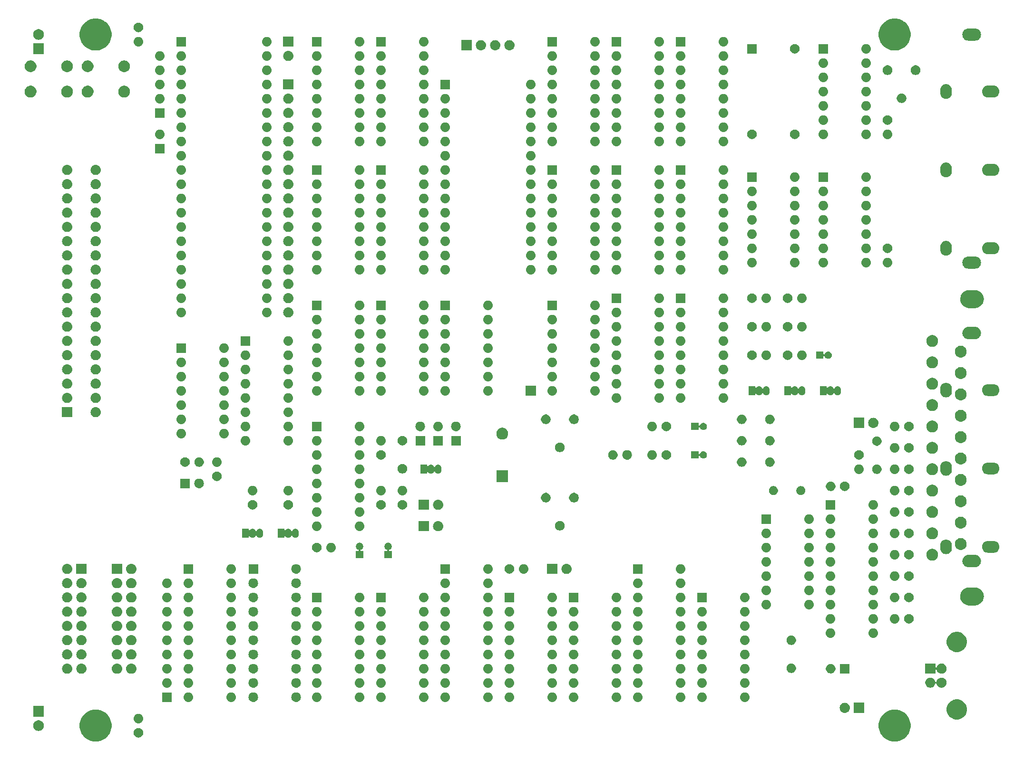
<source format=gbs>
G04 #@! TF.GenerationSoftware,KiCad,Pcbnew,(5.1.2-1)-1*
G04 #@! TF.CreationDate,2022-12-12T22:42:53+01:00*
G04 #@! TF.ProjectId,full,66756c6c-2e6b-4696-9361-645f70636258,rev?*
G04 #@! TF.SameCoordinates,Original*
G04 #@! TF.FileFunction,Soldermask,Bot*
G04 #@! TF.FilePolarity,Negative*
%FSLAX46Y46*%
G04 Gerber Fmt 4.6, Leading zero omitted, Abs format (unit mm)*
G04 Created by KiCad (PCBNEW (5.1.2-1)-1) date 2022-12-12 22:42:53*
%MOMM*%
%LPD*%
G04 APERTURE LIST*
%ADD10C,0.100000*%
G04 APERTURE END LIST*
D10*
G36*
X169303744Y-136871466D02*
G01*
X169741606Y-136958562D01*
X170260455Y-137173476D01*
X170727407Y-137485484D01*
X171124516Y-137882593D01*
X171436524Y-138349545D01*
X171651438Y-138868394D01*
X171761000Y-139419201D01*
X171761000Y-139980799D01*
X171651438Y-140531606D01*
X171436524Y-141050455D01*
X171220941Y-141373097D01*
X171127808Y-141512481D01*
X171124516Y-141517407D01*
X170727407Y-141914516D01*
X170260455Y-142226524D01*
X169741606Y-142441438D01*
X169190800Y-142551000D01*
X168629200Y-142551000D01*
X168078394Y-142441438D01*
X167559545Y-142226524D01*
X167092593Y-141914516D01*
X166695484Y-141517407D01*
X166692193Y-141512481D01*
X166599059Y-141373097D01*
X166383476Y-141050455D01*
X166168562Y-140531606D01*
X166059000Y-139980799D01*
X166059000Y-139419201D01*
X166168562Y-138868394D01*
X166383476Y-138349545D01*
X166695484Y-137882593D01*
X167092593Y-137485484D01*
X167559545Y-137173476D01*
X168078394Y-136958562D01*
X168516256Y-136871466D01*
X168629200Y-136849000D01*
X169190800Y-136849000D01*
X169303744Y-136871466D01*
X169303744Y-136871466D01*
G37*
G36*
X27063744Y-136871466D02*
G01*
X27501606Y-136958562D01*
X28020455Y-137173476D01*
X28487407Y-137485484D01*
X28884516Y-137882593D01*
X29196524Y-138349545D01*
X29411438Y-138868394D01*
X29521000Y-139419201D01*
X29521000Y-139980799D01*
X29411438Y-140531606D01*
X29196524Y-141050455D01*
X28980941Y-141373097D01*
X28887808Y-141512481D01*
X28884516Y-141517407D01*
X28487407Y-141914516D01*
X28020455Y-142226524D01*
X27501606Y-142441438D01*
X26950800Y-142551000D01*
X26389200Y-142551000D01*
X25838394Y-142441438D01*
X25319545Y-142226524D01*
X24852593Y-141914516D01*
X24455484Y-141517407D01*
X24452193Y-141512481D01*
X24359059Y-141373097D01*
X24143476Y-141050455D01*
X23928562Y-140531606D01*
X23819000Y-139980799D01*
X23819000Y-139419201D01*
X23928562Y-138868394D01*
X24143476Y-138349545D01*
X24455484Y-137882593D01*
X24852593Y-137485484D01*
X25319545Y-137173476D01*
X25838394Y-136958562D01*
X26276256Y-136871466D01*
X26389200Y-136849000D01*
X26950800Y-136849000D01*
X27063744Y-136871466D01*
X27063744Y-136871466D01*
G37*
G36*
X34538228Y-140151703D02*
G01*
X34693100Y-140215853D01*
X34832481Y-140308985D01*
X34951015Y-140427519D01*
X35044147Y-140566900D01*
X35108297Y-140721772D01*
X35141000Y-140886184D01*
X35141000Y-141053816D01*
X35108297Y-141218228D01*
X35044147Y-141373100D01*
X34951015Y-141512481D01*
X34832481Y-141631015D01*
X34693100Y-141724147D01*
X34538228Y-141788297D01*
X34373816Y-141821000D01*
X34206184Y-141821000D01*
X34041772Y-141788297D01*
X33886900Y-141724147D01*
X33747519Y-141631015D01*
X33628985Y-141512481D01*
X33535853Y-141373100D01*
X33471703Y-141218228D01*
X33439000Y-141053816D01*
X33439000Y-140886184D01*
X33471703Y-140721772D01*
X33535853Y-140566900D01*
X33628985Y-140427519D01*
X33747519Y-140308985D01*
X33886900Y-140215853D01*
X34041772Y-140151703D01*
X34206184Y-140119000D01*
X34373816Y-140119000D01*
X34538228Y-140151703D01*
X34538228Y-140151703D01*
G37*
G36*
X16787395Y-138785546D02*
G01*
X16960466Y-138857234D01*
X17032069Y-138905078D01*
X17116227Y-138961310D01*
X17248690Y-139093773D01*
X17280249Y-139141005D01*
X17352766Y-139249534D01*
X17424454Y-139422605D01*
X17461000Y-139606333D01*
X17461000Y-139793667D01*
X17424454Y-139977395D01*
X17352766Y-140150466D01*
X17352765Y-140150467D01*
X17248690Y-140306227D01*
X17116227Y-140438690D01*
X17037818Y-140491081D01*
X16960466Y-140542766D01*
X16787395Y-140614454D01*
X16603667Y-140651000D01*
X16416333Y-140651000D01*
X16232605Y-140614454D01*
X16059534Y-140542766D01*
X15982182Y-140491081D01*
X15903773Y-140438690D01*
X15771310Y-140306227D01*
X15667235Y-140150467D01*
X15667234Y-140150466D01*
X15595546Y-139977395D01*
X15559000Y-139793667D01*
X15559000Y-139606333D01*
X15595546Y-139422605D01*
X15667234Y-139249534D01*
X15739751Y-139141005D01*
X15771310Y-139093773D01*
X15903773Y-138961310D01*
X15987931Y-138905078D01*
X16059534Y-138857234D01*
X16232605Y-138785546D01*
X16416333Y-138749000D01*
X16603667Y-138749000D01*
X16787395Y-138785546D01*
X16787395Y-138785546D01*
G37*
G36*
X34456823Y-137591313D02*
G01*
X34617242Y-137639976D01*
X34749906Y-137710886D01*
X34765078Y-137718996D01*
X34894659Y-137825341D01*
X35001004Y-137954922D01*
X35001005Y-137954924D01*
X35080024Y-138102758D01*
X35128687Y-138263177D01*
X35145117Y-138430000D01*
X35128687Y-138596823D01*
X35080024Y-138757242D01*
X35020612Y-138868394D01*
X35001004Y-138905078D01*
X34894659Y-139034659D01*
X34765078Y-139141004D01*
X34765076Y-139141005D01*
X34617242Y-139220024D01*
X34456823Y-139268687D01*
X34331804Y-139281000D01*
X34248196Y-139281000D01*
X34123177Y-139268687D01*
X33962758Y-139220024D01*
X33814924Y-139141005D01*
X33814922Y-139141004D01*
X33685341Y-139034659D01*
X33578996Y-138905078D01*
X33559388Y-138868394D01*
X33499976Y-138757242D01*
X33451313Y-138596823D01*
X33434883Y-138430000D01*
X33451313Y-138263177D01*
X33499976Y-138102758D01*
X33578995Y-137954924D01*
X33578996Y-137954922D01*
X33685341Y-137825341D01*
X33814922Y-137718996D01*
X33830094Y-137710886D01*
X33962758Y-137639976D01*
X34123177Y-137591313D01*
X34248196Y-137579000D01*
X34331804Y-137579000D01*
X34456823Y-137591313D01*
X34456823Y-137591313D01*
G37*
G36*
X180495331Y-135078211D02*
G01*
X180823092Y-135213974D01*
X181118070Y-135411072D01*
X181368928Y-135661930D01*
X181566026Y-135956908D01*
X181701789Y-136284669D01*
X181771000Y-136632616D01*
X181771000Y-136987384D01*
X181701789Y-137335331D01*
X181566026Y-137663092D01*
X181368928Y-137958070D01*
X181118070Y-138208928D01*
X180823092Y-138406026D01*
X180495331Y-138541789D01*
X180147384Y-138611000D01*
X179792616Y-138611000D01*
X179444669Y-138541789D01*
X179116908Y-138406026D01*
X178821930Y-138208928D01*
X178571072Y-137958070D01*
X178373974Y-137663092D01*
X178238211Y-137335331D01*
X178169000Y-136987384D01*
X178169000Y-136632616D01*
X178238211Y-136284669D01*
X178373974Y-135956908D01*
X178571072Y-135661930D01*
X178821930Y-135411072D01*
X179116908Y-135213974D01*
X179444669Y-135078211D01*
X179792616Y-135009000D01*
X180147384Y-135009000D01*
X180495331Y-135078211D01*
X180495331Y-135078211D01*
G37*
G36*
X17461000Y-138111000D02*
G01*
X15559000Y-138111000D01*
X15559000Y-136209000D01*
X17461000Y-136209000D01*
X17461000Y-138111000D01*
X17461000Y-138111000D01*
G37*
G36*
X163461000Y-137426000D02*
G01*
X161659000Y-137426000D01*
X161659000Y-135624000D01*
X163461000Y-135624000D01*
X163461000Y-137426000D01*
X163461000Y-137426000D01*
G37*
G36*
X160130442Y-135630518D02*
G01*
X160196627Y-135637037D01*
X160366466Y-135688557D01*
X160522991Y-135772222D01*
X160558729Y-135801552D01*
X160660186Y-135884814D01*
X160719350Y-135956907D01*
X160772778Y-136022009D01*
X160856443Y-136178534D01*
X160907963Y-136348373D01*
X160925359Y-136525000D01*
X160907963Y-136701627D01*
X160856443Y-136871466D01*
X160772778Y-137027991D01*
X160743448Y-137063729D01*
X160660186Y-137165186D01*
X160558729Y-137248448D01*
X160522991Y-137277778D01*
X160366466Y-137361443D01*
X160196627Y-137412963D01*
X160130443Y-137419481D01*
X160064260Y-137426000D01*
X159975740Y-137426000D01*
X159909557Y-137419481D01*
X159843373Y-137412963D01*
X159673534Y-137361443D01*
X159517009Y-137277778D01*
X159481271Y-137248448D01*
X159379814Y-137165186D01*
X159296552Y-137063729D01*
X159267222Y-137027991D01*
X159183557Y-136871466D01*
X159132037Y-136701627D01*
X159114641Y-136525000D01*
X159132037Y-136348373D01*
X159183557Y-136178534D01*
X159267222Y-136022009D01*
X159320650Y-135956907D01*
X159379814Y-135884814D01*
X159481271Y-135801552D01*
X159517009Y-135772222D01*
X159673534Y-135688557D01*
X159843373Y-135637037D01*
X159909558Y-135630518D01*
X159975740Y-135624000D01*
X160064260Y-135624000D01*
X160130442Y-135630518D01*
X160130442Y-135630518D01*
G37*
G36*
X89066823Y-133781313D02*
G01*
X89227242Y-133829976D01*
X89359906Y-133900886D01*
X89375078Y-133908996D01*
X89504659Y-134015341D01*
X89611004Y-134144922D01*
X89611005Y-134144924D01*
X89690024Y-134292758D01*
X89738687Y-134453177D01*
X89755117Y-134620000D01*
X89738687Y-134786823D01*
X89690024Y-134947242D01*
X89620020Y-135078211D01*
X89611004Y-135095078D01*
X89504659Y-135224659D01*
X89375078Y-135331004D01*
X89375076Y-135331005D01*
X89227242Y-135410024D01*
X89066823Y-135458687D01*
X88941804Y-135471000D01*
X88858196Y-135471000D01*
X88733177Y-135458687D01*
X88572758Y-135410024D01*
X88424924Y-135331005D01*
X88424922Y-135331004D01*
X88295341Y-135224659D01*
X88188996Y-135095078D01*
X88179980Y-135078211D01*
X88109976Y-134947242D01*
X88061313Y-134786823D01*
X88044883Y-134620000D01*
X88061313Y-134453177D01*
X88109976Y-134292758D01*
X88188995Y-134144924D01*
X88188996Y-134144922D01*
X88295341Y-134015341D01*
X88424922Y-133908996D01*
X88440094Y-133900886D01*
X88572758Y-133829976D01*
X88733177Y-133781313D01*
X88858196Y-133769000D01*
X88941804Y-133769000D01*
X89066823Y-133781313D01*
X89066823Y-133781313D01*
G37*
G36*
X85256823Y-133781313D02*
G01*
X85417242Y-133829976D01*
X85549906Y-133900886D01*
X85565078Y-133908996D01*
X85694659Y-134015341D01*
X85801004Y-134144922D01*
X85801005Y-134144924D01*
X85880024Y-134292758D01*
X85928687Y-134453177D01*
X85945117Y-134620000D01*
X85928687Y-134786823D01*
X85880024Y-134947242D01*
X85810020Y-135078211D01*
X85801004Y-135095078D01*
X85694659Y-135224659D01*
X85565078Y-135331004D01*
X85565076Y-135331005D01*
X85417242Y-135410024D01*
X85256823Y-135458687D01*
X85131804Y-135471000D01*
X85048196Y-135471000D01*
X84923177Y-135458687D01*
X84762758Y-135410024D01*
X84614924Y-135331005D01*
X84614922Y-135331004D01*
X84485341Y-135224659D01*
X84378996Y-135095078D01*
X84369980Y-135078211D01*
X84299976Y-134947242D01*
X84251313Y-134786823D01*
X84234883Y-134620000D01*
X84251313Y-134453177D01*
X84299976Y-134292758D01*
X84378995Y-134144924D01*
X84378996Y-134144922D01*
X84485341Y-134015341D01*
X84614922Y-133908996D01*
X84630094Y-133900886D01*
X84762758Y-133829976D01*
X84923177Y-133781313D01*
X85048196Y-133769000D01*
X85131804Y-133769000D01*
X85256823Y-133781313D01*
X85256823Y-133781313D01*
G37*
G36*
X77636823Y-133781313D02*
G01*
X77797242Y-133829976D01*
X77929906Y-133900886D01*
X77945078Y-133908996D01*
X78074659Y-134015341D01*
X78181004Y-134144922D01*
X78181005Y-134144924D01*
X78260024Y-134292758D01*
X78308687Y-134453177D01*
X78325117Y-134620000D01*
X78308687Y-134786823D01*
X78260024Y-134947242D01*
X78190020Y-135078211D01*
X78181004Y-135095078D01*
X78074659Y-135224659D01*
X77945078Y-135331004D01*
X77945076Y-135331005D01*
X77797242Y-135410024D01*
X77636823Y-135458687D01*
X77511804Y-135471000D01*
X77428196Y-135471000D01*
X77303177Y-135458687D01*
X77142758Y-135410024D01*
X76994924Y-135331005D01*
X76994922Y-135331004D01*
X76865341Y-135224659D01*
X76758996Y-135095078D01*
X76749980Y-135078211D01*
X76679976Y-134947242D01*
X76631313Y-134786823D01*
X76614883Y-134620000D01*
X76631313Y-134453177D01*
X76679976Y-134292758D01*
X76758995Y-134144924D01*
X76758996Y-134144922D01*
X76865341Y-134015341D01*
X76994922Y-133908996D01*
X77010094Y-133900886D01*
X77142758Y-133829976D01*
X77303177Y-133781313D01*
X77428196Y-133769000D01*
X77511804Y-133769000D01*
X77636823Y-133781313D01*
X77636823Y-133781313D01*
G37*
G36*
X73826823Y-133781313D02*
G01*
X73987242Y-133829976D01*
X74119906Y-133900886D01*
X74135078Y-133908996D01*
X74264659Y-134015341D01*
X74371004Y-134144922D01*
X74371005Y-134144924D01*
X74450024Y-134292758D01*
X74498687Y-134453177D01*
X74515117Y-134620000D01*
X74498687Y-134786823D01*
X74450024Y-134947242D01*
X74380020Y-135078211D01*
X74371004Y-135095078D01*
X74264659Y-135224659D01*
X74135078Y-135331004D01*
X74135076Y-135331005D01*
X73987242Y-135410024D01*
X73826823Y-135458687D01*
X73701804Y-135471000D01*
X73618196Y-135471000D01*
X73493177Y-135458687D01*
X73332758Y-135410024D01*
X73184924Y-135331005D01*
X73184922Y-135331004D01*
X73055341Y-135224659D01*
X72948996Y-135095078D01*
X72939980Y-135078211D01*
X72869976Y-134947242D01*
X72821313Y-134786823D01*
X72804883Y-134620000D01*
X72821313Y-134453177D01*
X72869976Y-134292758D01*
X72948995Y-134144924D01*
X72948996Y-134144922D01*
X73055341Y-134015341D01*
X73184922Y-133908996D01*
X73200094Y-133900886D01*
X73332758Y-133829976D01*
X73493177Y-133781313D01*
X73618196Y-133769000D01*
X73701804Y-133769000D01*
X73826823Y-133781313D01*
X73826823Y-133781313D01*
G37*
G36*
X66206823Y-133781313D02*
G01*
X66367242Y-133829976D01*
X66499906Y-133900886D01*
X66515078Y-133908996D01*
X66644659Y-134015341D01*
X66751004Y-134144922D01*
X66751005Y-134144924D01*
X66830024Y-134292758D01*
X66878687Y-134453177D01*
X66895117Y-134620000D01*
X66878687Y-134786823D01*
X66830024Y-134947242D01*
X66760020Y-135078211D01*
X66751004Y-135095078D01*
X66644659Y-135224659D01*
X66515078Y-135331004D01*
X66515076Y-135331005D01*
X66367242Y-135410024D01*
X66206823Y-135458687D01*
X66081804Y-135471000D01*
X65998196Y-135471000D01*
X65873177Y-135458687D01*
X65712758Y-135410024D01*
X65564924Y-135331005D01*
X65564922Y-135331004D01*
X65435341Y-135224659D01*
X65328996Y-135095078D01*
X65319980Y-135078211D01*
X65249976Y-134947242D01*
X65201313Y-134786823D01*
X65184883Y-134620000D01*
X65201313Y-134453177D01*
X65249976Y-134292758D01*
X65328995Y-134144924D01*
X65328996Y-134144922D01*
X65435341Y-134015341D01*
X65564922Y-133908996D01*
X65580094Y-133900886D01*
X65712758Y-133829976D01*
X65873177Y-133781313D01*
X65998196Y-133769000D01*
X66081804Y-133769000D01*
X66206823Y-133781313D01*
X66206823Y-133781313D01*
G37*
G36*
X62523823Y-133781313D02*
G01*
X62684242Y-133829976D01*
X62816906Y-133900886D01*
X62832078Y-133908996D01*
X62961659Y-134015341D01*
X63068004Y-134144922D01*
X63068005Y-134144924D01*
X63147024Y-134292758D01*
X63195687Y-134453177D01*
X63212117Y-134620000D01*
X63195687Y-134786823D01*
X63147024Y-134947242D01*
X63077020Y-135078211D01*
X63068004Y-135095078D01*
X62961659Y-135224659D01*
X62832078Y-135331004D01*
X62832076Y-135331005D01*
X62684242Y-135410024D01*
X62523823Y-135458687D01*
X62398804Y-135471000D01*
X62315196Y-135471000D01*
X62190177Y-135458687D01*
X62029758Y-135410024D01*
X61881924Y-135331005D01*
X61881922Y-135331004D01*
X61752341Y-135224659D01*
X61645996Y-135095078D01*
X61636980Y-135078211D01*
X61566976Y-134947242D01*
X61518313Y-134786823D01*
X61501883Y-134620000D01*
X61518313Y-134453177D01*
X61566976Y-134292758D01*
X61645995Y-134144924D01*
X61645996Y-134144922D01*
X61752341Y-134015341D01*
X61881922Y-133908996D01*
X61897094Y-133900886D01*
X62029758Y-133829976D01*
X62190177Y-133781313D01*
X62315196Y-133769000D01*
X62398804Y-133769000D01*
X62523823Y-133781313D01*
X62523823Y-133781313D01*
G37*
G36*
X54903823Y-133781313D02*
G01*
X55064242Y-133829976D01*
X55196906Y-133900886D01*
X55212078Y-133908996D01*
X55341659Y-134015341D01*
X55448004Y-134144922D01*
X55448005Y-134144924D01*
X55527024Y-134292758D01*
X55575687Y-134453177D01*
X55592117Y-134620000D01*
X55575687Y-134786823D01*
X55527024Y-134947242D01*
X55457020Y-135078211D01*
X55448004Y-135095078D01*
X55341659Y-135224659D01*
X55212078Y-135331004D01*
X55212076Y-135331005D01*
X55064242Y-135410024D01*
X54903823Y-135458687D01*
X54778804Y-135471000D01*
X54695196Y-135471000D01*
X54570177Y-135458687D01*
X54409758Y-135410024D01*
X54261924Y-135331005D01*
X54261922Y-135331004D01*
X54132341Y-135224659D01*
X54025996Y-135095078D01*
X54016980Y-135078211D01*
X53946976Y-134947242D01*
X53898313Y-134786823D01*
X53881883Y-134620000D01*
X53898313Y-134453177D01*
X53946976Y-134292758D01*
X54025995Y-134144924D01*
X54025996Y-134144922D01*
X54132341Y-134015341D01*
X54261922Y-133908996D01*
X54277094Y-133900886D01*
X54409758Y-133829976D01*
X54570177Y-133781313D01*
X54695196Y-133769000D01*
X54778804Y-133769000D01*
X54903823Y-133781313D01*
X54903823Y-133781313D01*
G37*
G36*
X50966823Y-133781313D02*
G01*
X51127242Y-133829976D01*
X51259906Y-133900886D01*
X51275078Y-133908996D01*
X51404659Y-134015341D01*
X51511004Y-134144922D01*
X51511005Y-134144924D01*
X51590024Y-134292758D01*
X51638687Y-134453177D01*
X51655117Y-134620000D01*
X51638687Y-134786823D01*
X51590024Y-134947242D01*
X51520020Y-135078211D01*
X51511004Y-135095078D01*
X51404659Y-135224659D01*
X51275078Y-135331004D01*
X51275076Y-135331005D01*
X51127242Y-135410024D01*
X50966823Y-135458687D01*
X50841804Y-135471000D01*
X50758196Y-135471000D01*
X50633177Y-135458687D01*
X50472758Y-135410024D01*
X50324924Y-135331005D01*
X50324922Y-135331004D01*
X50195341Y-135224659D01*
X50088996Y-135095078D01*
X50079980Y-135078211D01*
X50009976Y-134947242D01*
X49961313Y-134786823D01*
X49944883Y-134620000D01*
X49961313Y-134453177D01*
X50009976Y-134292758D01*
X50088995Y-134144924D01*
X50088996Y-134144922D01*
X50195341Y-134015341D01*
X50324922Y-133908996D01*
X50340094Y-133900886D01*
X50472758Y-133829976D01*
X50633177Y-133781313D01*
X50758196Y-133769000D01*
X50841804Y-133769000D01*
X50966823Y-133781313D01*
X50966823Y-133781313D01*
G37*
G36*
X43346823Y-133781313D02*
G01*
X43507242Y-133829976D01*
X43639906Y-133900886D01*
X43655078Y-133908996D01*
X43784659Y-134015341D01*
X43891004Y-134144922D01*
X43891005Y-134144924D01*
X43970024Y-134292758D01*
X44018687Y-134453177D01*
X44035117Y-134620000D01*
X44018687Y-134786823D01*
X43970024Y-134947242D01*
X43900020Y-135078211D01*
X43891004Y-135095078D01*
X43784659Y-135224659D01*
X43655078Y-135331004D01*
X43655076Y-135331005D01*
X43507242Y-135410024D01*
X43346823Y-135458687D01*
X43221804Y-135471000D01*
X43138196Y-135471000D01*
X43013177Y-135458687D01*
X42852758Y-135410024D01*
X42704924Y-135331005D01*
X42704922Y-135331004D01*
X42575341Y-135224659D01*
X42468996Y-135095078D01*
X42459980Y-135078211D01*
X42389976Y-134947242D01*
X42341313Y-134786823D01*
X42324883Y-134620000D01*
X42341313Y-134453177D01*
X42389976Y-134292758D01*
X42468995Y-134144924D01*
X42468996Y-134144922D01*
X42575341Y-134015341D01*
X42704922Y-133908996D01*
X42720094Y-133900886D01*
X42852758Y-133829976D01*
X43013177Y-133781313D01*
X43138196Y-133769000D01*
X43221804Y-133769000D01*
X43346823Y-133781313D01*
X43346823Y-133781313D01*
G37*
G36*
X40221000Y-135471000D02*
G01*
X38519000Y-135471000D01*
X38519000Y-133769000D01*
X40221000Y-133769000D01*
X40221000Y-135471000D01*
X40221000Y-135471000D01*
G37*
G36*
X96686823Y-133781313D02*
G01*
X96847242Y-133829976D01*
X96979906Y-133900886D01*
X96995078Y-133908996D01*
X97124659Y-134015341D01*
X97231004Y-134144922D01*
X97231005Y-134144924D01*
X97310024Y-134292758D01*
X97358687Y-134453177D01*
X97375117Y-134620000D01*
X97358687Y-134786823D01*
X97310024Y-134947242D01*
X97240020Y-135078211D01*
X97231004Y-135095078D01*
X97124659Y-135224659D01*
X96995078Y-135331004D01*
X96995076Y-135331005D01*
X96847242Y-135410024D01*
X96686823Y-135458687D01*
X96561804Y-135471000D01*
X96478196Y-135471000D01*
X96353177Y-135458687D01*
X96192758Y-135410024D01*
X96044924Y-135331005D01*
X96044922Y-135331004D01*
X95915341Y-135224659D01*
X95808996Y-135095078D01*
X95799980Y-135078211D01*
X95729976Y-134947242D01*
X95681313Y-134786823D01*
X95664883Y-134620000D01*
X95681313Y-134453177D01*
X95729976Y-134292758D01*
X95808995Y-134144924D01*
X95808996Y-134144922D01*
X95915341Y-134015341D01*
X96044922Y-133908996D01*
X96060094Y-133900886D01*
X96192758Y-133829976D01*
X96353177Y-133781313D01*
X96478196Y-133769000D01*
X96561804Y-133769000D01*
X96686823Y-133781313D01*
X96686823Y-133781313D01*
G37*
G36*
X119546823Y-133781313D02*
G01*
X119707242Y-133829976D01*
X119839906Y-133900886D01*
X119855078Y-133908996D01*
X119984659Y-134015341D01*
X120091004Y-134144922D01*
X120091005Y-134144924D01*
X120170024Y-134292758D01*
X120218687Y-134453177D01*
X120235117Y-134620000D01*
X120218687Y-134786823D01*
X120170024Y-134947242D01*
X120100020Y-135078211D01*
X120091004Y-135095078D01*
X119984659Y-135224659D01*
X119855078Y-135331004D01*
X119855076Y-135331005D01*
X119707242Y-135410024D01*
X119546823Y-135458687D01*
X119421804Y-135471000D01*
X119338196Y-135471000D01*
X119213177Y-135458687D01*
X119052758Y-135410024D01*
X118904924Y-135331005D01*
X118904922Y-135331004D01*
X118775341Y-135224659D01*
X118668996Y-135095078D01*
X118659980Y-135078211D01*
X118589976Y-134947242D01*
X118541313Y-134786823D01*
X118524883Y-134620000D01*
X118541313Y-134453177D01*
X118589976Y-134292758D01*
X118668995Y-134144924D01*
X118668996Y-134144922D01*
X118775341Y-134015341D01*
X118904922Y-133908996D01*
X118920094Y-133900886D01*
X119052758Y-133829976D01*
X119213177Y-133781313D01*
X119338196Y-133769000D01*
X119421804Y-133769000D01*
X119546823Y-133781313D01*
X119546823Y-133781313D01*
G37*
G36*
X123356823Y-133781313D02*
G01*
X123517242Y-133829976D01*
X123649906Y-133900886D01*
X123665078Y-133908996D01*
X123794659Y-134015341D01*
X123901004Y-134144922D01*
X123901005Y-134144924D01*
X123980024Y-134292758D01*
X124028687Y-134453177D01*
X124045117Y-134620000D01*
X124028687Y-134786823D01*
X123980024Y-134947242D01*
X123910020Y-135078211D01*
X123901004Y-135095078D01*
X123794659Y-135224659D01*
X123665078Y-135331004D01*
X123665076Y-135331005D01*
X123517242Y-135410024D01*
X123356823Y-135458687D01*
X123231804Y-135471000D01*
X123148196Y-135471000D01*
X123023177Y-135458687D01*
X122862758Y-135410024D01*
X122714924Y-135331005D01*
X122714922Y-135331004D01*
X122585341Y-135224659D01*
X122478996Y-135095078D01*
X122469980Y-135078211D01*
X122399976Y-134947242D01*
X122351313Y-134786823D01*
X122334883Y-134620000D01*
X122351313Y-134453177D01*
X122399976Y-134292758D01*
X122478995Y-134144924D01*
X122478996Y-134144922D01*
X122585341Y-134015341D01*
X122714922Y-133908996D01*
X122730094Y-133900886D01*
X122862758Y-133829976D01*
X123023177Y-133781313D01*
X123148196Y-133769000D01*
X123231804Y-133769000D01*
X123356823Y-133781313D01*
X123356823Y-133781313D01*
G37*
G36*
X130976823Y-133781313D02*
G01*
X131137242Y-133829976D01*
X131269906Y-133900886D01*
X131285078Y-133908996D01*
X131414659Y-134015341D01*
X131521004Y-134144922D01*
X131521005Y-134144924D01*
X131600024Y-134292758D01*
X131648687Y-134453177D01*
X131665117Y-134620000D01*
X131648687Y-134786823D01*
X131600024Y-134947242D01*
X131530020Y-135078211D01*
X131521004Y-135095078D01*
X131414659Y-135224659D01*
X131285078Y-135331004D01*
X131285076Y-135331005D01*
X131137242Y-135410024D01*
X130976823Y-135458687D01*
X130851804Y-135471000D01*
X130768196Y-135471000D01*
X130643177Y-135458687D01*
X130482758Y-135410024D01*
X130334924Y-135331005D01*
X130334922Y-135331004D01*
X130205341Y-135224659D01*
X130098996Y-135095078D01*
X130089980Y-135078211D01*
X130019976Y-134947242D01*
X129971313Y-134786823D01*
X129954883Y-134620000D01*
X129971313Y-134453177D01*
X130019976Y-134292758D01*
X130098995Y-134144924D01*
X130098996Y-134144922D01*
X130205341Y-134015341D01*
X130334922Y-133908996D01*
X130350094Y-133900886D01*
X130482758Y-133829976D01*
X130643177Y-133781313D01*
X130768196Y-133769000D01*
X130851804Y-133769000D01*
X130976823Y-133781313D01*
X130976823Y-133781313D01*
G37*
G36*
X111926823Y-133781313D02*
G01*
X112087242Y-133829976D01*
X112219906Y-133900886D01*
X112235078Y-133908996D01*
X112364659Y-134015341D01*
X112471004Y-134144922D01*
X112471005Y-134144924D01*
X112550024Y-134292758D01*
X112598687Y-134453177D01*
X112615117Y-134620000D01*
X112598687Y-134786823D01*
X112550024Y-134947242D01*
X112480020Y-135078211D01*
X112471004Y-135095078D01*
X112364659Y-135224659D01*
X112235078Y-135331004D01*
X112235076Y-135331005D01*
X112087242Y-135410024D01*
X111926823Y-135458687D01*
X111801804Y-135471000D01*
X111718196Y-135471000D01*
X111593177Y-135458687D01*
X111432758Y-135410024D01*
X111284924Y-135331005D01*
X111284922Y-135331004D01*
X111155341Y-135224659D01*
X111048996Y-135095078D01*
X111039980Y-135078211D01*
X110969976Y-134947242D01*
X110921313Y-134786823D01*
X110904883Y-134620000D01*
X110921313Y-134453177D01*
X110969976Y-134292758D01*
X111048995Y-134144924D01*
X111048996Y-134144922D01*
X111155341Y-134015341D01*
X111284922Y-133908996D01*
X111300094Y-133900886D01*
X111432758Y-133829976D01*
X111593177Y-133781313D01*
X111718196Y-133769000D01*
X111801804Y-133769000D01*
X111926823Y-133781313D01*
X111926823Y-133781313D01*
G37*
G36*
X100496823Y-133781313D02*
G01*
X100657242Y-133829976D01*
X100789906Y-133900886D01*
X100805078Y-133908996D01*
X100934659Y-134015341D01*
X101041004Y-134144922D01*
X101041005Y-134144924D01*
X101120024Y-134292758D01*
X101168687Y-134453177D01*
X101185117Y-134620000D01*
X101168687Y-134786823D01*
X101120024Y-134947242D01*
X101050020Y-135078211D01*
X101041004Y-135095078D01*
X100934659Y-135224659D01*
X100805078Y-135331004D01*
X100805076Y-135331005D01*
X100657242Y-135410024D01*
X100496823Y-135458687D01*
X100371804Y-135471000D01*
X100288196Y-135471000D01*
X100163177Y-135458687D01*
X100002758Y-135410024D01*
X99854924Y-135331005D01*
X99854922Y-135331004D01*
X99725341Y-135224659D01*
X99618996Y-135095078D01*
X99609980Y-135078211D01*
X99539976Y-134947242D01*
X99491313Y-134786823D01*
X99474883Y-134620000D01*
X99491313Y-134453177D01*
X99539976Y-134292758D01*
X99618995Y-134144924D01*
X99618996Y-134144922D01*
X99725341Y-134015341D01*
X99854922Y-133908996D01*
X99870094Y-133900886D01*
X100002758Y-133829976D01*
X100163177Y-133781313D01*
X100288196Y-133769000D01*
X100371804Y-133769000D01*
X100496823Y-133781313D01*
X100496823Y-133781313D01*
G37*
G36*
X134786823Y-133781313D02*
G01*
X134947242Y-133829976D01*
X135079906Y-133900886D01*
X135095078Y-133908996D01*
X135224659Y-134015341D01*
X135331004Y-134144922D01*
X135331005Y-134144924D01*
X135410024Y-134292758D01*
X135458687Y-134453177D01*
X135475117Y-134620000D01*
X135458687Y-134786823D01*
X135410024Y-134947242D01*
X135340020Y-135078211D01*
X135331004Y-135095078D01*
X135224659Y-135224659D01*
X135095078Y-135331004D01*
X135095076Y-135331005D01*
X134947242Y-135410024D01*
X134786823Y-135458687D01*
X134661804Y-135471000D01*
X134578196Y-135471000D01*
X134453177Y-135458687D01*
X134292758Y-135410024D01*
X134144924Y-135331005D01*
X134144922Y-135331004D01*
X134015341Y-135224659D01*
X133908996Y-135095078D01*
X133899980Y-135078211D01*
X133829976Y-134947242D01*
X133781313Y-134786823D01*
X133764883Y-134620000D01*
X133781313Y-134453177D01*
X133829976Y-134292758D01*
X133908995Y-134144924D01*
X133908996Y-134144922D01*
X134015341Y-134015341D01*
X134144922Y-133908996D01*
X134160094Y-133900886D01*
X134292758Y-133829976D01*
X134453177Y-133781313D01*
X134578196Y-133769000D01*
X134661804Y-133769000D01*
X134786823Y-133781313D01*
X134786823Y-133781313D01*
G37*
G36*
X142406823Y-133781313D02*
G01*
X142567242Y-133829976D01*
X142699906Y-133900886D01*
X142715078Y-133908996D01*
X142844659Y-134015341D01*
X142951004Y-134144922D01*
X142951005Y-134144924D01*
X143030024Y-134292758D01*
X143078687Y-134453177D01*
X143095117Y-134620000D01*
X143078687Y-134786823D01*
X143030024Y-134947242D01*
X142960020Y-135078211D01*
X142951004Y-135095078D01*
X142844659Y-135224659D01*
X142715078Y-135331004D01*
X142715076Y-135331005D01*
X142567242Y-135410024D01*
X142406823Y-135458687D01*
X142281804Y-135471000D01*
X142198196Y-135471000D01*
X142073177Y-135458687D01*
X141912758Y-135410024D01*
X141764924Y-135331005D01*
X141764922Y-135331004D01*
X141635341Y-135224659D01*
X141528996Y-135095078D01*
X141519980Y-135078211D01*
X141449976Y-134947242D01*
X141401313Y-134786823D01*
X141384883Y-134620000D01*
X141401313Y-134453177D01*
X141449976Y-134292758D01*
X141528995Y-134144924D01*
X141528996Y-134144922D01*
X141635341Y-134015341D01*
X141764922Y-133908996D01*
X141780094Y-133900886D01*
X141912758Y-133829976D01*
X142073177Y-133781313D01*
X142198196Y-133769000D01*
X142281804Y-133769000D01*
X142406823Y-133781313D01*
X142406823Y-133781313D01*
G37*
G36*
X108116823Y-133781313D02*
G01*
X108277242Y-133829976D01*
X108409906Y-133900886D01*
X108425078Y-133908996D01*
X108554659Y-134015341D01*
X108661004Y-134144922D01*
X108661005Y-134144924D01*
X108740024Y-134292758D01*
X108788687Y-134453177D01*
X108805117Y-134620000D01*
X108788687Y-134786823D01*
X108740024Y-134947242D01*
X108670020Y-135078211D01*
X108661004Y-135095078D01*
X108554659Y-135224659D01*
X108425078Y-135331004D01*
X108425076Y-135331005D01*
X108277242Y-135410024D01*
X108116823Y-135458687D01*
X107991804Y-135471000D01*
X107908196Y-135471000D01*
X107783177Y-135458687D01*
X107622758Y-135410024D01*
X107474924Y-135331005D01*
X107474922Y-135331004D01*
X107345341Y-135224659D01*
X107238996Y-135095078D01*
X107229980Y-135078211D01*
X107159976Y-134947242D01*
X107111313Y-134786823D01*
X107094883Y-134620000D01*
X107111313Y-134453177D01*
X107159976Y-134292758D01*
X107238995Y-134144924D01*
X107238996Y-134144922D01*
X107345341Y-134015341D01*
X107474922Y-133908996D01*
X107490094Y-133900886D01*
X107622758Y-133829976D01*
X107783177Y-133781313D01*
X107908196Y-133769000D01*
X107991804Y-133769000D01*
X108116823Y-133781313D01*
X108116823Y-133781313D01*
G37*
G36*
X175373512Y-131143927D02*
G01*
X175522812Y-131173624D01*
X175686784Y-131241544D01*
X175834354Y-131340147D01*
X175959853Y-131465646D01*
X176058456Y-131613216D01*
X176126376Y-131777188D01*
X176137405Y-131832638D01*
X176144516Y-131856078D01*
X176156067Y-131877689D01*
X176171613Y-131896631D01*
X176190555Y-131912176D01*
X176212165Y-131923727D01*
X176235614Y-131930840D01*
X176260000Y-131933242D01*
X176284387Y-131930840D01*
X176307835Y-131923727D01*
X176329446Y-131912176D01*
X176348388Y-131896630D01*
X176363933Y-131877688D01*
X176375484Y-131856078D01*
X176382595Y-131832638D01*
X176393624Y-131777188D01*
X176461544Y-131613216D01*
X176560147Y-131465646D01*
X176685646Y-131340147D01*
X176833216Y-131241544D01*
X176997188Y-131173624D01*
X177146488Y-131143927D01*
X177171258Y-131139000D01*
X177348742Y-131139000D01*
X177373512Y-131143927D01*
X177522812Y-131173624D01*
X177686784Y-131241544D01*
X177834354Y-131340147D01*
X177959853Y-131465646D01*
X178058456Y-131613216D01*
X178126376Y-131777188D01*
X178161000Y-131951259D01*
X178161000Y-132128741D01*
X178126376Y-132302812D01*
X178058456Y-132466784D01*
X177959853Y-132614354D01*
X177834354Y-132739853D01*
X177686784Y-132838456D01*
X177522812Y-132906376D01*
X177373512Y-132936073D01*
X177348742Y-132941000D01*
X177171258Y-132941000D01*
X177146488Y-132936073D01*
X176997188Y-132906376D01*
X176833216Y-132838456D01*
X176685646Y-132739853D01*
X176560147Y-132614354D01*
X176461544Y-132466784D01*
X176393624Y-132302812D01*
X176382595Y-132247362D01*
X176375484Y-132223922D01*
X176363933Y-132202311D01*
X176348387Y-132183369D01*
X176329445Y-132167824D01*
X176307835Y-132156273D01*
X176284386Y-132149160D01*
X176260000Y-132146758D01*
X176235613Y-132149160D01*
X176212165Y-132156273D01*
X176190554Y-132167824D01*
X176171612Y-132183370D01*
X176156067Y-132202312D01*
X176144516Y-132223922D01*
X176137405Y-132247362D01*
X176126376Y-132302812D01*
X176058456Y-132466784D01*
X175959853Y-132614354D01*
X175834354Y-132739853D01*
X175686784Y-132838456D01*
X175522812Y-132906376D01*
X175373512Y-132936073D01*
X175348742Y-132941000D01*
X175171258Y-132941000D01*
X175146488Y-132936073D01*
X174997188Y-132906376D01*
X174833216Y-132838456D01*
X174685646Y-132739853D01*
X174560147Y-132614354D01*
X174461544Y-132466784D01*
X174393624Y-132302812D01*
X174359000Y-132128741D01*
X174359000Y-131951259D01*
X174393624Y-131777188D01*
X174461544Y-131613216D01*
X174560147Y-131465646D01*
X174685646Y-131340147D01*
X174833216Y-131241544D01*
X174997188Y-131173624D01*
X175146488Y-131143927D01*
X175171258Y-131139000D01*
X175348742Y-131139000D01*
X175373512Y-131143927D01*
X175373512Y-131143927D01*
G37*
G36*
X96686823Y-131241313D02*
G01*
X96847242Y-131289976D01*
X96941105Y-131340147D01*
X96995078Y-131368996D01*
X97124659Y-131475341D01*
X97231004Y-131604922D01*
X97231005Y-131604924D01*
X97310024Y-131752758D01*
X97358687Y-131913177D01*
X97375117Y-132080000D01*
X97358687Y-132246823D01*
X97310024Y-132407242D01*
X97278199Y-132466782D01*
X97231004Y-132555078D01*
X97124659Y-132684659D01*
X96995078Y-132791004D01*
X96995076Y-132791005D01*
X96847242Y-132870024D01*
X96686823Y-132918687D01*
X96561804Y-132931000D01*
X96478196Y-132931000D01*
X96353177Y-132918687D01*
X96192758Y-132870024D01*
X96044924Y-132791005D01*
X96044922Y-132791004D01*
X95915341Y-132684659D01*
X95808996Y-132555078D01*
X95761801Y-132466782D01*
X95729976Y-132407242D01*
X95681313Y-132246823D01*
X95664883Y-132080000D01*
X95681313Y-131913177D01*
X95729976Y-131752758D01*
X95808995Y-131604924D01*
X95808996Y-131604922D01*
X95915341Y-131475341D01*
X96044922Y-131368996D01*
X96098895Y-131340147D01*
X96192758Y-131289976D01*
X96353177Y-131241313D01*
X96478196Y-131229000D01*
X96561804Y-131229000D01*
X96686823Y-131241313D01*
X96686823Y-131241313D01*
G37*
G36*
X89066823Y-131241313D02*
G01*
X89227242Y-131289976D01*
X89321105Y-131340147D01*
X89375078Y-131368996D01*
X89504659Y-131475341D01*
X89611004Y-131604922D01*
X89611005Y-131604924D01*
X89690024Y-131752758D01*
X89738687Y-131913177D01*
X89755117Y-132080000D01*
X89738687Y-132246823D01*
X89690024Y-132407242D01*
X89658199Y-132466782D01*
X89611004Y-132555078D01*
X89504659Y-132684659D01*
X89375078Y-132791004D01*
X89375076Y-132791005D01*
X89227242Y-132870024D01*
X89066823Y-132918687D01*
X88941804Y-132931000D01*
X88858196Y-132931000D01*
X88733177Y-132918687D01*
X88572758Y-132870024D01*
X88424924Y-132791005D01*
X88424922Y-132791004D01*
X88295341Y-132684659D01*
X88188996Y-132555078D01*
X88141801Y-132466782D01*
X88109976Y-132407242D01*
X88061313Y-132246823D01*
X88044883Y-132080000D01*
X88061313Y-131913177D01*
X88109976Y-131752758D01*
X88188995Y-131604924D01*
X88188996Y-131604922D01*
X88295341Y-131475341D01*
X88424922Y-131368996D01*
X88478895Y-131340147D01*
X88572758Y-131289976D01*
X88733177Y-131241313D01*
X88858196Y-131229000D01*
X88941804Y-131229000D01*
X89066823Y-131241313D01*
X89066823Y-131241313D01*
G37*
G36*
X134786823Y-131241313D02*
G01*
X134947242Y-131289976D01*
X135041105Y-131340147D01*
X135095078Y-131368996D01*
X135224659Y-131475341D01*
X135331004Y-131604922D01*
X135331005Y-131604924D01*
X135410024Y-131752758D01*
X135458687Y-131913177D01*
X135475117Y-132080000D01*
X135458687Y-132246823D01*
X135410024Y-132407242D01*
X135378199Y-132466782D01*
X135331004Y-132555078D01*
X135224659Y-132684659D01*
X135095078Y-132791004D01*
X135095076Y-132791005D01*
X134947242Y-132870024D01*
X134786823Y-132918687D01*
X134661804Y-132931000D01*
X134578196Y-132931000D01*
X134453177Y-132918687D01*
X134292758Y-132870024D01*
X134144924Y-132791005D01*
X134144922Y-132791004D01*
X134015341Y-132684659D01*
X133908996Y-132555078D01*
X133861801Y-132466782D01*
X133829976Y-132407242D01*
X133781313Y-132246823D01*
X133764883Y-132080000D01*
X133781313Y-131913177D01*
X133829976Y-131752758D01*
X133908995Y-131604924D01*
X133908996Y-131604922D01*
X134015341Y-131475341D01*
X134144922Y-131368996D01*
X134198895Y-131340147D01*
X134292758Y-131289976D01*
X134453177Y-131241313D01*
X134578196Y-131229000D01*
X134661804Y-131229000D01*
X134786823Y-131241313D01*
X134786823Y-131241313D01*
G37*
G36*
X50966823Y-131241313D02*
G01*
X51127242Y-131289976D01*
X51221105Y-131340147D01*
X51275078Y-131368996D01*
X51404659Y-131475341D01*
X51511004Y-131604922D01*
X51511005Y-131604924D01*
X51590024Y-131752758D01*
X51638687Y-131913177D01*
X51655117Y-132080000D01*
X51638687Y-132246823D01*
X51590024Y-132407242D01*
X51558199Y-132466782D01*
X51511004Y-132555078D01*
X51404659Y-132684659D01*
X51275078Y-132791004D01*
X51275076Y-132791005D01*
X51127242Y-132870024D01*
X50966823Y-132918687D01*
X50841804Y-132931000D01*
X50758196Y-132931000D01*
X50633177Y-132918687D01*
X50472758Y-132870024D01*
X50324924Y-132791005D01*
X50324922Y-132791004D01*
X50195341Y-132684659D01*
X50088996Y-132555078D01*
X50041801Y-132466782D01*
X50009976Y-132407242D01*
X49961313Y-132246823D01*
X49944883Y-132080000D01*
X49961313Y-131913177D01*
X50009976Y-131752758D01*
X50088995Y-131604924D01*
X50088996Y-131604922D01*
X50195341Y-131475341D01*
X50324922Y-131368996D01*
X50378895Y-131340147D01*
X50472758Y-131289976D01*
X50633177Y-131241313D01*
X50758196Y-131229000D01*
X50841804Y-131229000D01*
X50966823Y-131241313D01*
X50966823Y-131241313D01*
G37*
G36*
X43346823Y-131241313D02*
G01*
X43507242Y-131289976D01*
X43601105Y-131340147D01*
X43655078Y-131368996D01*
X43784659Y-131475341D01*
X43891004Y-131604922D01*
X43891005Y-131604924D01*
X43970024Y-131752758D01*
X44018687Y-131913177D01*
X44035117Y-132080000D01*
X44018687Y-132246823D01*
X43970024Y-132407242D01*
X43938199Y-132466782D01*
X43891004Y-132555078D01*
X43784659Y-132684659D01*
X43655078Y-132791004D01*
X43655076Y-132791005D01*
X43507242Y-132870024D01*
X43346823Y-132918687D01*
X43221804Y-132931000D01*
X43138196Y-132931000D01*
X43013177Y-132918687D01*
X42852758Y-132870024D01*
X42704924Y-132791005D01*
X42704922Y-132791004D01*
X42575341Y-132684659D01*
X42468996Y-132555078D01*
X42421801Y-132466782D01*
X42389976Y-132407242D01*
X42341313Y-132246823D01*
X42324883Y-132080000D01*
X42341313Y-131913177D01*
X42389976Y-131752758D01*
X42468995Y-131604924D01*
X42468996Y-131604922D01*
X42575341Y-131475341D01*
X42704922Y-131368996D01*
X42758895Y-131340147D01*
X42852758Y-131289976D01*
X43013177Y-131241313D01*
X43138196Y-131229000D01*
X43221804Y-131229000D01*
X43346823Y-131241313D01*
X43346823Y-131241313D01*
G37*
G36*
X142406823Y-131241313D02*
G01*
X142567242Y-131289976D01*
X142661105Y-131340147D01*
X142715078Y-131368996D01*
X142844659Y-131475341D01*
X142951004Y-131604922D01*
X142951005Y-131604924D01*
X143030024Y-131752758D01*
X143078687Y-131913177D01*
X143095117Y-132080000D01*
X143078687Y-132246823D01*
X143030024Y-132407242D01*
X142998199Y-132466782D01*
X142951004Y-132555078D01*
X142844659Y-132684659D01*
X142715078Y-132791004D01*
X142715076Y-132791005D01*
X142567242Y-132870024D01*
X142406823Y-132918687D01*
X142281804Y-132931000D01*
X142198196Y-132931000D01*
X142073177Y-132918687D01*
X141912758Y-132870024D01*
X141764924Y-132791005D01*
X141764922Y-132791004D01*
X141635341Y-132684659D01*
X141528996Y-132555078D01*
X141481801Y-132466782D01*
X141449976Y-132407242D01*
X141401313Y-132246823D01*
X141384883Y-132080000D01*
X141401313Y-131913177D01*
X141449976Y-131752758D01*
X141528995Y-131604924D01*
X141528996Y-131604922D01*
X141635341Y-131475341D01*
X141764922Y-131368996D01*
X141818895Y-131340147D01*
X141912758Y-131289976D01*
X142073177Y-131241313D01*
X142198196Y-131229000D01*
X142281804Y-131229000D01*
X142406823Y-131241313D01*
X142406823Y-131241313D01*
G37*
G36*
X119546823Y-131241313D02*
G01*
X119707242Y-131289976D01*
X119801105Y-131340147D01*
X119855078Y-131368996D01*
X119984659Y-131475341D01*
X120091004Y-131604922D01*
X120091005Y-131604924D01*
X120170024Y-131752758D01*
X120218687Y-131913177D01*
X120235117Y-132080000D01*
X120218687Y-132246823D01*
X120170024Y-132407242D01*
X120138199Y-132466782D01*
X120091004Y-132555078D01*
X119984659Y-132684659D01*
X119855078Y-132791004D01*
X119855076Y-132791005D01*
X119707242Y-132870024D01*
X119546823Y-132918687D01*
X119421804Y-132931000D01*
X119338196Y-132931000D01*
X119213177Y-132918687D01*
X119052758Y-132870024D01*
X118904924Y-132791005D01*
X118904922Y-132791004D01*
X118775341Y-132684659D01*
X118668996Y-132555078D01*
X118621801Y-132466782D01*
X118589976Y-132407242D01*
X118541313Y-132246823D01*
X118524883Y-132080000D01*
X118541313Y-131913177D01*
X118589976Y-131752758D01*
X118668995Y-131604924D01*
X118668996Y-131604922D01*
X118775341Y-131475341D01*
X118904922Y-131368996D01*
X118958895Y-131340147D01*
X119052758Y-131289976D01*
X119213177Y-131241313D01*
X119338196Y-131229000D01*
X119421804Y-131229000D01*
X119546823Y-131241313D01*
X119546823Y-131241313D01*
G37*
G36*
X111926823Y-131241313D02*
G01*
X112087242Y-131289976D01*
X112181105Y-131340147D01*
X112235078Y-131368996D01*
X112364659Y-131475341D01*
X112471004Y-131604922D01*
X112471005Y-131604924D01*
X112550024Y-131752758D01*
X112598687Y-131913177D01*
X112615117Y-132080000D01*
X112598687Y-132246823D01*
X112550024Y-132407242D01*
X112518199Y-132466782D01*
X112471004Y-132555078D01*
X112364659Y-132684659D01*
X112235078Y-132791004D01*
X112235076Y-132791005D01*
X112087242Y-132870024D01*
X111926823Y-132918687D01*
X111801804Y-132931000D01*
X111718196Y-132931000D01*
X111593177Y-132918687D01*
X111432758Y-132870024D01*
X111284924Y-132791005D01*
X111284922Y-132791004D01*
X111155341Y-132684659D01*
X111048996Y-132555078D01*
X111001801Y-132466782D01*
X110969976Y-132407242D01*
X110921313Y-132246823D01*
X110904883Y-132080000D01*
X110921313Y-131913177D01*
X110969976Y-131752758D01*
X111048995Y-131604924D01*
X111048996Y-131604922D01*
X111155341Y-131475341D01*
X111284922Y-131368996D01*
X111338895Y-131340147D01*
X111432758Y-131289976D01*
X111593177Y-131241313D01*
X111718196Y-131229000D01*
X111801804Y-131229000D01*
X111926823Y-131241313D01*
X111926823Y-131241313D01*
G37*
G36*
X130976823Y-131241313D02*
G01*
X131137242Y-131289976D01*
X131231105Y-131340147D01*
X131285078Y-131368996D01*
X131414659Y-131475341D01*
X131521004Y-131604922D01*
X131521005Y-131604924D01*
X131600024Y-131752758D01*
X131648687Y-131913177D01*
X131665117Y-132080000D01*
X131648687Y-132246823D01*
X131600024Y-132407242D01*
X131568199Y-132466782D01*
X131521004Y-132555078D01*
X131414659Y-132684659D01*
X131285078Y-132791004D01*
X131285076Y-132791005D01*
X131137242Y-132870024D01*
X130976823Y-132918687D01*
X130851804Y-132931000D01*
X130768196Y-132931000D01*
X130643177Y-132918687D01*
X130482758Y-132870024D01*
X130334924Y-132791005D01*
X130334922Y-132791004D01*
X130205341Y-132684659D01*
X130098996Y-132555078D01*
X130051801Y-132466782D01*
X130019976Y-132407242D01*
X129971313Y-132246823D01*
X129954883Y-132080000D01*
X129971313Y-131913177D01*
X130019976Y-131752758D01*
X130098995Y-131604924D01*
X130098996Y-131604922D01*
X130205341Y-131475341D01*
X130334922Y-131368996D01*
X130388895Y-131340147D01*
X130482758Y-131289976D01*
X130643177Y-131241313D01*
X130768196Y-131229000D01*
X130851804Y-131229000D01*
X130976823Y-131241313D01*
X130976823Y-131241313D01*
G37*
G36*
X54903823Y-131241313D02*
G01*
X55064242Y-131289976D01*
X55158105Y-131340147D01*
X55212078Y-131368996D01*
X55341659Y-131475341D01*
X55448004Y-131604922D01*
X55448005Y-131604924D01*
X55527024Y-131752758D01*
X55575687Y-131913177D01*
X55592117Y-132080000D01*
X55575687Y-132246823D01*
X55527024Y-132407242D01*
X55495199Y-132466782D01*
X55448004Y-132555078D01*
X55341659Y-132684659D01*
X55212078Y-132791004D01*
X55212076Y-132791005D01*
X55064242Y-132870024D01*
X54903823Y-132918687D01*
X54778804Y-132931000D01*
X54695196Y-132931000D01*
X54570177Y-132918687D01*
X54409758Y-132870024D01*
X54261924Y-132791005D01*
X54261922Y-132791004D01*
X54132341Y-132684659D01*
X54025996Y-132555078D01*
X53978801Y-132466782D01*
X53946976Y-132407242D01*
X53898313Y-132246823D01*
X53881883Y-132080000D01*
X53898313Y-131913177D01*
X53946976Y-131752758D01*
X54025995Y-131604924D01*
X54025996Y-131604922D01*
X54132341Y-131475341D01*
X54261922Y-131368996D01*
X54315895Y-131340147D01*
X54409758Y-131289976D01*
X54570177Y-131241313D01*
X54695196Y-131229000D01*
X54778804Y-131229000D01*
X54903823Y-131241313D01*
X54903823Y-131241313D01*
G37*
G36*
X108116823Y-131241313D02*
G01*
X108277242Y-131289976D01*
X108371105Y-131340147D01*
X108425078Y-131368996D01*
X108554659Y-131475341D01*
X108661004Y-131604922D01*
X108661005Y-131604924D01*
X108740024Y-131752758D01*
X108788687Y-131913177D01*
X108805117Y-132080000D01*
X108788687Y-132246823D01*
X108740024Y-132407242D01*
X108708199Y-132466782D01*
X108661004Y-132555078D01*
X108554659Y-132684659D01*
X108425078Y-132791004D01*
X108425076Y-132791005D01*
X108277242Y-132870024D01*
X108116823Y-132918687D01*
X107991804Y-132931000D01*
X107908196Y-132931000D01*
X107783177Y-132918687D01*
X107622758Y-132870024D01*
X107474924Y-132791005D01*
X107474922Y-132791004D01*
X107345341Y-132684659D01*
X107238996Y-132555078D01*
X107191801Y-132466782D01*
X107159976Y-132407242D01*
X107111313Y-132246823D01*
X107094883Y-132080000D01*
X107111313Y-131913177D01*
X107159976Y-131752758D01*
X107238995Y-131604924D01*
X107238996Y-131604922D01*
X107345341Y-131475341D01*
X107474922Y-131368996D01*
X107528895Y-131340147D01*
X107622758Y-131289976D01*
X107783177Y-131241313D01*
X107908196Y-131229000D01*
X107991804Y-131229000D01*
X108116823Y-131241313D01*
X108116823Y-131241313D01*
G37*
G36*
X100496823Y-131241313D02*
G01*
X100657242Y-131289976D01*
X100751105Y-131340147D01*
X100805078Y-131368996D01*
X100934659Y-131475341D01*
X101041004Y-131604922D01*
X101041005Y-131604924D01*
X101120024Y-131752758D01*
X101168687Y-131913177D01*
X101185117Y-132080000D01*
X101168687Y-132246823D01*
X101120024Y-132407242D01*
X101088199Y-132466782D01*
X101041004Y-132555078D01*
X100934659Y-132684659D01*
X100805078Y-132791004D01*
X100805076Y-132791005D01*
X100657242Y-132870024D01*
X100496823Y-132918687D01*
X100371804Y-132931000D01*
X100288196Y-132931000D01*
X100163177Y-132918687D01*
X100002758Y-132870024D01*
X99854924Y-132791005D01*
X99854922Y-132791004D01*
X99725341Y-132684659D01*
X99618996Y-132555078D01*
X99571801Y-132466782D01*
X99539976Y-132407242D01*
X99491313Y-132246823D01*
X99474883Y-132080000D01*
X99491313Y-131913177D01*
X99539976Y-131752758D01*
X99618995Y-131604924D01*
X99618996Y-131604922D01*
X99725341Y-131475341D01*
X99854922Y-131368996D01*
X99908895Y-131340147D01*
X100002758Y-131289976D01*
X100163177Y-131241313D01*
X100288196Y-131229000D01*
X100371804Y-131229000D01*
X100496823Y-131241313D01*
X100496823Y-131241313D01*
G37*
G36*
X62523823Y-131241313D02*
G01*
X62684242Y-131289976D01*
X62778105Y-131340147D01*
X62832078Y-131368996D01*
X62961659Y-131475341D01*
X63068004Y-131604922D01*
X63068005Y-131604924D01*
X63147024Y-131752758D01*
X63195687Y-131913177D01*
X63212117Y-132080000D01*
X63195687Y-132246823D01*
X63147024Y-132407242D01*
X63115199Y-132466782D01*
X63068004Y-132555078D01*
X62961659Y-132684659D01*
X62832078Y-132791004D01*
X62832076Y-132791005D01*
X62684242Y-132870024D01*
X62523823Y-132918687D01*
X62398804Y-132931000D01*
X62315196Y-132931000D01*
X62190177Y-132918687D01*
X62029758Y-132870024D01*
X61881924Y-132791005D01*
X61881922Y-132791004D01*
X61752341Y-132684659D01*
X61645996Y-132555078D01*
X61598801Y-132466782D01*
X61566976Y-132407242D01*
X61518313Y-132246823D01*
X61501883Y-132080000D01*
X61518313Y-131913177D01*
X61566976Y-131752758D01*
X61645995Y-131604924D01*
X61645996Y-131604922D01*
X61752341Y-131475341D01*
X61881922Y-131368996D01*
X61935895Y-131340147D01*
X62029758Y-131289976D01*
X62190177Y-131241313D01*
X62315196Y-131229000D01*
X62398804Y-131229000D01*
X62523823Y-131241313D01*
X62523823Y-131241313D01*
G37*
G36*
X123356823Y-131241313D02*
G01*
X123517242Y-131289976D01*
X123611105Y-131340147D01*
X123665078Y-131368996D01*
X123794659Y-131475341D01*
X123901004Y-131604922D01*
X123901005Y-131604924D01*
X123980024Y-131752758D01*
X124028687Y-131913177D01*
X124045117Y-132080000D01*
X124028687Y-132246823D01*
X123980024Y-132407242D01*
X123948199Y-132466782D01*
X123901004Y-132555078D01*
X123794659Y-132684659D01*
X123665078Y-132791004D01*
X123665076Y-132791005D01*
X123517242Y-132870024D01*
X123356823Y-132918687D01*
X123231804Y-132931000D01*
X123148196Y-132931000D01*
X123023177Y-132918687D01*
X122862758Y-132870024D01*
X122714924Y-132791005D01*
X122714922Y-132791004D01*
X122585341Y-132684659D01*
X122478996Y-132555078D01*
X122431801Y-132466782D01*
X122399976Y-132407242D01*
X122351313Y-132246823D01*
X122334883Y-132080000D01*
X122351313Y-131913177D01*
X122399976Y-131752758D01*
X122478995Y-131604924D01*
X122478996Y-131604922D01*
X122585341Y-131475341D01*
X122714922Y-131368996D01*
X122768895Y-131340147D01*
X122862758Y-131289976D01*
X123023177Y-131241313D01*
X123148196Y-131229000D01*
X123231804Y-131229000D01*
X123356823Y-131241313D01*
X123356823Y-131241313D01*
G37*
G36*
X85256823Y-131241313D02*
G01*
X85417242Y-131289976D01*
X85511105Y-131340147D01*
X85565078Y-131368996D01*
X85694659Y-131475341D01*
X85801004Y-131604922D01*
X85801005Y-131604924D01*
X85880024Y-131752758D01*
X85928687Y-131913177D01*
X85945117Y-132080000D01*
X85928687Y-132246823D01*
X85880024Y-132407242D01*
X85848199Y-132466782D01*
X85801004Y-132555078D01*
X85694659Y-132684659D01*
X85565078Y-132791004D01*
X85565076Y-132791005D01*
X85417242Y-132870024D01*
X85256823Y-132918687D01*
X85131804Y-132931000D01*
X85048196Y-132931000D01*
X84923177Y-132918687D01*
X84762758Y-132870024D01*
X84614924Y-132791005D01*
X84614922Y-132791004D01*
X84485341Y-132684659D01*
X84378996Y-132555078D01*
X84331801Y-132466782D01*
X84299976Y-132407242D01*
X84251313Y-132246823D01*
X84234883Y-132080000D01*
X84251313Y-131913177D01*
X84299976Y-131752758D01*
X84378995Y-131604924D01*
X84378996Y-131604922D01*
X84485341Y-131475341D01*
X84614922Y-131368996D01*
X84668895Y-131340147D01*
X84762758Y-131289976D01*
X84923177Y-131241313D01*
X85048196Y-131229000D01*
X85131804Y-131229000D01*
X85256823Y-131241313D01*
X85256823Y-131241313D01*
G37*
G36*
X77636823Y-131241313D02*
G01*
X77797242Y-131289976D01*
X77891105Y-131340147D01*
X77945078Y-131368996D01*
X78074659Y-131475341D01*
X78181004Y-131604922D01*
X78181005Y-131604924D01*
X78260024Y-131752758D01*
X78308687Y-131913177D01*
X78325117Y-132080000D01*
X78308687Y-132246823D01*
X78260024Y-132407242D01*
X78228199Y-132466782D01*
X78181004Y-132555078D01*
X78074659Y-132684659D01*
X77945078Y-132791004D01*
X77945076Y-132791005D01*
X77797242Y-132870024D01*
X77636823Y-132918687D01*
X77511804Y-132931000D01*
X77428196Y-132931000D01*
X77303177Y-132918687D01*
X77142758Y-132870024D01*
X76994924Y-132791005D01*
X76994922Y-132791004D01*
X76865341Y-132684659D01*
X76758996Y-132555078D01*
X76711801Y-132466782D01*
X76679976Y-132407242D01*
X76631313Y-132246823D01*
X76614883Y-132080000D01*
X76631313Y-131913177D01*
X76679976Y-131752758D01*
X76758995Y-131604924D01*
X76758996Y-131604922D01*
X76865341Y-131475341D01*
X76994922Y-131368996D01*
X77048895Y-131340147D01*
X77142758Y-131289976D01*
X77303177Y-131241313D01*
X77428196Y-131229000D01*
X77511804Y-131229000D01*
X77636823Y-131241313D01*
X77636823Y-131241313D01*
G37*
G36*
X39536823Y-131241313D02*
G01*
X39697242Y-131289976D01*
X39791105Y-131340147D01*
X39845078Y-131368996D01*
X39974659Y-131475341D01*
X40081004Y-131604922D01*
X40081005Y-131604924D01*
X40160024Y-131752758D01*
X40208687Y-131913177D01*
X40225117Y-132080000D01*
X40208687Y-132246823D01*
X40160024Y-132407242D01*
X40128199Y-132466782D01*
X40081004Y-132555078D01*
X39974659Y-132684659D01*
X39845078Y-132791004D01*
X39845076Y-132791005D01*
X39697242Y-132870024D01*
X39536823Y-132918687D01*
X39411804Y-132931000D01*
X39328196Y-132931000D01*
X39203177Y-132918687D01*
X39042758Y-132870024D01*
X38894924Y-132791005D01*
X38894922Y-132791004D01*
X38765341Y-132684659D01*
X38658996Y-132555078D01*
X38611801Y-132466782D01*
X38579976Y-132407242D01*
X38531313Y-132246823D01*
X38514883Y-132080000D01*
X38531313Y-131913177D01*
X38579976Y-131752758D01*
X38658995Y-131604924D01*
X38658996Y-131604922D01*
X38765341Y-131475341D01*
X38894922Y-131368996D01*
X38948895Y-131340147D01*
X39042758Y-131289976D01*
X39203177Y-131241313D01*
X39328196Y-131229000D01*
X39411804Y-131229000D01*
X39536823Y-131241313D01*
X39536823Y-131241313D01*
G37*
G36*
X73826823Y-131241313D02*
G01*
X73987242Y-131289976D01*
X74081105Y-131340147D01*
X74135078Y-131368996D01*
X74264659Y-131475341D01*
X74371004Y-131604922D01*
X74371005Y-131604924D01*
X74450024Y-131752758D01*
X74498687Y-131913177D01*
X74515117Y-132080000D01*
X74498687Y-132246823D01*
X74450024Y-132407242D01*
X74418199Y-132466782D01*
X74371004Y-132555078D01*
X74264659Y-132684659D01*
X74135078Y-132791004D01*
X74135076Y-132791005D01*
X73987242Y-132870024D01*
X73826823Y-132918687D01*
X73701804Y-132931000D01*
X73618196Y-132931000D01*
X73493177Y-132918687D01*
X73332758Y-132870024D01*
X73184924Y-132791005D01*
X73184922Y-132791004D01*
X73055341Y-132684659D01*
X72948996Y-132555078D01*
X72901801Y-132466782D01*
X72869976Y-132407242D01*
X72821313Y-132246823D01*
X72804883Y-132080000D01*
X72821313Y-131913177D01*
X72869976Y-131752758D01*
X72948995Y-131604924D01*
X72948996Y-131604922D01*
X73055341Y-131475341D01*
X73184922Y-131368996D01*
X73238895Y-131340147D01*
X73332758Y-131289976D01*
X73493177Y-131241313D01*
X73618196Y-131229000D01*
X73701804Y-131229000D01*
X73826823Y-131241313D01*
X73826823Y-131241313D01*
G37*
G36*
X66206823Y-131241313D02*
G01*
X66367242Y-131289976D01*
X66461105Y-131340147D01*
X66515078Y-131368996D01*
X66644659Y-131475341D01*
X66751004Y-131604922D01*
X66751005Y-131604924D01*
X66830024Y-131752758D01*
X66878687Y-131913177D01*
X66895117Y-132080000D01*
X66878687Y-132246823D01*
X66830024Y-132407242D01*
X66798199Y-132466782D01*
X66751004Y-132555078D01*
X66644659Y-132684659D01*
X66515078Y-132791004D01*
X66515076Y-132791005D01*
X66367242Y-132870024D01*
X66206823Y-132918687D01*
X66081804Y-132931000D01*
X65998196Y-132931000D01*
X65873177Y-132918687D01*
X65712758Y-132870024D01*
X65564924Y-132791005D01*
X65564922Y-132791004D01*
X65435341Y-132684659D01*
X65328996Y-132555078D01*
X65281801Y-132466782D01*
X65249976Y-132407242D01*
X65201313Y-132246823D01*
X65184883Y-132080000D01*
X65201313Y-131913177D01*
X65249976Y-131752758D01*
X65328995Y-131604924D01*
X65328996Y-131604922D01*
X65435341Y-131475341D01*
X65564922Y-131368996D01*
X65618895Y-131340147D01*
X65712758Y-131289976D01*
X65873177Y-131241313D01*
X65998196Y-131229000D01*
X66081804Y-131229000D01*
X66206823Y-131241313D01*
X66206823Y-131241313D01*
G37*
G36*
X30659294Y-128638633D02*
G01*
X30831695Y-128690931D01*
X30990583Y-128775858D01*
X31129849Y-128890151D01*
X31244142Y-129029417D01*
X31329069Y-129188305D01*
X31381367Y-129360706D01*
X31399025Y-129540000D01*
X31381367Y-129719294D01*
X31329069Y-129891695D01*
X31244142Y-130050583D01*
X31129849Y-130189849D01*
X30990583Y-130304142D01*
X30831695Y-130389069D01*
X30659294Y-130441367D01*
X30524931Y-130454600D01*
X30435069Y-130454600D01*
X30300706Y-130441367D01*
X30128305Y-130389069D01*
X29969417Y-130304142D01*
X29830151Y-130189849D01*
X29715858Y-130050583D01*
X29630931Y-129891695D01*
X29578633Y-129719294D01*
X29560975Y-129540000D01*
X29578633Y-129360706D01*
X29630931Y-129188305D01*
X29715858Y-129029417D01*
X29830151Y-128890151D01*
X29969417Y-128775858D01*
X30128305Y-128690931D01*
X30300706Y-128638633D01*
X30435069Y-128625400D01*
X30524931Y-128625400D01*
X30659294Y-128638633D01*
X30659294Y-128638633D01*
G37*
G36*
X33199294Y-128638633D02*
G01*
X33371695Y-128690931D01*
X33530583Y-128775858D01*
X33669849Y-128890151D01*
X33784142Y-129029417D01*
X33869069Y-129188305D01*
X33921367Y-129360706D01*
X33939025Y-129540000D01*
X33921367Y-129719294D01*
X33869069Y-129891695D01*
X33784142Y-130050583D01*
X33669849Y-130189849D01*
X33530583Y-130304142D01*
X33371695Y-130389069D01*
X33199294Y-130441367D01*
X33064931Y-130454600D01*
X32975069Y-130454600D01*
X32840706Y-130441367D01*
X32668305Y-130389069D01*
X32509417Y-130304142D01*
X32370151Y-130189849D01*
X32255858Y-130050583D01*
X32170931Y-129891695D01*
X32118633Y-129719294D01*
X32100975Y-129540000D01*
X32118633Y-129360706D01*
X32170931Y-129188305D01*
X32255858Y-129029417D01*
X32370151Y-128890151D01*
X32509417Y-128775858D01*
X32668305Y-128690931D01*
X32840706Y-128638633D01*
X32975069Y-128625400D01*
X33064931Y-128625400D01*
X33199294Y-128638633D01*
X33199294Y-128638633D01*
G37*
G36*
X176161000Y-129210383D02*
G01*
X176163402Y-129234769D01*
X176170515Y-129258218D01*
X176182066Y-129279829D01*
X176197611Y-129298771D01*
X176216553Y-129314316D01*
X176238164Y-129325867D01*
X176261613Y-129332980D01*
X176285999Y-129335382D01*
X176310385Y-129332980D01*
X176333834Y-129325867D01*
X176355445Y-129314316D01*
X176374387Y-129298771D01*
X176389932Y-129279829D01*
X176401477Y-129258229D01*
X176461544Y-129113216D01*
X176560147Y-128965646D01*
X176685646Y-128840147D01*
X176833216Y-128741544D01*
X176997188Y-128673624D01*
X177146488Y-128643927D01*
X177171258Y-128639000D01*
X177348742Y-128639000D01*
X177373512Y-128643927D01*
X177522812Y-128673624D01*
X177686784Y-128741544D01*
X177834354Y-128840147D01*
X177959853Y-128965646D01*
X178058456Y-129113216D01*
X178126376Y-129277188D01*
X178161000Y-129451259D01*
X178161000Y-129628741D01*
X178126376Y-129802812D01*
X178058456Y-129966784D01*
X177959853Y-130114354D01*
X177834354Y-130239853D01*
X177686784Y-130338456D01*
X177522812Y-130406376D01*
X177373512Y-130436073D01*
X177348742Y-130441000D01*
X177171258Y-130441000D01*
X177146488Y-130436073D01*
X176997188Y-130406376D01*
X176833216Y-130338456D01*
X176685646Y-130239853D01*
X176560147Y-130114354D01*
X176461544Y-129966784D01*
X176401477Y-129821771D01*
X176389932Y-129800171D01*
X176374387Y-129781229D01*
X176355445Y-129765684D01*
X176333834Y-129754133D01*
X176310385Y-129747020D01*
X176285999Y-129744618D01*
X176261613Y-129747020D01*
X176238164Y-129754133D01*
X176216553Y-129765684D01*
X176197611Y-129781229D01*
X176182066Y-129800171D01*
X176170515Y-129821782D01*
X176163402Y-129845231D01*
X176161000Y-129869617D01*
X176161000Y-130441000D01*
X174359000Y-130441000D01*
X174359000Y-128639000D01*
X176161000Y-128639000D01*
X176161000Y-129210383D01*
X176161000Y-129210383D01*
G37*
G36*
X24240443Y-128645519D02*
G01*
X24306627Y-128652037D01*
X24476466Y-128703557D01*
X24476468Y-128703558D01*
X24510415Y-128721703D01*
X24632991Y-128787222D01*
X24647324Y-128798985D01*
X24770186Y-128899814D01*
X24850369Y-128997519D01*
X24882778Y-129037009D01*
X24882779Y-129037011D01*
X24963648Y-129188304D01*
X24966443Y-129193534D01*
X25017963Y-129363373D01*
X25035359Y-129540000D01*
X25017963Y-129716627D01*
X24971554Y-129869617D01*
X24966442Y-129886468D01*
X24936173Y-129943097D01*
X24882778Y-130042991D01*
X24876547Y-130050583D01*
X24770186Y-130180186D01*
X24668729Y-130263448D01*
X24632991Y-130292778D01*
X24476466Y-130376443D01*
X24306627Y-130427963D01*
X24240443Y-130434481D01*
X24174260Y-130441000D01*
X24085740Y-130441000D01*
X24019557Y-130434481D01*
X23953373Y-130427963D01*
X23783534Y-130376443D01*
X23627009Y-130292778D01*
X23591271Y-130263448D01*
X23489814Y-130180186D01*
X23383453Y-130050583D01*
X23377222Y-130042991D01*
X23323827Y-129943097D01*
X23293558Y-129886468D01*
X23288446Y-129869617D01*
X23242037Y-129716627D01*
X23224641Y-129540000D01*
X23242037Y-129363373D01*
X23293557Y-129193534D01*
X23296353Y-129188304D01*
X23377221Y-129037011D01*
X23377222Y-129037009D01*
X23409631Y-128997519D01*
X23489814Y-128899814D01*
X23612676Y-128798985D01*
X23627009Y-128787222D01*
X23749585Y-128721703D01*
X23783532Y-128703558D01*
X23783534Y-128703557D01*
X23953373Y-128652037D01*
X24019557Y-128645519D01*
X24085740Y-128639000D01*
X24174260Y-128639000D01*
X24240443Y-128645519D01*
X24240443Y-128645519D01*
G37*
G36*
X21700443Y-128645519D02*
G01*
X21766627Y-128652037D01*
X21936466Y-128703557D01*
X21936468Y-128703558D01*
X21970415Y-128721703D01*
X22092991Y-128787222D01*
X22107324Y-128798985D01*
X22230186Y-128899814D01*
X22310369Y-128997519D01*
X22342778Y-129037009D01*
X22342779Y-129037011D01*
X22423648Y-129188304D01*
X22426443Y-129193534D01*
X22477963Y-129363373D01*
X22495359Y-129540000D01*
X22477963Y-129716627D01*
X22431554Y-129869617D01*
X22426442Y-129886468D01*
X22396173Y-129943097D01*
X22342778Y-130042991D01*
X22336547Y-130050583D01*
X22230186Y-130180186D01*
X22128729Y-130263448D01*
X22092991Y-130292778D01*
X21936466Y-130376443D01*
X21766627Y-130427963D01*
X21700443Y-130434481D01*
X21634260Y-130441000D01*
X21545740Y-130441000D01*
X21479557Y-130434481D01*
X21413373Y-130427963D01*
X21243534Y-130376443D01*
X21087009Y-130292778D01*
X21051271Y-130263448D01*
X20949814Y-130180186D01*
X20843453Y-130050583D01*
X20837222Y-130042991D01*
X20783827Y-129943097D01*
X20753558Y-129886468D01*
X20748446Y-129869617D01*
X20702037Y-129716627D01*
X20684641Y-129540000D01*
X20702037Y-129363373D01*
X20753557Y-129193534D01*
X20756353Y-129188304D01*
X20837221Y-129037011D01*
X20837222Y-129037009D01*
X20869631Y-128997519D01*
X20949814Y-128899814D01*
X21072676Y-128798985D01*
X21087009Y-128787222D01*
X21209585Y-128721703D01*
X21243532Y-128703558D01*
X21243534Y-128703557D01*
X21413373Y-128652037D01*
X21479557Y-128645519D01*
X21545740Y-128639000D01*
X21634260Y-128639000D01*
X21700443Y-128645519D01*
X21700443Y-128645519D01*
G37*
G36*
X160871000Y-130391000D02*
G01*
X159169000Y-130391000D01*
X159169000Y-128689000D01*
X160871000Y-128689000D01*
X160871000Y-130391000D01*
X160871000Y-130391000D01*
G37*
G36*
X142406823Y-128701313D02*
G01*
X142567242Y-128749976D01*
X142634361Y-128785852D01*
X142715078Y-128828996D01*
X142844659Y-128935341D01*
X142951004Y-129064922D01*
X142951005Y-129064924D01*
X143030024Y-129212758D01*
X143078687Y-129373177D01*
X143095117Y-129540000D01*
X143078687Y-129706823D01*
X143050370Y-129800171D01*
X143031281Y-129863100D01*
X143030024Y-129867242D01*
X142959114Y-129999906D01*
X142951004Y-130015078D01*
X142844659Y-130144659D01*
X142715078Y-130251004D01*
X142715076Y-130251005D01*
X142567242Y-130330024D01*
X142406823Y-130378687D01*
X142281804Y-130391000D01*
X142198196Y-130391000D01*
X142073177Y-130378687D01*
X141912758Y-130330024D01*
X141764924Y-130251005D01*
X141764922Y-130251004D01*
X141635341Y-130144659D01*
X141528996Y-130015078D01*
X141520886Y-129999906D01*
X141449976Y-129867242D01*
X141448720Y-129863100D01*
X141429630Y-129800171D01*
X141401313Y-129706823D01*
X141384883Y-129540000D01*
X141401313Y-129373177D01*
X141449976Y-129212758D01*
X141528995Y-129064924D01*
X141528996Y-129064922D01*
X141635341Y-128935341D01*
X141764922Y-128828996D01*
X141845639Y-128785852D01*
X141912758Y-128749976D01*
X142073177Y-128701313D01*
X142198196Y-128689000D01*
X142281804Y-128689000D01*
X142406823Y-128701313D01*
X142406823Y-128701313D01*
G37*
G36*
X157768228Y-128721703D02*
G01*
X157923100Y-128785853D01*
X158062481Y-128878985D01*
X158181015Y-128997519D01*
X158274147Y-129136900D01*
X158338297Y-129291772D01*
X158371000Y-129456184D01*
X158371000Y-129623816D01*
X158338297Y-129788228D01*
X158274147Y-129943100D01*
X158181015Y-130082481D01*
X158062481Y-130201015D01*
X157923100Y-130294147D01*
X157768228Y-130358297D01*
X157603816Y-130391000D01*
X157436184Y-130391000D01*
X157271772Y-130358297D01*
X157116900Y-130294147D01*
X156977519Y-130201015D01*
X156858985Y-130082481D01*
X156765853Y-129943100D01*
X156701703Y-129788228D01*
X156669000Y-129623816D01*
X156669000Y-129456184D01*
X156701703Y-129291772D01*
X156765853Y-129136900D01*
X156858985Y-128997519D01*
X156977519Y-128878985D01*
X157116900Y-128785853D01*
X157271772Y-128721703D01*
X157436184Y-128689000D01*
X157603816Y-128689000D01*
X157768228Y-128721703D01*
X157768228Y-128721703D01*
G37*
G36*
X134786823Y-128701313D02*
G01*
X134947242Y-128749976D01*
X135014361Y-128785852D01*
X135095078Y-128828996D01*
X135224659Y-128935341D01*
X135331004Y-129064922D01*
X135331005Y-129064924D01*
X135410024Y-129212758D01*
X135458687Y-129373177D01*
X135475117Y-129540000D01*
X135458687Y-129706823D01*
X135430370Y-129800171D01*
X135411281Y-129863100D01*
X135410024Y-129867242D01*
X135339114Y-129999906D01*
X135331004Y-130015078D01*
X135224659Y-130144659D01*
X135095078Y-130251004D01*
X135095076Y-130251005D01*
X134947242Y-130330024D01*
X134786823Y-130378687D01*
X134661804Y-130391000D01*
X134578196Y-130391000D01*
X134453177Y-130378687D01*
X134292758Y-130330024D01*
X134144924Y-130251005D01*
X134144922Y-130251004D01*
X134015341Y-130144659D01*
X133908996Y-130015078D01*
X133900886Y-129999906D01*
X133829976Y-129867242D01*
X133828720Y-129863100D01*
X133809630Y-129800171D01*
X133781313Y-129706823D01*
X133764883Y-129540000D01*
X133781313Y-129373177D01*
X133829976Y-129212758D01*
X133908995Y-129064924D01*
X133908996Y-129064922D01*
X134015341Y-128935341D01*
X134144922Y-128828996D01*
X134225639Y-128785852D01*
X134292758Y-128749976D01*
X134453177Y-128701313D01*
X134578196Y-128689000D01*
X134661804Y-128689000D01*
X134786823Y-128701313D01*
X134786823Y-128701313D01*
G37*
G36*
X96686823Y-128701313D02*
G01*
X96847242Y-128749976D01*
X96914361Y-128785852D01*
X96995078Y-128828996D01*
X97124659Y-128935341D01*
X97231004Y-129064922D01*
X97231005Y-129064924D01*
X97310024Y-129212758D01*
X97358687Y-129373177D01*
X97375117Y-129540000D01*
X97358687Y-129706823D01*
X97330370Y-129800171D01*
X97311281Y-129863100D01*
X97310024Y-129867242D01*
X97239114Y-129999906D01*
X97231004Y-130015078D01*
X97124659Y-130144659D01*
X96995078Y-130251004D01*
X96995076Y-130251005D01*
X96847242Y-130330024D01*
X96686823Y-130378687D01*
X96561804Y-130391000D01*
X96478196Y-130391000D01*
X96353177Y-130378687D01*
X96192758Y-130330024D01*
X96044924Y-130251005D01*
X96044922Y-130251004D01*
X95915341Y-130144659D01*
X95808996Y-130015078D01*
X95800886Y-129999906D01*
X95729976Y-129867242D01*
X95728720Y-129863100D01*
X95709630Y-129800171D01*
X95681313Y-129706823D01*
X95664883Y-129540000D01*
X95681313Y-129373177D01*
X95729976Y-129212758D01*
X95808995Y-129064924D01*
X95808996Y-129064922D01*
X95915341Y-128935341D01*
X96044922Y-128828996D01*
X96125639Y-128785852D01*
X96192758Y-128749976D01*
X96353177Y-128701313D01*
X96478196Y-128689000D01*
X96561804Y-128689000D01*
X96686823Y-128701313D01*
X96686823Y-128701313D01*
G37*
G36*
X89066823Y-128701313D02*
G01*
X89227242Y-128749976D01*
X89294361Y-128785852D01*
X89375078Y-128828996D01*
X89504659Y-128935341D01*
X89611004Y-129064922D01*
X89611005Y-129064924D01*
X89690024Y-129212758D01*
X89738687Y-129373177D01*
X89755117Y-129540000D01*
X89738687Y-129706823D01*
X89710370Y-129800171D01*
X89691281Y-129863100D01*
X89690024Y-129867242D01*
X89619114Y-129999906D01*
X89611004Y-130015078D01*
X89504659Y-130144659D01*
X89375078Y-130251004D01*
X89375076Y-130251005D01*
X89227242Y-130330024D01*
X89066823Y-130378687D01*
X88941804Y-130391000D01*
X88858196Y-130391000D01*
X88733177Y-130378687D01*
X88572758Y-130330024D01*
X88424924Y-130251005D01*
X88424922Y-130251004D01*
X88295341Y-130144659D01*
X88188996Y-130015078D01*
X88180886Y-129999906D01*
X88109976Y-129867242D01*
X88108720Y-129863100D01*
X88089630Y-129800171D01*
X88061313Y-129706823D01*
X88044883Y-129540000D01*
X88061313Y-129373177D01*
X88109976Y-129212758D01*
X88188995Y-129064924D01*
X88188996Y-129064922D01*
X88295341Y-128935341D01*
X88424922Y-128828996D01*
X88505639Y-128785852D01*
X88572758Y-128749976D01*
X88733177Y-128701313D01*
X88858196Y-128689000D01*
X88941804Y-128689000D01*
X89066823Y-128701313D01*
X89066823Y-128701313D01*
G37*
G36*
X130976823Y-128701313D02*
G01*
X131137242Y-128749976D01*
X131204361Y-128785852D01*
X131285078Y-128828996D01*
X131414659Y-128935341D01*
X131521004Y-129064922D01*
X131521005Y-129064924D01*
X131600024Y-129212758D01*
X131648687Y-129373177D01*
X131665117Y-129540000D01*
X131648687Y-129706823D01*
X131620370Y-129800171D01*
X131601281Y-129863100D01*
X131600024Y-129867242D01*
X131529114Y-129999906D01*
X131521004Y-130015078D01*
X131414659Y-130144659D01*
X131285078Y-130251004D01*
X131285076Y-130251005D01*
X131137242Y-130330024D01*
X130976823Y-130378687D01*
X130851804Y-130391000D01*
X130768196Y-130391000D01*
X130643177Y-130378687D01*
X130482758Y-130330024D01*
X130334924Y-130251005D01*
X130334922Y-130251004D01*
X130205341Y-130144659D01*
X130098996Y-130015078D01*
X130090886Y-129999906D01*
X130019976Y-129867242D01*
X130018720Y-129863100D01*
X129999630Y-129800171D01*
X129971313Y-129706823D01*
X129954883Y-129540000D01*
X129971313Y-129373177D01*
X130019976Y-129212758D01*
X130098995Y-129064924D01*
X130098996Y-129064922D01*
X130205341Y-128935341D01*
X130334922Y-128828996D01*
X130415639Y-128785852D01*
X130482758Y-128749976D01*
X130643177Y-128701313D01*
X130768196Y-128689000D01*
X130851804Y-128689000D01*
X130976823Y-128701313D01*
X130976823Y-128701313D01*
G37*
G36*
X54903823Y-128701313D02*
G01*
X55064242Y-128749976D01*
X55131361Y-128785852D01*
X55212078Y-128828996D01*
X55341659Y-128935341D01*
X55448004Y-129064922D01*
X55448005Y-129064924D01*
X55527024Y-129212758D01*
X55575687Y-129373177D01*
X55592117Y-129540000D01*
X55575687Y-129706823D01*
X55547370Y-129800171D01*
X55528281Y-129863100D01*
X55527024Y-129867242D01*
X55456114Y-129999906D01*
X55448004Y-130015078D01*
X55341659Y-130144659D01*
X55212078Y-130251004D01*
X55212076Y-130251005D01*
X55064242Y-130330024D01*
X54903823Y-130378687D01*
X54778804Y-130391000D01*
X54695196Y-130391000D01*
X54570177Y-130378687D01*
X54409758Y-130330024D01*
X54261924Y-130251005D01*
X54261922Y-130251004D01*
X54132341Y-130144659D01*
X54025996Y-130015078D01*
X54017886Y-129999906D01*
X53946976Y-129867242D01*
X53945720Y-129863100D01*
X53926630Y-129800171D01*
X53898313Y-129706823D01*
X53881883Y-129540000D01*
X53898313Y-129373177D01*
X53946976Y-129212758D01*
X54025995Y-129064924D01*
X54025996Y-129064922D01*
X54132341Y-128935341D01*
X54261922Y-128828996D01*
X54342639Y-128785852D01*
X54409758Y-128749976D01*
X54570177Y-128701313D01*
X54695196Y-128689000D01*
X54778804Y-128689000D01*
X54903823Y-128701313D01*
X54903823Y-128701313D01*
G37*
G36*
X123356823Y-128701313D02*
G01*
X123517242Y-128749976D01*
X123584361Y-128785852D01*
X123665078Y-128828996D01*
X123794659Y-128935341D01*
X123901004Y-129064922D01*
X123901005Y-129064924D01*
X123980024Y-129212758D01*
X124028687Y-129373177D01*
X124045117Y-129540000D01*
X124028687Y-129706823D01*
X124000370Y-129800171D01*
X123981281Y-129863100D01*
X123980024Y-129867242D01*
X123909114Y-129999906D01*
X123901004Y-130015078D01*
X123794659Y-130144659D01*
X123665078Y-130251004D01*
X123665076Y-130251005D01*
X123517242Y-130330024D01*
X123356823Y-130378687D01*
X123231804Y-130391000D01*
X123148196Y-130391000D01*
X123023177Y-130378687D01*
X122862758Y-130330024D01*
X122714924Y-130251005D01*
X122714922Y-130251004D01*
X122585341Y-130144659D01*
X122478996Y-130015078D01*
X122470886Y-129999906D01*
X122399976Y-129867242D01*
X122398720Y-129863100D01*
X122379630Y-129800171D01*
X122351313Y-129706823D01*
X122334883Y-129540000D01*
X122351313Y-129373177D01*
X122399976Y-129212758D01*
X122478995Y-129064924D01*
X122478996Y-129064922D01*
X122585341Y-128935341D01*
X122714922Y-128828996D01*
X122795639Y-128785852D01*
X122862758Y-128749976D01*
X123023177Y-128701313D01*
X123148196Y-128689000D01*
X123231804Y-128689000D01*
X123356823Y-128701313D01*
X123356823Y-128701313D01*
G37*
G36*
X62523823Y-128701313D02*
G01*
X62684242Y-128749976D01*
X62751361Y-128785852D01*
X62832078Y-128828996D01*
X62961659Y-128935341D01*
X63068004Y-129064922D01*
X63068005Y-129064924D01*
X63147024Y-129212758D01*
X63195687Y-129373177D01*
X63212117Y-129540000D01*
X63195687Y-129706823D01*
X63167370Y-129800171D01*
X63148281Y-129863100D01*
X63147024Y-129867242D01*
X63076114Y-129999906D01*
X63068004Y-130015078D01*
X62961659Y-130144659D01*
X62832078Y-130251004D01*
X62832076Y-130251005D01*
X62684242Y-130330024D01*
X62523823Y-130378687D01*
X62398804Y-130391000D01*
X62315196Y-130391000D01*
X62190177Y-130378687D01*
X62029758Y-130330024D01*
X61881924Y-130251005D01*
X61881922Y-130251004D01*
X61752341Y-130144659D01*
X61645996Y-130015078D01*
X61637886Y-129999906D01*
X61566976Y-129867242D01*
X61565720Y-129863100D01*
X61546630Y-129800171D01*
X61518313Y-129706823D01*
X61501883Y-129540000D01*
X61518313Y-129373177D01*
X61566976Y-129212758D01*
X61645995Y-129064924D01*
X61645996Y-129064922D01*
X61752341Y-128935341D01*
X61881922Y-128828996D01*
X61962639Y-128785852D01*
X62029758Y-128749976D01*
X62190177Y-128701313D01*
X62315196Y-128689000D01*
X62398804Y-128689000D01*
X62523823Y-128701313D01*
X62523823Y-128701313D01*
G37*
G36*
X119546823Y-128701313D02*
G01*
X119707242Y-128749976D01*
X119774361Y-128785852D01*
X119855078Y-128828996D01*
X119984659Y-128935341D01*
X120091004Y-129064922D01*
X120091005Y-129064924D01*
X120170024Y-129212758D01*
X120218687Y-129373177D01*
X120235117Y-129540000D01*
X120218687Y-129706823D01*
X120190370Y-129800171D01*
X120171281Y-129863100D01*
X120170024Y-129867242D01*
X120099114Y-129999906D01*
X120091004Y-130015078D01*
X119984659Y-130144659D01*
X119855078Y-130251004D01*
X119855076Y-130251005D01*
X119707242Y-130330024D01*
X119546823Y-130378687D01*
X119421804Y-130391000D01*
X119338196Y-130391000D01*
X119213177Y-130378687D01*
X119052758Y-130330024D01*
X118904924Y-130251005D01*
X118904922Y-130251004D01*
X118775341Y-130144659D01*
X118668996Y-130015078D01*
X118660886Y-129999906D01*
X118589976Y-129867242D01*
X118588720Y-129863100D01*
X118569630Y-129800171D01*
X118541313Y-129706823D01*
X118524883Y-129540000D01*
X118541313Y-129373177D01*
X118589976Y-129212758D01*
X118668995Y-129064924D01*
X118668996Y-129064922D01*
X118775341Y-128935341D01*
X118904922Y-128828996D01*
X118985639Y-128785852D01*
X119052758Y-128749976D01*
X119213177Y-128701313D01*
X119338196Y-128689000D01*
X119421804Y-128689000D01*
X119546823Y-128701313D01*
X119546823Y-128701313D01*
G37*
G36*
X50966823Y-128701313D02*
G01*
X51127242Y-128749976D01*
X51194361Y-128785852D01*
X51275078Y-128828996D01*
X51404659Y-128935341D01*
X51511004Y-129064922D01*
X51511005Y-129064924D01*
X51590024Y-129212758D01*
X51638687Y-129373177D01*
X51655117Y-129540000D01*
X51638687Y-129706823D01*
X51610370Y-129800171D01*
X51591281Y-129863100D01*
X51590024Y-129867242D01*
X51519114Y-129999906D01*
X51511004Y-130015078D01*
X51404659Y-130144659D01*
X51275078Y-130251004D01*
X51275076Y-130251005D01*
X51127242Y-130330024D01*
X50966823Y-130378687D01*
X50841804Y-130391000D01*
X50758196Y-130391000D01*
X50633177Y-130378687D01*
X50472758Y-130330024D01*
X50324924Y-130251005D01*
X50324922Y-130251004D01*
X50195341Y-130144659D01*
X50088996Y-130015078D01*
X50080886Y-129999906D01*
X50009976Y-129867242D01*
X50008720Y-129863100D01*
X49989630Y-129800171D01*
X49961313Y-129706823D01*
X49944883Y-129540000D01*
X49961313Y-129373177D01*
X50009976Y-129212758D01*
X50088995Y-129064924D01*
X50088996Y-129064922D01*
X50195341Y-128935341D01*
X50324922Y-128828996D01*
X50405639Y-128785852D01*
X50472758Y-128749976D01*
X50633177Y-128701313D01*
X50758196Y-128689000D01*
X50841804Y-128689000D01*
X50966823Y-128701313D01*
X50966823Y-128701313D01*
G37*
G36*
X43346823Y-128701313D02*
G01*
X43507242Y-128749976D01*
X43574361Y-128785852D01*
X43655078Y-128828996D01*
X43784659Y-128935341D01*
X43891004Y-129064922D01*
X43891005Y-129064924D01*
X43970024Y-129212758D01*
X44018687Y-129373177D01*
X44035117Y-129540000D01*
X44018687Y-129706823D01*
X43990370Y-129800171D01*
X43971281Y-129863100D01*
X43970024Y-129867242D01*
X43899114Y-129999906D01*
X43891004Y-130015078D01*
X43784659Y-130144659D01*
X43655078Y-130251004D01*
X43655076Y-130251005D01*
X43507242Y-130330024D01*
X43346823Y-130378687D01*
X43221804Y-130391000D01*
X43138196Y-130391000D01*
X43013177Y-130378687D01*
X42852758Y-130330024D01*
X42704924Y-130251005D01*
X42704922Y-130251004D01*
X42575341Y-130144659D01*
X42468996Y-130015078D01*
X42460886Y-129999906D01*
X42389976Y-129867242D01*
X42388720Y-129863100D01*
X42369630Y-129800171D01*
X42341313Y-129706823D01*
X42324883Y-129540000D01*
X42341313Y-129373177D01*
X42389976Y-129212758D01*
X42468995Y-129064924D01*
X42468996Y-129064922D01*
X42575341Y-128935341D01*
X42704922Y-128828996D01*
X42785639Y-128785852D01*
X42852758Y-128749976D01*
X43013177Y-128701313D01*
X43138196Y-128689000D01*
X43221804Y-128689000D01*
X43346823Y-128701313D01*
X43346823Y-128701313D01*
G37*
G36*
X111926823Y-128701313D02*
G01*
X112087242Y-128749976D01*
X112154361Y-128785852D01*
X112235078Y-128828996D01*
X112364659Y-128935341D01*
X112471004Y-129064922D01*
X112471005Y-129064924D01*
X112550024Y-129212758D01*
X112598687Y-129373177D01*
X112615117Y-129540000D01*
X112598687Y-129706823D01*
X112570370Y-129800171D01*
X112551281Y-129863100D01*
X112550024Y-129867242D01*
X112479114Y-129999906D01*
X112471004Y-130015078D01*
X112364659Y-130144659D01*
X112235078Y-130251004D01*
X112235076Y-130251005D01*
X112087242Y-130330024D01*
X111926823Y-130378687D01*
X111801804Y-130391000D01*
X111718196Y-130391000D01*
X111593177Y-130378687D01*
X111432758Y-130330024D01*
X111284924Y-130251005D01*
X111284922Y-130251004D01*
X111155341Y-130144659D01*
X111048996Y-130015078D01*
X111040886Y-129999906D01*
X110969976Y-129867242D01*
X110968720Y-129863100D01*
X110949630Y-129800171D01*
X110921313Y-129706823D01*
X110904883Y-129540000D01*
X110921313Y-129373177D01*
X110969976Y-129212758D01*
X111048995Y-129064924D01*
X111048996Y-129064922D01*
X111155341Y-128935341D01*
X111284922Y-128828996D01*
X111365639Y-128785852D01*
X111432758Y-128749976D01*
X111593177Y-128701313D01*
X111718196Y-128689000D01*
X111801804Y-128689000D01*
X111926823Y-128701313D01*
X111926823Y-128701313D01*
G37*
G36*
X108116823Y-128701313D02*
G01*
X108277242Y-128749976D01*
X108344361Y-128785852D01*
X108425078Y-128828996D01*
X108554659Y-128935341D01*
X108661004Y-129064922D01*
X108661005Y-129064924D01*
X108740024Y-129212758D01*
X108788687Y-129373177D01*
X108805117Y-129540000D01*
X108788687Y-129706823D01*
X108760370Y-129800171D01*
X108741281Y-129863100D01*
X108740024Y-129867242D01*
X108669114Y-129999906D01*
X108661004Y-130015078D01*
X108554659Y-130144659D01*
X108425078Y-130251004D01*
X108425076Y-130251005D01*
X108277242Y-130330024D01*
X108116823Y-130378687D01*
X107991804Y-130391000D01*
X107908196Y-130391000D01*
X107783177Y-130378687D01*
X107622758Y-130330024D01*
X107474924Y-130251005D01*
X107474922Y-130251004D01*
X107345341Y-130144659D01*
X107238996Y-130015078D01*
X107230886Y-129999906D01*
X107159976Y-129867242D01*
X107158720Y-129863100D01*
X107139630Y-129800171D01*
X107111313Y-129706823D01*
X107094883Y-129540000D01*
X107111313Y-129373177D01*
X107159976Y-129212758D01*
X107238995Y-129064924D01*
X107238996Y-129064922D01*
X107345341Y-128935341D01*
X107474922Y-128828996D01*
X107555639Y-128785852D01*
X107622758Y-128749976D01*
X107783177Y-128701313D01*
X107908196Y-128689000D01*
X107991804Y-128689000D01*
X108116823Y-128701313D01*
X108116823Y-128701313D01*
G37*
G36*
X66206823Y-128701313D02*
G01*
X66367242Y-128749976D01*
X66434361Y-128785852D01*
X66515078Y-128828996D01*
X66644659Y-128935341D01*
X66751004Y-129064922D01*
X66751005Y-129064924D01*
X66830024Y-129212758D01*
X66878687Y-129373177D01*
X66895117Y-129540000D01*
X66878687Y-129706823D01*
X66850370Y-129800171D01*
X66831281Y-129863100D01*
X66830024Y-129867242D01*
X66759114Y-129999906D01*
X66751004Y-130015078D01*
X66644659Y-130144659D01*
X66515078Y-130251004D01*
X66515076Y-130251005D01*
X66367242Y-130330024D01*
X66206823Y-130378687D01*
X66081804Y-130391000D01*
X65998196Y-130391000D01*
X65873177Y-130378687D01*
X65712758Y-130330024D01*
X65564924Y-130251005D01*
X65564922Y-130251004D01*
X65435341Y-130144659D01*
X65328996Y-130015078D01*
X65320886Y-129999906D01*
X65249976Y-129867242D01*
X65248720Y-129863100D01*
X65229630Y-129800171D01*
X65201313Y-129706823D01*
X65184883Y-129540000D01*
X65201313Y-129373177D01*
X65249976Y-129212758D01*
X65328995Y-129064924D01*
X65328996Y-129064922D01*
X65435341Y-128935341D01*
X65564922Y-128828996D01*
X65645639Y-128785852D01*
X65712758Y-128749976D01*
X65873177Y-128701313D01*
X65998196Y-128689000D01*
X66081804Y-128689000D01*
X66206823Y-128701313D01*
X66206823Y-128701313D01*
G37*
G36*
X100496823Y-128701313D02*
G01*
X100657242Y-128749976D01*
X100724361Y-128785852D01*
X100805078Y-128828996D01*
X100934659Y-128935341D01*
X101041004Y-129064922D01*
X101041005Y-129064924D01*
X101120024Y-129212758D01*
X101168687Y-129373177D01*
X101185117Y-129540000D01*
X101168687Y-129706823D01*
X101140370Y-129800171D01*
X101121281Y-129863100D01*
X101120024Y-129867242D01*
X101049114Y-129999906D01*
X101041004Y-130015078D01*
X100934659Y-130144659D01*
X100805078Y-130251004D01*
X100805076Y-130251005D01*
X100657242Y-130330024D01*
X100496823Y-130378687D01*
X100371804Y-130391000D01*
X100288196Y-130391000D01*
X100163177Y-130378687D01*
X100002758Y-130330024D01*
X99854924Y-130251005D01*
X99854922Y-130251004D01*
X99725341Y-130144659D01*
X99618996Y-130015078D01*
X99610886Y-129999906D01*
X99539976Y-129867242D01*
X99538720Y-129863100D01*
X99519630Y-129800171D01*
X99491313Y-129706823D01*
X99474883Y-129540000D01*
X99491313Y-129373177D01*
X99539976Y-129212758D01*
X99618995Y-129064924D01*
X99618996Y-129064922D01*
X99725341Y-128935341D01*
X99854922Y-128828996D01*
X99935639Y-128785852D01*
X100002758Y-128749976D01*
X100163177Y-128701313D01*
X100288196Y-128689000D01*
X100371804Y-128689000D01*
X100496823Y-128701313D01*
X100496823Y-128701313D01*
G37*
G36*
X73826823Y-128701313D02*
G01*
X73987242Y-128749976D01*
X74054361Y-128785852D01*
X74135078Y-128828996D01*
X74264659Y-128935341D01*
X74371004Y-129064922D01*
X74371005Y-129064924D01*
X74450024Y-129212758D01*
X74498687Y-129373177D01*
X74515117Y-129540000D01*
X74498687Y-129706823D01*
X74470370Y-129800171D01*
X74451281Y-129863100D01*
X74450024Y-129867242D01*
X74379114Y-129999906D01*
X74371004Y-130015078D01*
X74264659Y-130144659D01*
X74135078Y-130251004D01*
X74135076Y-130251005D01*
X73987242Y-130330024D01*
X73826823Y-130378687D01*
X73701804Y-130391000D01*
X73618196Y-130391000D01*
X73493177Y-130378687D01*
X73332758Y-130330024D01*
X73184924Y-130251005D01*
X73184922Y-130251004D01*
X73055341Y-130144659D01*
X72948996Y-130015078D01*
X72940886Y-129999906D01*
X72869976Y-129867242D01*
X72868720Y-129863100D01*
X72849630Y-129800171D01*
X72821313Y-129706823D01*
X72804883Y-129540000D01*
X72821313Y-129373177D01*
X72869976Y-129212758D01*
X72948995Y-129064924D01*
X72948996Y-129064922D01*
X73055341Y-128935341D01*
X73184922Y-128828996D01*
X73265639Y-128785852D01*
X73332758Y-128749976D01*
X73493177Y-128701313D01*
X73618196Y-128689000D01*
X73701804Y-128689000D01*
X73826823Y-128701313D01*
X73826823Y-128701313D01*
G37*
G36*
X85256823Y-128701313D02*
G01*
X85417242Y-128749976D01*
X85484361Y-128785852D01*
X85565078Y-128828996D01*
X85694659Y-128935341D01*
X85801004Y-129064922D01*
X85801005Y-129064924D01*
X85880024Y-129212758D01*
X85928687Y-129373177D01*
X85945117Y-129540000D01*
X85928687Y-129706823D01*
X85900370Y-129800171D01*
X85881281Y-129863100D01*
X85880024Y-129867242D01*
X85809114Y-129999906D01*
X85801004Y-130015078D01*
X85694659Y-130144659D01*
X85565078Y-130251004D01*
X85565076Y-130251005D01*
X85417242Y-130330024D01*
X85256823Y-130378687D01*
X85131804Y-130391000D01*
X85048196Y-130391000D01*
X84923177Y-130378687D01*
X84762758Y-130330024D01*
X84614924Y-130251005D01*
X84614922Y-130251004D01*
X84485341Y-130144659D01*
X84378996Y-130015078D01*
X84370886Y-129999906D01*
X84299976Y-129867242D01*
X84298720Y-129863100D01*
X84279630Y-129800171D01*
X84251313Y-129706823D01*
X84234883Y-129540000D01*
X84251313Y-129373177D01*
X84299976Y-129212758D01*
X84378995Y-129064924D01*
X84378996Y-129064922D01*
X84485341Y-128935341D01*
X84614922Y-128828996D01*
X84695639Y-128785852D01*
X84762758Y-128749976D01*
X84923177Y-128701313D01*
X85048196Y-128689000D01*
X85131804Y-128689000D01*
X85256823Y-128701313D01*
X85256823Y-128701313D01*
G37*
G36*
X77636823Y-128701313D02*
G01*
X77797242Y-128749976D01*
X77864361Y-128785852D01*
X77945078Y-128828996D01*
X78074659Y-128935341D01*
X78181004Y-129064922D01*
X78181005Y-129064924D01*
X78260024Y-129212758D01*
X78308687Y-129373177D01*
X78325117Y-129540000D01*
X78308687Y-129706823D01*
X78280370Y-129800171D01*
X78261281Y-129863100D01*
X78260024Y-129867242D01*
X78189114Y-129999906D01*
X78181004Y-130015078D01*
X78074659Y-130144659D01*
X77945078Y-130251004D01*
X77945076Y-130251005D01*
X77797242Y-130330024D01*
X77636823Y-130378687D01*
X77511804Y-130391000D01*
X77428196Y-130391000D01*
X77303177Y-130378687D01*
X77142758Y-130330024D01*
X76994924Y-130251005D01*
X76994922Y-130251004D01*
X76865341Y-130144659D01*
X76758996Y-130015078D01*
X76750886Y-129999906D01*
X76679976Y-129867242D01*
X76678720Y-129863100D01*
X76659630Y-129800171D01*
X76631313Y-129706823D01*
X76614883Y-129540000D01*
X76631313Y-129373177D01*
X76679976Y-129212758D01*
X76758995Y-129064924D01*
X76758996Y-129064922D01*
X76865341Y-128935341D01*
X76994922Y-128828996D01*
X77075639Y-128785852D01*
X77142758Y-128749976D01*
X77303177Y-128701313D01*
X77428196Y-128689000D01*
X77511804Y-128689000D01*
X77636823Y-128701313D01*
X77636823Y-128701313D01*
G37*
G36*
X39536823Y-128701313D02*
G01*
X39697242Y-128749976D01*
X39764361Y-128785852D01*
X39845078Y-128828996D01*
X39974659Y-128935341D01*
X40081004Y-129064922D01*
X40081005Y-129064924D01*
X40160024Y-129212758D01*
X40208687Y-129373177D01*
X40225117Y-129540000D01*
X40208687Y-129706823D01*
X40180370Y-129800171D01*
X40161281Y-129863100D01*
X40160024Y-129867242D01*
X40089114Y-129999906D01*
X40081004Y-130015078D01*
X39974659Y-130144659D01*
X39845078Y-130251004D01*
X39845076Y-130251005D01*
X39697242Y-130330024D01*
X39536823Y-130378687D01*
X39411804Y-130391000D01*
X39328196Y-130391000D01*
X39203177Y-130378687D01*
X39042758Y-130330024D01*
X38894924Y-130251005D01*
X38894922Y-130251004D01*
X38765341Y-130144659D01*
X38658996Y-130015078D01*
X38650886Y-129999906D01*
X38579976Y-129867242D01*
X38578720Y-129863100D01*
X38559630Y-129800171D01*
X38531313Y-129706823D01*
X38514883Y-129540000D01*
X38531313Y-129373177D01*
X38579976Y-129212758D01*
X38658995Y-129064924D01*
X38658996Y-129064922D01*
X38765341Y-128935341D01*
X38894922Y-128828996D01*
X38975639Y-128785852D01*
X39042758Y-128749976D01*
X39203177Y-128701313D01*
X39328196Y-128689000D01*
X39411804Y-128689000D01*
X39536823Y-128701313D01*
X39536823Y-128701313D01*
G37*
G36*
X150743228Y-128641703D02*
G01*
X150898100Y-128705853D01*
X151037481Y-128798985D01*
X151156015Y-128917519D01*
X151249147Y-129056900D01*
X151313297Y-129211772D01*
X151346000Y-129376184D01*
X151346000Y-129543816D01*
X151313297Y-129708228D01*
X151249147Y-129863100D01*
X151156015Y-130002481D01*
X151037481Y-130121015D01*
X150898100Y-130214147D01*
X150743228Y-130278297D01*
X150578816Y-130311000D01*
X150411184Y-130311000D01*
X150246772Y-130278297D01*
X150091900Y-130214147D01*
X149952519Y-130121015D01*
X149833985Y-130002481D01*
X149740853Y-129863100D01*
X149676703Y-129708228D01*
X149644000Y-129543816D01*
X149644000Y-129376184D01*
X149676703Y-129211772D01*
X149740853Y-129056900D01*
X149833985Y-128917519D01*
X149952519Y-128798985D01*
X150091900Y-128705853D01*
X150246772Y-128641703D01*
X150411184Y-128609000D01*
X150578816Y-128609000D01*
X150743228Y-128641703D01*
X150743228Y-128641703D01*
G37*
G36*
X30659294Y-126098633D02*
G01*
X30831695Y-126150931D01*
X30990583Y-126235858D01*
X31129849Y-126350151D01*
X31244142Y-126489417D01*
X31329069Y-126648305D01*
X31381367Y-126820706D01*
X31399025Y-127000000D01*
X31381367Y-127179294D01*
X31329069Y-127351695D01*
X31244142Y-127510583D01*
X31129849Y-127649849D01*
X30990583Y-127764142D01*
X30831695Y-127849069D01*
X30659294Y-127901367D01*
X30524931Y-127914600D01*
X30435069Y-127914600D01*
X30300706Y-127901367D01*
X30128305Y-127849069D01*
X29969417Y-127764142D01*
X29830151Y-127649849D01*
X29715858Y-127510583D01*
X29630931Y-127351695D01*
X29578633Y-127179294D01*
X29560975Y-127000000D01*
X29578633Y-126820706D01*
X29630931Y-126648305D01*
X29715858Y-126489417D01*
X29830151Y-126350151D01*
X29969417Y-126235858D01*
X30128305Y-126150931D01*
X30300706Y-126098633D01*
X30435069Y-126085400D01*
X30524931Y-126085400D01*
X30659294Y-126098633D01*
X30659294Y-126098633D01*
G37*
G36*
X33199294Y-126098633D02*
G01*
X33371695Y-126150931D01*
X33530583Y-126235858D01*
X33669849Y-126350151D01*
X33784142Y-126489417D01*
X33869069Y-126648305D01*
X33921367Y-126820706D01*
X33939025Y-127000000D01*
X33921367Y-127179294D01*
X33869069Y-127351695D01*
X33784142Y-127510583D01*
X33669849Y-127649849D01*
X33530583Y-127764142D01*
X33371695Y-127849069D01*
X33199294Y-127901367D01*
X33064931Y-127914600D01*
X32975069Y-127914600D01*
X32840706Y-127901367D01*
X32668305Y-127849069D01*
X32509417Y-127764142D01*
X32370151Y-127649849D01*
X32255858Y-127510583D01*
X32170931Y-127351695D01*
X32118633Y-127179294D01*
X32100975Y-127000000D01*
X32118633Y-126820706D01*
X32170931Y-126648305D01*
X32255858Y-126489417D01*
X32370151Y-126350151D01*
X32509417Y-126235858D01*
X32668305Y-126150931D01*
X32840706Y-126098633D01*
X32975069Y-126085400D01*
X33064931Y-126085400D01*
X33199294Y-126098633D01*
X33199294Y-126098633D01*
G37*
G36*
X21700443Y-126105519D02*
G01*
X21766627Y-126112037D01*
X21936466Y-126163557D01*
X22092991Y-126247222D01*
X22128729Y-126276552D01*
X22230186Y-126359814D01*
X22313448Y-126461271D01*
X22342778Y-126497009D01*
X22342779Y-126497011D01*
X22423648Y-126648304D01*
X22426443Y-126653534D01*
X22477963Y-126823373D01*
X22495359Y-127000000D01*
X22477963Y-127176627D01*
X22426443Y-127346466D01*
X22426442Y-127346468D01*
X22384610Y-127424729D01*
X22342778Y-127502991D01*
X22336547Y-127510583D01*
X22230186Y-127640186D01*
X22128729Y-127723448D01*
X22092991Y-127752778D01*
X21936466Y-127836443D01*
X21766627Y-127887963D01*
X21700442Y-127894482D01*
X21634260Y-127901000D01*
X21545740Y-127901000D01*
X21479558Y-127894482D01*
X21413373Y-127887963D01*
X21243534Y-127836443D01*
X21087009Y-127752778D01*
X21051271Y-127723448D01*
X20949814Y-127640186D01*
X20843453Y-127510583D01*
X20837222Y-127502991D01*
X20795390Y-127424729D01*
X20753558Y-127346468D01*
X20753557Y-127346466D01*
X20702037Y-127176627D01*
X20684641Y-127000000D01*
X20702037Y-126823373D01*
X20753557Y-126653534D01*
X20756353Y-126648304D01*
X20837221Y-126497011D01*
X20837222Y-126497009D01*
X20866552Y-126461271D01*
X20949814Y-126359814D01*
X21051271Y-126276552D01*
X21087009Y-126247222D01*
X21243534Y-126163557D01*
X21413373Y-126112037D01*
X21479557Y-126105519D01*
X21545740Y-126099000D01*
X21634260Y-126099000D01*
X21700443Y-126105519D01*
X21700443Y-126105519D01*
G37*
G36*
X24240443Y-126105519D02*
G01*
X24306627Y-126112037D01*
X24476466Y-126163557D01*
X24632991Y-126247222D01*
X24668729Y-126276552D01*
X24770186Y-126359814D01*
X24853448Y-126461271D01*
X24882778Y-126497009D01*
X24882779Y-126497011D01*
X24963648Y-126648304D01*
X24966443Y-126653534D01*
X25017963Y-126823373D01*
X25035359Y-127000000D01*
X25017963Y-127176627D01*
X24966443Y-127346466D01*
X24966442Y-127346468D01*
X24924610Y-127424729D01*
X24882778Y-127502991D01*
X24876547Y-127510583D01*
X24770186Y-127640186D01*
X24668729Y-127723448D01*
X24632991Y-127752778D01*
X24476466Y-127836443D01*
X24306627Y-127887963D01*
X24240442Y-127894482D01*
X24174260Y-127901000D01*
X24085740Y-127901000D01*
X24019558Y-127894482D01*
X23953373Y-127887963D01*
X23783534Y-127836443D01*
X23627009Y-127752778D01*
X23591271Y-127723448D01*
X23489814Y-127640186D01*
X23383453Y-127510583D01*
X23377222Y-127502991D01*
X23335390Y-127424729D01*
X23293558Y-127346468D01*
X23293557Y-127346466D01*
X23242037Y-127176627D01*
X23224641Y-127000000D01*
X23242037Y-126823373D01*
X23293557Y-126653534D01*
X23296353Y-126648304D01*
X23377221Y-126497011D01*
X23377222Y-126497009D01*
X23406552Y-126461271D01*
X23489814Y-126359814D01*
X23591271Y-126276552D01*
X23627009Y-126247222D01*
X23783534Y-126163557D01*
X23953373Y-126112037D01*
X24019557Y-126105519D01*
X24085740Y-126099000D01*
X24174260Y-126099000D01*
X24240443Y-126105519D01*
X24240443Y-126105519D01*
G37*
G36*
X134786823Y-126161313D02*
G01*
X134947242Y-126209976D01*
X135016922Y-126247221D01*
X135095078Y-126288996D01*
X135224659Y-126395341D01*
X135331004Y-126524922D01*
X135331005Y-126524924D01*
X135410024Y-126672758D01*
X135458687Y-126833177D01*
X135475117Y-127000000D01*
X135458687Y-127166823D01*
X135410024Y-127327242D01*
X135396953Y-127351696D01*
X135331004Y-127475078D01*
X135224659Y-127604659D01*
X135095078Y-127711004D01*
X135095076Y-127711005D01*
X134947242Y-127790024D01*
X134786823Y-127838687D01*
X134661804Y-127851000D01*
X134578196Y-127851000D01*
X134453177Y-127838687D01*
X134292758Y-127790024D01*
X134144924Y-127711005D01*
X134144922Y-127711004D01*
X134015341Y-127604659D01*
X133908996Y-127475078D01*
X133843047Y-127351696D01*
X133829976Y-127327242D01*
X133781313Y-127166823D01*
X133764883Y-127000000D01*
X133781313Y-126833177D01*
X133829976Y-126672758D01*
X133908995Y-126524924D01*
X133908996Y-126524922D01*
X134015341Y-126395341D01*
X134144922Y-126288996D01*
X134223078Y-126247221D01*
X134292758Y-126209976D01*
X134453177Y-126161313D01*
X134578196Y-126149000D01*
X134661804Y-126149000D01*
X134786823Y-126161313D01*
X134786823Y-126161313D01*
G37*
G36*
X130976823Y-126161313D02*
G01*
X131137242Y-126209976D01*
X131206922Y-126247221D01*
X131285078Y-126288996D01*
X131414659Y-126395341D01*
X131521004Y-126524922D01*
X131521005Y-126524924D01*
X131600024Y-126672758D01*
X131648687Y-126833177D01*
X131665117Y-127000000D01*
X131648687Y-127166823D01*
X131600024Y-127327242D01*
X131586953Y-127351696D01*
X131521004Y-127475078D01*
X131414659Y-127604659D01*
X131285078Y-127711004D01*
X131285076Y-127711005D01*
X131137242Y-127790024D01*
X130976823Y-127838687D01*
X130851804Y-127851000D01*
X130768196Y-127851000D01*
X130643177Y-127838687D01*
X130482758Y-127790024D01*
X130334924Y-127711005D01*
X130334922Y-127711004D01*
X130205341Y-127604659D01*
X130098996Y-127475078D01*
X130033047Y-127351696D01*
X130019976Y-127327242D01*
X129971313Y-127166823D01*
X129954883Y-127000000D01*
X129971313Y-126833177D01*
X130019976Y-126672758D01*
X130098995Y-126524924D01*
X130098996Y-126524922D01*
X130205341Y-126395341D01*
X130334922Y-126288996D01*
X130413078Y-126247221D01*
X130482758Y-126209976D01*
X130643177Y-126161313D01*
X130768196Y-126149000D01*
X130851804Y-126149000D01*
X130976823Y-126161313D01*
X130976823Y-126161313D01*
G37*
G36*
X66206823Y-126161313D02*
G01*
X66367242Y-126209976D01*
X66436922Y-126247221D01*
X66515078Y-126288996D01*
X66644659Y-126395341D01*
X66751004Y-126524922D01*
X66751005Y-126524924D01*
X66830024Y-126672758D01*
X66878687Y-126833177D01*
X66895117Y-127000000D01*
X66878687Y-127166823D01*
X66830024Y-127327242D01*
X66816953Y-127351696D01*
X66751004Y-127475078D01*
X66644659Y-127604659D01*
X66515078Y-127711004D01*
X66515076Y-127711005D01*
X66367242Y-127790024D01*
X66206823Y-127838687D01*
X66081804Y-127851000D01*
X65998196Y-127851000D01*
X65873177Y-127838687D01*
X65712758Y-127790024D01*
X65564924Y-127711005D01*
X65564922Y-127711004D01*
X65435341Y-127604659D01*
X65328996Y-127475078D01*
X65263047Y-127351696D01*
X65249976Y-127327242D01*
X65201313Y-127166823D01*
X65184883Y-127000000D01*
X65201313Y-126833177D01*
X65249976Y-126672758D01*
X65328995Y-126524924D01*
X65328996Y-126524922D01*
X65435341Y-126395341D01*
X65564922Y-126288996D01*
X65643078Y-126247221D01*
X65712758Y-126209976D01*
X65873177Y-126161313D01*
X65998196Y-126149000D01*
X66081804Y-126149000D01*
X66206823Y-126161313D01*
X66206823Y-126161313D01*
G37*
G36*
X73826823Y-126161313D02*
G01*
X73987242Y-126209976D01*
X74056922Y-126247221D01*
X74135078Y-126288996D01*
X74264659Y-126395341D01*
X74371004Y-126524922D01*
X74371005Y-126524924D01*
X74450024Y-126672758D01*
X74498687Y-126833177D01*
X74515117Y-127000000D01*
X74498687Y-127166823D01*
X74450024Y-127327242D01*
X74436953Y-127351696D01*
X74371004Y-127475078D01*
X74264659Y-127604659D01*
X74135078Y-127711004D01*
X74135076Y-127711005D01*
X73987242Y-127790024D01*
X73826823Y-127838687D01*
X73701804Y-127851000D01*
X73618196Y-127851000D01*
X73493177Y-127838687D01*
X73332758Y-127790024D01*
X73184924Y-127711005D01*
X73184922Y-127711004D01*
X73055341Y-127604659D01*
X72948996Y-127475078D01*
X72883047Y-127351696D01*
X72869976Y-127327242D01*
X72821313Y-127166823D01*
X72804883Y-127000000D01*
X72821313Y-126833177D01*
X72869976Y-126672758D01*
X72948995Y-126524924D01*
X72948996Y-126524922D01*
X73055341Y-126395341D01*
X73184922Y-126288996D01*
X73263078Y-126247221D01*
X73332758Y-126209976D01*
X73493177Y-126161313D01*
X73618196Y-126149000D01*
X73701804Y-126149000D01*
X73826823Y-126161313D01*
X73826823Y-126161313D01*
G37*
G36*
X123356823Y-126161313D02*
G01*
X123517242Y-126209976D01*
X123586922Y-126247221D01*
X123665078Y-126288996D01*
X123794659Y-126395341D01*
X123901004Y-126524922D01*
X123901005Y-126524924D01*
X123980024Y-126672758D01*
X124028687Y-126833177D01*
X124045117Y-127000000D01*
X124028687Y-127166823D01*
X123980024Y-127327242D01*
X123966953Y-127351696D01*
X123901004Y-127475078D01*
X123794659Y-127604659D01*
X123665078Y-127711004D01*
X123665076Y-127711005D01*
X123517242Y-127790024D01*
X123356823Y-127838687D01*
X123231804Y-127851000D01*
X123148196Y-127851000D01*
X123023177Y-127838687D01*
X122862758Y-127790024D01*
X122714924Y-127711005D01*
X122714922Y-127711004D01*
X122585341Y-127604659D01*
X122478996Y-127475078D01*
X122413047Y-127351696D01*
X122399976Y-127327242D01*
X122351313Y-127166823D01*
X122334883Y-127000000D01*
X122351313Y-126833177D01*
X122399976Y-126672758D01*
X122478995Y-126524924D01*
X122478996Y-126524922D01*
X122585341Y-126395341D01*
X122714922Y-126288996D01*
X122793078Y-126247221D01*
X122862758Y-126209976D01*
X123023177Y-126161313D01*
X123148196Y-126149000D01*
X123231804Y-126149000D01*
X123356823Y-126161313D01*
X123356823Y-126161313D01*
G37*
G36*
X142406823Y-126161313D02*
G01*
X142567242Y-126209976D01*
X142636922Y-126247221D01*
X142715078Y-126288996D01*
X142844659Y-126395341D01*
X142951004Y-126524922D01*
X142951005Y-126524924D01*
X143030024Y-126672758D01*
X143078687Y-126833177D01*
X143095117Y-127000000D01*
X143078687Y-127166823D01*
X143030024Y-127327242D01*
X143016953Y-127351696D01*
X142951004Y-127475078D01*
X142844659Y-127604659D01*
X142715078Y-127711004D01*
X142715076Y-127711005D01*
X142567242Y-127790024D01*
X142406823Y-127838687D01*
X142281804Y-127851000D01*
X142198196Y-127851000D01*
X142073177Y-127838687D01*
X141912758Y-127790024D01*
X141764924Y-127711005D01*
X141764922Y-127711004D01*
X141635341Y-127604659D01*
X141528996Y-127475078D01*
X141463047Y-127351696D01*
X141449976Y-127327242D01*
X141401313Y-127166823D01*
X141384883Y-127000000D01*
X141401313Y-126833177D01*
X141449976Y-126672758D01*
X141528995Y-126524924D01*
X141528996Y-126524922D01*
X141635341Y-126395341D01*
X141764922Y-126288996D01*
X141843078Y-126247221D01*
X141912758Y-126209976D01*
X142073177Y-126161313D01*
X142198196Y-126149000D01*
X142281804Y-126149000D01*
X142406823Y-126161313D01*
X142406823Y-126161313D01*
G37*
G36*
X119546823Y-126161313D02*
G01*
X119707242Y-126209976D01*
X119776922Y-126247221D01*
X119855078Y-126288996D01*
X119984659Y-126395341D01*
X120091004Y-126524922D01*
X120091005Y-126524924D01*
X120170024Y-126672758D01*
X120218687Y-126833177D01*
X120235117Y-127000000D01*
X120218687Y-127166823D01*
X120170024Y-127327242D01*
X120156953Y-127351696D01*
X120091004Y-127475078D01*
X119984659Y-127604659D01*
X119855078Y-127711004D01*
X119855076Y-127711005D01*
X119707242Y-127790024D01*
X119546823Y-127838687D01*
X119421804Y-127851000D01*
X119338196Y-127851000D01*
X119213177Y-127838687D01*
X119052758Y-127790024D01*
X118904924Y-127711005D01*
X118904922Y-127711004D01*
X118775341Y-127604659D01*
X118668996Y-127475078D01*
X118603047Y-127351696D01*
X118589976Y-127327242D01*
X118541313Y-127166823D01*
X118524883Y-127000000D01*
X118541313Y-126833177D01*
X118589976Y-126672758D01*
X118668995Y-126524924D01*
X118668996Y-126524922D01*
X118775341Y-126395341D01*
X118904922Y-126288996D01*
X118983078Y-126247221D01*
X119052758Y-126209976D01*
X119213177Y-126161313D01*
X119338196Y-126149000D01*
X119421804Y-126149000D01*
X119546823Y-126161313D01*
X119546823Y-126161313D01*
G37*
G36*
X111926823Y-126161313D02*
G01*
X112087242Y-126209976D01*
X112156922Y-126247221D01*
X112235078Y-126288996D01*
X112364659Y-126395341D01*
X112471004Y-126524922D01*
X112471005Y-126524924D01*
X112550024Y-126672758D01*
X112598687Y-126833177D01*
X112615117Y-127000000D01*
X112598687Y-127166823D01*
X112550024Y-127327242D01*
X112536953Y-127351696D01*
X112471004Y-127475078D01*
X112364659Y-127604659D01*
X112235078Y-127711004D01*
X112235076Y-127711005D01*
X112087242Y-127790024D01*
X111926823Y-127838687D01*
X111801804Y-127851000D01*
X111718196Y-127851000D01*
X111593177Y-127838687D01*
X111432758Y-127790024D01*
X111284924Y-127711005D01*
X111284922Y-127711004D01*
X111155341Y-127604659D01*
X111048996Y-127475078D01*
X110983047Y-127351696D01*
X110969976Y-127327242D01*
X110921313Y-127166823D01*
X110904883Y-127000000D01*
X110921313Y-126833177D01*
X110969976Y-126672758D01*
X111048995Y-126524924D01*
X111048996Y-126524922D01*
X111155341Y-126395341D01*
X111284922Y-126288996D01*
X111363078Y-126247221D01*
X111432758Y-126209976D01*
X111593177Y-126161313D01*
X111718196Y-126149000D01*
X111801804Y-126149000D01*
X111926823Y-126161313D01*
X111926823Y-126161313D01*
G37*
G36*
X108116823Y-126161313D02*
G01*
X108277242Y-126209976D01*
X108346922Y-126247221D01*
X108425078Y-126288996D01*
X108554659Y-126395341D01*
X108661004Y-126524922D01*
X108661005Y-126524924D01*
X108740024Y-126672758D01*
X108788687Y-126833177D01*
X108805117Y-127000000D01*
X108788687Y-127166823D01*
X108740024Y-127327242D01*
X108726953Y-127351696D01*
X108661004Y-127475078D01*
X108554659Y-127604659D01*
X108425078Y-127711004D01*
X108425076Y-127711005D01*
X108277242Y-127790024D01*
X108116823Y-127838687D01*
X107991804Y-127851000D01*
X107908196Y-127851000D01*
X107783177Y-127838687D01*
X107622758Y-127790024D01*
X107474924Y-127711005D01*
X107474922Y-127711004D01*
X107345341Y-127604659D01*
X107238996Y-127475078D01*
X107173047Y-127351696D01*
X107159976Y-127327242D01*
X107111313Y-127166823D01*
X107094883Y-127000000D01*
X107111313Y-126833177D01*
X107159976Y-126672758D01*
X107238995Y-126524924D01*
X107238996Y-126524922D01*
X107345341Y-126395341D01*
X107474922Y-126288996D01*
X107553078Y-126247221D01*
X107622758Y-126209976D01*
X107783177Y-126161313D01*
X107908196Y-126149000D01*
X107991804Y-126149000D01*
X108116823Y-126161313D01*
X108116823Y-126161313D01*
G37*
G36*
X77636823Y-126161313D02*
G01*
X77797242Y-126209976D01*
X77866922Y-126247221D01*
X77945078Y-126288996D01*
X78074659Y-126395341D01*
X78181004Y-126524922D01*
X78181005Y-126524924D01*
X78260024Y-126672758D01*
X78308687Y-126833177D01*
X78325117Y-127000000D01*
X78308687Y-127166823D01*
X78260024Y-127327242D01*
X78246953Y-127351696D01*
X78181004Y-127475078D01*
X78074659Y-127604659D01*
X77945078Y-127711004D01*
X77945076Y-127711005D01*
X77797242Y-127790024D01*
X77636823Y-127838687D01*
X77511804Y-127851000D01*
X77428196Y-127851000D01*
X77303177Y-127838687D01*
X77142758Y-127790024D01*
X76994924Y-127711005D01*
X76994922Y-127711004D01*
X76865341Y-127604659D01*
X76758996Y-127475078D01*
X76693047Y-127351696D01*
X76679976Y-127327242D01*
X76631313Y-127166823D01*
X76614883Y-127000000D01*
X76631313Y-126833177D01*
X76679976Y-126672758D01*
X76758995Y-126524924D01*
X76758996Y-126524922D01*
X76865341Y-126395341D01*
X76994922Y-126288996D01*
X77073078Y-126247221D01*
X77142758Y-126209976D01*
X77303177Y-126161313D01*
X77428196Y-126149000D01*
X77511804Y-126149000D01*
X77636823Y-126161313D01*
X77636823Y-126161313D01*
G37*
G36*
X85256823Y-126161313D02*
G01*
X85417242Y-126209976D01*
X85486922Y-126247221D01*
X85565078Y-126288996D01*
X85694659Y-126395341D01*
X85801004Y-126524922D01*
X85801005Y-126524924D01*
X85880024Y-126672758D01*
X85928687Y-126833177D01*
X85945117Y-127000000D01*
X85928687Y-127166823D01*
X85880024Y-127327242D01*
X85866953Y-127351696D01*
X85801004Y-127475078D01*
X85694659Y-127604659D01*
X85565078Y-127711004D01*
X85565076Y-127711005D01*
X85417242Y-127790024D01*
X85256823Y-127838687D01*
X85131804Y-127851000D01*
X85048196Y-127851000D01*
X84923177Y-127838687D01*
X84762758Y-127790024D01*
X84614924Y-127711005D01*
X84614922Y-127711004D01*
X84485341Y-127604659D01*
X84378996Y-127475078D01*
X84313047Y-127351696D01*
X84299976Y-127327242D01*
X84251313Y-127166823D01*
X84234883Y-127000000D01*
X84251313Y-126833177D01*
X84299976Y-126672758D01*
X84378995Y-126524924D01*
X84378996Y-126524922D01*
X84485341Y-126395341D01*
X84614922Y-126288996D01*
X84693078Y-126247221D01*
X84762758Y-126209976D01*
X84923177Y-126161313D01*
X85048196Y-126149000D01*
X85131804Y-126149000D01*
X85256823Y-126161313D01*
X85256823Y-126161313D01*
G37*
G36*
X100496823Y-126161313D02*
G01*
X100657242Y-126209976D01*
X100726922Y-126247221D01*
X100805078Y-126288996D01*
X100934659Y-126395341D01*
X101041004Y-126524922D01*
X101041005Y-126524924D01*
X101120024Y-126672758D01*
X101168687Y-126833177D01*
X101185117Y-127000000D01*
X101168687Y-127166823D01*
X101120024Y-127327242D01*
X101106953Y-127351696D01*
X101041004Y-127475078D01*
X100934659Y-127604659D01*
X100805078Y-127711004D01*
X100805076Y-127711005D01*
X100657242Y-127790024D01*
X100496823Y-127838687D01*
X100371804Y-127851000D01*
X100288196Y-127851000D01*
X100163177Y-127838687D01*
X100002758Y-127790024D01*
X99854924Y-127711005D01*
X99854922Y-127711004D01*
X99725341Y-127604659D01*
X99618996Y-127475078D01*
X99553047Y-127351696D01*
X99539976Y-127327242D01*
X99491313Y-127166823D01*
X99474883Y-127000000D01*
X99491313Y-126833177D01*
X99539976Y-126672758D01*
X99618995Y-126524924D01*
X99618996Y-126524922D01*
X99725341Y-126395341D01*
X99854922Y-126288996D01*
X99933078Y-126247221D01*
X100002758Y-126209976D01*
X100163177Y-126161313D01*
X100288196Y-126149000D01*
X100371804Y-126149000D01*
X100496823Y-126161313D01*
X100496823Y-126161313D01*
G37*
G36*
X39536823Y-126161313D02*
G01*
X39697242Y-126209976D01*
X39766922Y-126247221D01*
X39845078Y-126288996D01*
X39974659Y-126395341D01*
X40081004Y-126524922D01*
X40081005Y-126524924D01*
X40160024Y-126672758D01*
X40208687Y-126833177D01*
X40225117Y-127000000D01*
X40208687Y-127166823D01*
X40160024Y-127327242D01*
X40146953Y-127351696D01*
X40081004Y-127475078D01*
X39974659Y-127604659D01*
X39845078Y-127711004D01*
X39845076Y-127711005D01*
X39697242Y-127790024D01*
X39536823Y-127838687D01*
X39411804Y-127851000D01*
X39328196Y-127851000D01*
X39203177Y-127838687D01*
X39042758Y-127790024D01*
X38894924Y-127711005D01*
X38894922Y-127711004D01*
X38765341Y-127604659D01*
X38658996Y-127475078D01*
X38593047Y-127351696D01*
X38579976Y-127327242D01*
X38531313Y-127166823D01*
X38514883Y-127000000D01*
X38531313Y-126833177D01*
X38579976Y-126672758D01*
X38658995Y-126524924D01*
X38658996Y-126524922D01*
X38765341Y-126395341D01*
X38894922Y-126288996D01*
X38973078Y-126247221D01*
X39042758Y-126209976D01*
X39203177Y-126161313D01*
X39328196Y-126149000D01*
X39411804Y-126149000D01*
X39536823Y-126161313D01*
X39536823Y-126161313D01*
G37*
G36*
X96686823Y-126161313D02*
G01*
X96847242Y-126209976D01*
X96916922Y-126247221D01*
X96995078Y-126288996D01*
X97124659Y-126395341D01*
X97231004Y-126524922D01*
X97231005Y-126524924D01*
X97310024Y-126672758D01*
X97358687Y-126833177D01*
X97375117Y-127000000D01*
X97358687Y-127166823D01*
X97310024Y-127327242D01*
X97296953Y-127351696D01*
X97231004Y-127475078D01*
X97124659Y-127604659D01*
X96995078Y-127711004D01*
X96995076Y-127711005D01*
X96847242Y-127790024D01*
X96686823Y-127838687D01*
X96561804Y-127851000D01*
X96478196Y-127851000D01*
X96353177Y-127838687D01*
X96192758Y-127790024D01*
X96044924Y-127711005D01*
X96044922Y-127711004D01*
X95915341Y-127604659D01*
X95808996Y-127475078D01*
X95743047Y-127351696D01*
X95729976Y-127327242D01*
X95681313Y-127166823D01*
X95664883Y-127000000D01*
X95681313Y-126833177D01*
X95729976Y-126672758D01*
X95808995Y-126524924D01*
X95808996Y-126524922D01*
X95915341Y-126395341D01*
X96044922Y-126288996D01*
X96123078Y-126247221D01*
X96192758Y-126209976D01*
X96353177Y-126161313D01*
X96478196Y-126149000D01*
X96561804Y-126149000D01*
X96686823Y-126161313D01*
X96686823Y-126161313D01*
G37*
G36*
X89066823Y-126161313D02*
G01*
X89227242Y-126209976D01*
X89296922Y-126247221D01*
X89375078Y-126288996D01*
X89504659Y-126395341D01*
X89611004Y-126524922D01*
X89611005Y-126524924D01*
X89690024Y-126672758D01*
X89738687Y-126833177D01*
X89755117Y-127000000D01*
X89738687Y-127166823D01*
X89690024Y-127327242D01*
X89676953Y-127351696D01*
X89611004Y-127475078D01*
X89504659Y-127604659D01*
X89375078Y-127711004D01*
X89375076Y-127711005D01*
X89227242Y-127790024D01*
X89066823Y-127838687D01*
X88941804Y-127851000D01*
X88858196Y-127851000D01*
X88733177Y-127838687D01*
X88572758Y-127790024D01*
X88424924Y-127711005D01*
X88424922Y-127711004D01*
X88295341Y-127604659D01*
X88188996Y-127475078D01*
X88123047Y-127351696D01*
X88109976Y-127327242D01*
X88061313Y-127166823D01*
X88044883Y-127000000D01*
X88061313Y-126833177D01*
X88109976Y-126672758D01*
X88188995Y-126524924D01*
X88188996Y-126524922D01*
X88295341Y-126395341D01*
X88424922Y-126288996D01*
X88503078Y-126247221D01*
X88572758Y-126209976D01*
X88733177Y-126161313D01*
X88858196Y-126149000D01*
X88941804Y-126149000D01*
X89066823Y-126161313D01*
X89066823Y-126161313D01*
G37*
G36*
X62523823Y-126161313D02*
G01*
X62684242Y-126209976D01*
X62753922Y-126247221D01*
X62832078Y-126288996D01*
X62961659Y-126395341D01*
X63068004Y-126524922D01*
X63068005Y-126524924D01*
X63147024Y-126672758D01*
X63195687Y-126833177D01*
X63212117Y-127000000D01*
X63195687Y-127166823D01*
X63147024Y-127327242D01*
X63133953Y-127351696D01*
X63068004Y-127475078D01*
X62961659Y-127604659D01*
X62832078Y-127711004D01*
X62832076Y-127711005D01*
X62684242Y-127790024D01*
X62523823Y-127838687D01*
X62398804Y-127851000D01*
X62315196Y-127851000D01*
X62190177Y-127838687D01*
X62029758Y-127790024D01*
X61881924Y-127711005D01*
X61881922Y-127711004D01*
X61752341Y-127604659D01*
X61645996Y-127475078D01*
X61580047Y-127351696D01*
X61566976Y-127327242D01*
X61518313Y-127166823D01*
X61501883Y-127000000D01*
X61518313Y-126833177D01*
X61566976Y-126672758D01*
X61645995Y-126524924D01*
X61645996Y-126524922D01*
X61752341Y-126395341D01*
X61881922Y-126288996D01*
X61960078Y-126247221D01*
X62029758Y-126209976D01*
X62190177Y-126161313D01*
X62315196Y-126149000D01*
X62398804Y-126149000D01*
X62523823Y-126161313D01*
X62523823Y-126161313D01*
G37*
G36*
X54903823Y-126161313D02*
G01*
X55064242Y-126209976D01*
X55133922Y-126247221D01*
X55212078Y-126288996D01*
X55341659Y-126395341D01*
X55448004Y-126524922D01*
X55448005Y-126524924D01*
X55527024Y-126672758D01*
X55575687Y-126833177D01*
X55592117Y-127000000D01*
X55575687Y-127166823D01*
X55527024Y-127327242D01*
X55513953Y-127351696D01*
X55448004Y-127475078D01*
X55341659Y-127604659D01*
X55212078Y-127711004D01*
X55212076Y-127711005D01*
X55064242Y-127790024D01*
X54903823Y-127838687D01*
X54778804Y-127851000D01*
X54695196Y-127851000D01*
X54570177Y-127838687D01*
X54409758Y-127790024D01*
X54261924Y-127711005D01*
X54261922Y-127711004D01*
X54132341Y-127604659D01*
X54025996Y-127475078D01*
X53960047Y-127351696D01*
X53946976Y-127327242D01*
X53898313Y-127166823D01*
X53881883Y-127000000D01*
X53898313Y-126833177D01*
X53946976Y-126672758D01*
X54025995Y-126524924D01*
X54025996Y-126524922D01*
X54132341Y-126395341D01*
X54261922Y-126288996D01*
X54340078Y-126247221D01*
X54409758Y-126209976D01*
X54570177Y-126161313D01*
X54695196Y-126149000D01*
X54778804Y-126149000D01*
X54903823Y-126161313D01*
X54903823Y-126161313D01*
G37*
G36*
X50966823Y-126161313D02*
G01*
X51127242Y-126209976D01*
X51196922Y-126247221D01*
X51275078Y-126288996D01*
X51404659Y-126395341D01*
X51511004Y-126524922D01*
X51511005Y-126524924D01*
X51590024Y-126672758D01*
X51638687Y-126833177D01*
X51655117Y-127000000D01*
X51638687Y-127166823D01*
X51590024Y-127327242D01*
X51576953Y-127351696D01*
X51511004Y-127475078D01*
X51404659Y-127604659D01*
X51275078Y-127711004D01*
X51275076Y-127711005D01*
X51127242Y-127790024D01*
X50966823Y-127838687D01*
X50841804Y-127851000D01*
X50758196Y-127851000D01*
X50633177Y-127838687D01*
X50472758Y-127790024D01*
X50324924Y-127711005D01*
X50324922Y-127711004D01*
X50195341Y-127604659D01*
X50088996Y-127475078D01*
X50023047Y-127351696D01*
X50009976Y-127327242D01*
X49961313Y-127166823D01*
X49944883Y-127000000D01*
X49961313Y-126833177D01*
X50009976Y-126672758D01*
X50088995Y-126524924D01*
X50088996Y-126524922D01*
X50195341Y-126395341D01*
X50324922Y-126288996D01*
X50403078Y-126247221D01*
X50472758Y-126209976D01*
X50633177Y-126161313D01*
X50758196Y-126149000D01*
X50841804Y-126149000D01*
X50966823Y-126161313D01*
X50966823Y-126161313D01*
G37*
G36*
X43346823Y-126161313D02*
G01*
X43507242Y-126209976D01*
X43576922Y-126247221D01*
X43655078Y-126288996D01*
X43784659Y-126395341D01*
X43891004Y-126524922D01*
X43891005Y-126524924D01*
X43970024Y-126672758D01*
X44018687Y-126833177D01*
X44035117Y-127000000D01*
X44018687Y-127166823D01*
X43970024Y-127327242D01*
X43956953Y-127351696D01*
X43891004Y-127475078D01*
X43784659Y-127604659D01*
X43655078Y-127711004D01*
X43655076Y-127711005D01*
X43507242Y-127790024D01*
X43346823Y-127838687D01*
X43221804Y-127851000D01*
X43138196Y-127851000D01*
X43013177Y-127838687D01*
X42852758Y-127790024D01*
X42704924Y-127711005D01*
X42704922Y-127711004D01*
X42575341Y-127604659D01*
X42468996Y-127475078D01*
X42403047Y-127351696D01*
X42389976Y-127327242D01*
X42341313Y-127166823D01*
X42324883Y-127000000D01*
X42341313Y-126833177D01*
X42389976Y-126672758D01*
X42468995Y-126524924D01*
X42468996Y-126524922D01*
X42575341Y-126395341D01*
X42704922Y-126288996D01*
X42783078Y-126247221D01*
X42852758Y-126209976D01*
X43013177Y-126161313D01*
X43138196Y-126149000D01*
X43221804Y-126149000D01*
X43346823Y-126161313D01*
X43346823Y-126161313D01*
G37*
G36*
X180495331Y-123038211D02*
G01*
X180823092Y-123173974D01*
X181118070Y-123371072D01*
X181368928Y-123621930D01*
X181566026Y-123916908D01*
X181701789Y-124244669D01*
X181771000Y-124592616D01*
X181771000Y-124947384D01*
X181701789Y-125295331D01*
X181566026Y-125623092D01*
X181368928Y-125918070D01*
X181118070Y-126168928D01*
X180823092Y-126366026D01*
X180495331Y-126501789D01*
X180147384Y-126571000D01*
X179792616Y-126571000D01*
X179444669Y-126501789D01*
X179116908Y-126366026D01*
X178821930Y-126168928D01*
X178571072Y-125918070D01*
X178373974Y-125623092D01*
X178238211Y-125295331D01*
X178169000Y-124947384D01*
X178169000Y-124592616D01*
X178238211Y-124244669D01*
X178373974Y-123916908D01*
X178571072Y-123621930D01*
X178821930Y-123371072D01*
X179116908Y-123173974D01*
X179444669Y-123038211D01*
X179792616Y-122969000D01*
X180147384Y-122969000D01*
X180495331Y-123038211D01*
X180495331Y-123038211D01*
G37*
G36*
X33199294Y-123558633D02*
G01*
X33371695Y-123610931D01*
X33530583Y-123695858D01*
X33669849Y-123810151D01*
X33784142Y-123949417D01*
X33869069Y-124108305D01*
X33921367Y-124280706D01*
X33939025Y-124460000D01*
X33921367Y-124639294D01*
X33869069Y-124811695D01*
X33784142Y-124970583D01*
X33669849Y-125109849D01*
X33530583Y-125224142D01*
X33371695Y-125309069D01*
X33199294Y-125361367D01*
X33064931Y-125374600D01*
X32975069Y-125374600D01*
X32840706Y-125361367D01*
X32668305Y-125309069D01*
X32509417Y-125224142D01*
X32370151Y-125109849D01*
X32255858Y-124970583D01*
X32170931Y-124811695D01*
X32118633Y-124639294D01*
X32100975Y-124460000D01*
X32118633Y-124280706D01*
X32170931Y-124108305D01*
X32255858Y-123949417D01*
X32370151Y-123810151D01*
X32509417Y-123695858D01*
X32668305Y-123610931D01*
X32840706Y-123558633D01*
X32975069Y-123545400D01*
X33064931Y-123545400D01*
X33199294Y-123558633D01*
X33199294Y-123558633D01*
G37*
G36*
X30659294Y-123558633D02*
G01*
X30831695Y-123610931D01*
X30990583Y-123695858D01*
X31129849Y-123810151D01*
X31244142Y-123949417D01*
X31329069Y-124108305D01*
X31381367Y-124280706D01*
X31399025Y-124460000D01*
X31381367Y-124639294D01*
X31329069Y-124811695D01*
X31244142Y-124970583D01*
X31129849Y-125109849D01*
X30990583Y-125224142D01*
X30831695Y-125309069D01*
X30659294Y-125361367D01*
X30524931Y-125374600D01*
X30435069Y-125374600D01*
X30300706Y-125361367D01*
X30128305Y-125309069D01*
X29969417Y-125224142D01*
X29830151Y-125109849D01*
X29715858Y-124970583D01*
X29630931Y-124811695D01*
X29578633Y-124639294D01*
X29560975Y-124460000D01*
X29578633Y-124280706D01*
X29630931Y-124108305D01*
X29715858Y-123949417D01*
X29830151Y-123810151D01*
X29969417Y-123695858D01*
X30128305Y-123610931D01*
X30300706Y-123558633D01*
X30435069Y-123545400D01*
X30524931Y-123545400D01*
X30659294Y-123558633D01*
X30659294Y-123558633D01*
G37*
G36*
X24240442Y-123565518D02*
G01*
X24306627Y-123572037D01*
X24476466Y-123623557D01*
X24632991Y-123707222D01*
X24668729Y-123736552D01*
X24770186Y-123819814D01*
X24849867Y-123916907D01*
X24882778Y-123957009D01*
X24882779Y-123957011D01*
X24963648Y-124108304D01*
X24966443Y-124113534D01*
X25017963Y-124283373D01*
X25035359Y-124460000D01*
X25017963Y-124636627D01*
X24966443Y-124806466D01*
X24966442Y-124806468D01*
X24936173Y-124863097D01*
X24882778Y-124962991D01*
X24876547Y-124970583D01*
X24770186Y-125100186D01*
X24668729Y-125183448D01*
X24632991Y-125212778D01*
X24632989Y-125212779D01*
X24478547Y-125295331D01*
X24476466Y-125296443D01*
X24306627Y-125347963D01*
X24240442Y-125354482D01*
X24174260Y-125361000D01*
X24085740Y-125361000D01*
X24019558Y-125354482D01*
X23953373Y-125347963D01*
X23783534Y-125296443D01*
X23781454Y-125295331D01*
X23627011Y-125212779D01*
X23627009Y-125212778D01*
X23591271Y-125183448D01*
X23489814Y-125100186D01*
X23383453Y-124970583D01*
X23377222Y-124962991D01*
X23323827Y-124863097D01*
X23293558Y-124806468D01*
X23293557Y-124806466D01*
X23242037Y-124636627D01*
X23224641Y-124460000D01*
X23242037Y-124283373D01*
X23293557Y-124113534D01*
X23296353Y-124108304D01*
X23377221Y-123957011D01*
X23377222Y-123957009D01*
X23410133Y-123916907D01*
X23489814Y-123819814D01*
X23591271Y-123736552D01*
X23627009Y-123707222D01*
X23783534Y-123623557D01*
X23953373Y-123572037D01*
X24019558Y-123565518D01*
X24085740Y-123559000D01*
X24174260Y-123559000D01*
X24240442Y-123565518D01*
X24240442Y-123565518D01*
G37*
G36*
X21700442Y-123565518D02*
G01*
X21766627Y-123572037D01*
X21936466Y-123623557D01*
X22092991Y-123707222D01*
X22128729Y-123736552D01*
X22230186Y-123819814D01*
X22309867Y-123916907D01*
X22342778Y-123957009D01*
X22342779Y-123957011D01*
X22423648Y-124108304D01*
X22426443Y-124113534D01*
X22477963Y-124283373D01*
X22495359Y-124460000D01*
X22477963Y-124636627D01*
X22426443Y-124806466D01*
X22426442Y-124806468D01*
X22396173Y-124863097D01*
X22342778Y-124962991D01*
X22336547Y-124970583D01*
X22230186Y-125100186D01*
X22128729Y-125183448D01*
X22092991Y-125212778D01*
X22092989Y-125212779D01*
X21938547Y-125295331D01*
X21936466Y-125296443D01*
X21766627Y-125347963D01*
X21700442Y-125354482D01*
X21634260Y-125361000D01*
X21545740Y-125361000D01*
X21479558Y-125354482D01*
X21413373Y-125347963D01*
X21243534Y-125296443D01*
X21241454Y-125295331D01*
X21087011Y-125212779D01*
X21087009Y-125212778D01*
X21051271Y-125183448D01*
X20949814Y-125100186D01*
X20843453Y-124970583D01*
X20837222Y-124962991D01*
X20783827Y-124863097D01*
X20753558Y-124806468D01*
X20753557Y-124806466D01*
X20702037Y-124636627D01*
X20684641Y-124460000D01*
X20702037Y-124283373D01*
X20753557Y-124113534D01*
X20756353Y-124108304D01*
X20837221Y-123957011D01*
X20837222Y-123957009D01*
X20870133Y-123916907D01*
X20949814Y-123819814D01*
X21051271Y-123736552D01*
X21087009Y-123707222D01*
X21243534Y-123623557D01*
X21413373Y-123572037D01*
X21479558Y-123565518D01*
X21545740Y-123559000D01*
X21634260Y-123559000D01*
X21700442Y-123565518D01*
X21700442Y-123565518D01*
G37*
G36*
X43346823Y-123621313D02*
G01*
X43507242Y-123669976D01*
X43574361Y-123705852D01*
X43655078Y-123748996D01*
X43784659Y-123855341D01*
X43891004Y-123984922D01*
X43891005Y-123984924D01*
X43970024Y-124132758D01*
X44018687Y-124293177D01*
X44035117Y-124460000D01*
X44018687Y-124626823D01*
X43970024Y-124787242D01*
X43929477Y-124863100D01*
X43891004Y-124935078D01*
X43784659Y-125064659D01*
X43655078Y-125171004D01*
X43655076Y-125171005D01*
X43507242Y-125250024D01*
X43346823Y-125298687D01*
X43221804Y-125311000D01*
X43138196Y-125311000D01*
X43013177Y-125298687D01*
X42852758Y-125250024D01*
X42704924Y-125171005D01*
X42704922Y-125171004D01*
X42575341Y-125064659D01*
X42468996Y-124935078D01*
X42430523Y-124863100D01*
X42389976Y-124787242D01*
X42341313Y-124626823D01*
X42324883Y-124460000D01*
X42341313Y-124293177D01*
X42389976Y-124132758D01*
X42468995Y-123984924D01*
X42468996Y-123984922D01*
X42575341Y-123855341D01*
X42704922Y-123748996D01*
X42785639Y-123705852D01*
X42852758Y-123669976D01*
X43013177Y-123621313D01*
X43138196Y-123609000D01*
X43221804Y-123609000D01*
X43346823Y-123621313D01*
X43346823Y-123621313D01*
G37*
G36*
X73826823Y-123621313D02*
G01*
X73987242Y-123669976D01*
X74054361Y-123705852D01*
X74135078Y-123748996D01*
X74264659Y-123855341D01*
X74371004Y-123984922D01*
X74371005Y-123984924D01*
X74450024Y-124132758D01*
X74498687Y-124293177D01*
X74515117Y-124460000D01*
X74498687Y-124626823D01*
X74450024Y-124787242D01*
X74409477Y-124863100D01*
X74371004Y-124935078D01*
X74264659Y-125064659D01*
X74135078Y-125171004D01*
X74135076Y-125171005D01*
X73987242Y-125250024D01*
X73826823Y-125298687D01*
X73701804Y-125311000D01*
X73618196Y-125311000D01*
X73493177Y-125298687D01*
X73332758Y-125250024D01*
X73184924Y-125171005D01*
X73184922Y-125171004D01*
X73055341Y-125064659D01*
X72948996Y-124935078D01*
X72910523Y-124863100D01*
X72869976Y-124787242D01*
X72821313Y-124626823D01*
X72804883Y-124460000D01*
X72821313Y-124293177D01*
X72869976Y-124132758D01*
X72948995Y-123984924D01*
X72948996Y-123984922D01*
X73055341Y-123855341D01*
X73184922Y-123748996D01*
X73265639Y-123705852D01*
X73332758Y-123669976D01*
X73493177Y-123621313D01*
X73618196Y-123609000D01*
X73701804Y-123609000D01*
X73826823Y-123621313D01*
X73826823Y-123621313D01*
G37*
G36*
X66206823Y-123621313D02*
G01*
X66367242Y-123669976D01*
X66434361Y-123705852D01*
X66515078Y-123748996D01*
X66644659Y-123855341D01*
X66751004Y-123984922D01*
X66751005Y-123984924D01*
X66830024Y-124132758D01*
X66878687Y-124293177D01*
X66895117Y-124460000D01*
X66878687Y-124626823D01*
X66830024Y-124787242D01*
X66789477Y-124863100D01*
X66751004Y-124935078D01*
X66644659Y-125064659D01*
X66515078Y-125171004D01*
X66515076Y-125171005D01*
X66367242Y-125250024D01*
X66206823Y-125298687D01*
X66081804Y-125311000D01*
X65998196Y-125311000D01*
X65873177Y-125298687D01*
X65712758Y-125250024D01*
X65564924Y-125171005D01*
X65564922Y-125171004D01*
X65435341Y-125064659D01*
X65328996Y-124935078D01*
X65290523Y-124863100D01*
X65249976Y-124787242D01*
X65201313Y-124626823D01*
X65184883Y-124460000D01*
X65201313Y-124293177D01*
X65249976Y-124132758D01*
X65328995Y-123984924D01*
X65328996Y-123984922D01*
X65435341Y-123855341D01*
X65564922Y-123748996D01*
X65645639Y-123705852D01*
X65712758Y-123669976D01*
X65873177Y-123621313D01*
X65998196Y-123609000D01*
X66081804Y-123609000D01*
X66206823Y-123621313D01*
X66206823Y-123621313D01*
G37*
G36*
X85256823Y-123621313D02*
G01*
X85417242Y-123669976D01*
X85484361Y-123705852D01*
X85565078Y-123748996D01*
X85694659Y-123855341D01*
X85801004Y-123984922D01*
X85801005Y-123984924D01*
X85880024Y-124132758D01*
X85928687Y-124293177D01*
X85945117Y-124460000D01*
X85928687Y-124626823D01*
X85880024Y-124787242D01*
X85839477Y-124863100D01*
X85801004Y-124935078D01*
X85694659Y-125064659D01*
X85565078Y-125171004D01*
X85565076Y-125171005D01*
X85417242Y-125250024D01*
X85256823Y-125298687D01*
X85131804Y-125311000D01*
X85048196Y-125311000D01*
X84923177Y-125298687D01*
X84762758Y-125250024D01*
X84614924Y-125171005D01*
X84614922Y-125171004D01*
X84485341Y-125064659D01*
X84378996Y-124935078D01*
X84340523Y-124863100D01*
X84299976Y-124787242D01*
X84251313Y-124626823D01*
X84234883Y-124460000D01*
X84251313Y-124293177D01*
X84299976Y-124132758D01*
X84378995Y-123984924D01*
X84378996Y-123984922D01*
X84485341Y-123855341D01*
X84614922Y-123748996D01*
X84695639Y-123705852D01*
X84762758Y-123669976D01*
X84923177Y-123621313D01*
X85048196Y-123609000D01*
X85131804Y-123609000D01*
X85256823Y-123621313D01*
X85256823Y-123621313D01*
G37*
G36*
X77636823Y-123621313D02*
G01*
X77797242Y-123669976D01*
X77864361Y-123705852D01*
X77945078Y-123748996D01*
X78074659Y-123855341D01*
X78181004Y-123984922D01*
X78181005Y-123984924D01*
X78260024Y-124132758D01*
X78308687Y-124293177D01*
X78325117Y-124460000D01*
X78308687Y-124626823D01*
X78260024Y-124787242D01*
X78219477Y-124863100D01*
X78181004Y-124935078D01*
X78074659Y-125064659D01*
X77945078Y-125171004D01*
X77945076Y-125171005D01*
X77797242Y-125250024D01*
X77636823Y-125298687D01*
X77511804Y-125311000D01*
X77428196Y-125311000D01*
X77303177Y-125298687D01*
X77142758Y-125250024D01*
X76994924Y-125171005D01*
X76994922Y-125171004D01*
X76865341Y-125064659D01*
X76758996Y-124935078D01*
X76720523Y-124863100D01*
X76679976Y-124787242D01*
X76631313Y-124626823D01*
X76614883Y-124460000D01*
X76631313Y-124293177D01*
X76679976Y-124132758D01*
X76758995Y-123984924D01*
X76758996Y-123984922D01*
X76865341Y-123855341D01*
X76994922Y-123748996D01*
X77075639Y-123705852D01*
X77142758Y-123669976D01*
X77303177Y-123621313D01*
X77428196Y-123609000D01*
X77511804Y-123609000D01*
X77636823Y-123621313D01*
X77636823Y-123621313D01*
G37*
G36*
X150743228Y-123641703D02*
G01*
X150898100Y-123705853D01*
X151037481Y-123798985D01*
X151156015Y-123917519D01*
X151249147Y-124056900D01*
X151313297Y-124211772D01*
X151346000Y-124376184D01*
X151346000Y-124543816D01*
X151313297Y-124708228D01*
X151249147Y-124863100D01*
X151156015Y-125002481D01*
X151037481Y-125121015D01*
X150898100Y-125214147D01*
X150743228Y-125278297D01*
X150578816Y-125311000D01*
X150411184Y-125311000D01*
X150246772Y-125278297D01*
X150091900Y-125214147D01*
X149952519Y-125121015D01*
X149833985Y-125002481D01*
X149740853Y-124863100D01*
X149676703Y-124708228D01*
X149644000Y-124543816D01*
X149644000Y-124376184D01*
X149676703Y-124211772D01*
X149740853Y-124056900D01*
X149833985Y-123917519D01*
X149952519Y-123798985D01*
X150091900Y-123705853D01*
X150246772Y-123641703D01*
X150411184Y-123609000D01*
X150578816Y-123609000D01*
X150743228Y-123641703D01*
X150743228Y-123641703D01*
G37*
G36*
X108116823Y-123621313D02*
G01*
X108277242Y-123669976D01*
X108344361Y-123705852D01*
X108425078Y-123748996D01*
X108554659Y-123855341D01*
X108661004Y-123984922D01*
X108661005Y-123984924D01*
X108740024Y-124132758D01*
X108788687Y-124293177D01*
X108805117Y-124460000D01*
X108788687Y-124626823D01*
X108740024Y-124787242D01*
X108699477Y-124863100D01*
X108661004Y-124935078D01*
X108554659Y-125064659D01*
X108425078Y-125171004D01*
X108425076Y-125171005D01*
X108277242Y-125250024D01*
X108116823Y-125298687D01*
X107991804Y-125311000D01*
X107908196Y-125311000D01*
X107783177Y-125298687D01*
X107622758Y-125250024D01*
X107474924Y-125171005D01*
X107474922Y-125171004D01*
X107345341Y-125064659D01*
X107238996Y-124935078D01*
X107200523Y-124863100D01*
X107159976Y-124787242D01*
X107111313Y-124626823D01*
X107094883Y-124460000D01*
X107111313Y-124293177D01*
X107159976Y-124132758D01*
X107238995Y-123984924D01*
X107238996Y-123984922D01*
X107345341Y-123855341D01*
X107474922Y-123748996D01*
X107555639Y-123705852D01*
X107622758Y-123669976D01*
X107783177Y-123621313D01*
X107908196Y-123609000D01*
X107991804Y-123609000D01*
X108116823Y-123621313D01*
X108116823Y-123621313D01*
G37*
G36*
X142406823Y-123621313D02*
G01*
X142567242Y-123669976D01*
X142634361Y-123705852D01*
X142715078Y-123748996D01*
X142844659Y-123855341D01*
X142951004Y-123984922D01*
X142951005Y-123984924D01*
X143030024Y-124132758D01*
X143078687Y-124293177D01*
X143095117Y-124460000D01*
X143078687Y-124626823D01*
X143030024Y-124787242D01*
X142989477Y-124863100D01*
X142951004Y-124935078D01*
X142844659Y-125064659D01*
X142715078Y-125171004D01*
X142715076Y-125171005D01*
X142567242Y-125250024D01*
X142406823Y-125298687D01*
X142281804Y-125311000D01*
X142198196Y-125311000D01*
X142073177Y-125298687D01*
X141912758Y-125250024D01*
X141764924Y-125171005D01*
X141764922Y-125171004D01*
X141635341Y-125064659D01*
X141528996Y-124935078D01*
X141490523Y-124863100D01*
X141449976Y-124787242D01*
X141401313Y-124626823D01*
X141384883Y-124460000D01*
X141401313Y-124293177D01*
X141449976Y-124132758D01*
X141528995Y-123984924D01*
X141528996Y-123984922D01*
X141635341Y-123855341D01*
X141764922Y-123748996D01*
X141845639Y-123705852D01*
X141912758Y-123669976D01*
X142073177Y-123621313D01*
X142198196Y-123609000D01*
X142281804Y-123609000D01*
X142406823Y-123621313D01*
X142406823Y-123621313D01*
G37*
G36*
X134786823Y-123621313D02*
G01*
X134947242Y-123669976D01*
X135014361Y-123705852D01*
X135095078Y-123748996D01*
X135224659Y-123855341D01*
X135331004Y-123984922D01*
X135331005Y-123984924D01*
X135410024Y-124132758D01*
X135458687Y-124293177D01*
X135475117Y-124460000D01*
X135458687Y-124626823D01*
X135410024Y-124787242D01*
X135369477Y-124863100D01*
X135331004Y-124935078D01*
X135224659Y-125064659D01*
X135095078Y-125171004D01*
X135095076Y-125171005D01*
X134947242Y-125250024D01*
X134786823Y-125298687D01*
X134661804Y-125311000D01*
X134578196Y-125311000D01*
X134453177Y-125298687D01*
X134292758Y-125250024D01*
X134144924Y-125171005D01*
X134144922Y-125171004D01*
X134015341Y-125064659D01*
X133908996Y-124935078D01*
X133870523Y-124863100D01*
X133829976Y-124787242D01*
X133781313Y-124626823D01*
X133764883Y-124460000D01*
X133781313Y-124293177D01*
X133829976Y-124132758D01*
X133908995Y-123984924D01*
X133908996Y-123984922D01*
X134015341Y-123855341D01*
X134144922Y-123748996D01*
X134225639Y-123705852D01*
X134292758Y-123669976D01*
X134453177Y-123621313D01*
X134578196Y-123609000D01*
X134661804Y-123609000D01*
X134786823Y-123621313D01*
X134786823Y-123621313D01*
G37*
G36*
X130976823Y-123621313D02*
G01*
X131137242Y-123669976D01*
X131204361Y-123705852D01*
X131285078Y-123748996D01*
X131414659Y-123855341D01*
X131521004Y-123984922D01*
X131521005Y-123984924D01*
X131600024Y-124132758D01*
X131648687Y-124293177D01*
X131665117Y-124460000D01*
X131648687Y-124626823D01*
X131600024Y-124787242D01*
X131559477Y-124863100D01*
X131521004Y-124935078D01*
X131414659Y-125064659D01*
X131285078Y-125171004D01*
X131285076Y-125171005D01*
X131137242Y-125250024D01*
X130976823Y-125298687D01*
X130851804Y-125311000D01*
X130768196Y-125311000D01*
X130643177Y-125298687D01*
X130482758Y-125250024D01*
X130334924Y-125171005D01*
X130334922Y-125171004D01*
X130205341Y-125064659D01*
X130098996Y-124935078D01*
X130060523Y-124863100D01*
X130019976Y-124787242D01*
X129971313Y-124626823D01*
X129954883Y-124460000D01*
X129971313Y-124293177D01*
X130019976Y-124132758D01*
X130098995Y-123984924D01*
X130098996Y-123984922D01*
X130205341Y-123855341D01*
X130334922Y-123748996D01*
X130415639Y-123705852D01*
X130482758Y-123669976D01*
X130643177Y-123621313D01*
X130768196Y-123609000D01*
X130851804Y-123609000D01*
X130976823Y-123621313D01*
X130976823Y-123621313D01*
G37*
G36*
X123356823Y-123621313D02*
G01*
X123517242Y-123669976D01*
X123584361Y-123705852D01*
X123665078Y-123748996D01*
X123794659Y-123855341D01*
X123901004Y-123984922D01*
X123901005Y-123984924D01*
X123980024Y-124132758D01*
X124028687Y-124293177D01*
X124045117Y-124460000D01*
X124028687Y-124626823D01*
X123980024Y-124787242D01*
X123939477Y-124863100D01*
X123901004Y-124935078D01*
X123794659Y-125064659D01*
X123665078Y-125171004D01*
X123665076Y-125171005D01*
X123517242Y-125250024D01*
X123356823Y-125298687D01*
X123231804Y-125311000D01*
X123148196Y-125311000D01*
X123023177Y-125298687D01*
X122862758Y-125250024D01*
X122714924Y-125171005D01*
X122714922Y-125171004D01*
X122585341Y-125064659D01*
X122478996Y-124935078D01*
X122440523Y-124863100D01*
X122399976Y-124787242D01*
X122351313Y-124626823D01*
X122334883Y-124460000D01*
X122351313Y-124293177D01*
X122399976Y-124132758D01*
X122478995Y-123984924D01*
X122478996Y-123984922D01*
X122585341Y-123855341D01*
X122714922Y-123748996D01*
X122795639Y-123705852D01*
X122862758Y-123669976D01*
X123023177Y-123621313D01*
X123148196Y-123609000D01*
X123231804Y-123609000D01*
X123356823Y-123621313D01*
X123356823Y-123621313D01*
G37*
G36*
X119546823Y-123621313D02*
G01*
X119707242Y-123669976D01*
X119774361Y-123705852D01*
X119855078Y-123748996D01*
X119984659Y-123855341D01*
X120091004Y-123984922D01*
X120091005Y-123984924D01*
X120170024Y-124132758D01*
X120218687Y-124293177D01*
X120235117Y-124460000D01*
X120218687Y-124626823D01*
X120170024Y-124787242D01*
X120129477Y-124863100D01*
X120091004Y-124935078D01*
X119984659Y-125064659D01*
X119855078Y-125171004D01*
X119855076Y-125171005D01*
X119707242Y-125250024D01*
X119546823Y-125298687D01*
X119421804Y-125311000D01*
X119338196Y-125311000D01*
X119213177Y-125298687D01*
X119052758Y-125250024D01*
X118904924Y-125171005D01*
X118904922Y-125171004D01*
X118775341Y-125064659D01*
X118668996Y-124935078D01*
X118630523Y-124863100D01*
X118589976Y-124787242D01*
X118541313Y-124626823D01*
X118524883Y-124460000D01*
X118541313Y-124293177D01*
X118589976Y-124132758D01*
X118668995Y-123984924D01*
X118668996Y-123984922D01*
X118775341Y-123855341D01*
X118904922Y-123748996D01*
X118985639Y-123705852D01*
X119052758Y-123669976D01*
X119213177Y-123621313D01*
X119338196Y-123609000D01*
X119421804Y-123609000D01*
X119546823Y-123621313D01*
X119546823Y-123621313D01*
G37*
G36*
X111926823Y-123621313D02*
G01*
X112087242Y-123669976D01*
X112154361Y-123705852D01*
X112235078Y-123748996D01*
X112364659Y-123855341D01*
X112471004Y-123984922D01*
X112471005Y-123984924D01*
X112550024Y-124132758D01*
X112598687Y-124293177D01*
X112615117Y-124460000D01*
X112598687Y-124626823D01*
X112550024Y-124787242D01*
X112509477Y-124863100D01*
X112471004Y-124935078D01*
X112364659Y-125064659D01*
X112235078Y-125171004D01*
X112235076Y-125171005D01*
X112087242Y-125250024D01*
X111926823Y-125298687D01*
X111801804Y-125311000D01*
X111718196Y-125311000D01*
X111593177Y-125298687D01*
X111432758Y-125250024D01*
X111284924Y-125171005D01*
X111284922Y-125171004D01*
X111155341Y-125064659D01*
X111048996Y-124935078D01*
X111010523Y-124863100D01*
X110969976Y-124787242D01*
X110921313Y-124626823D01*
X110904883Y-124460000D01*
X110921313Y-124293177D01*
X110969976Y-124132758D01*
X111048995Y-123984924D01*
X111048996Y-123984922D01*
X111155341Y-123855341D01*
X111284922Y-123748996D01*
X111365639Y-123705852D01*
X111432758Y-123669976D01*
X111593177Y-123621313D01*
X111718196Y-123609000D01*
X111801804Y-123609000D01*
X111926823Y-123621313D01*
X111926823Y-123621313D01*
G37*
G36*
X100496823Y-123621313D02*
G01*
X100657242Y-123669976D01*
X100724361Y-123705852D01*
X100805078Y-123748996D01*
X100934659Y-123855341D01*
X101041004Y-123984922D01*
X101041005Y-123984924D01*
X101120024Y-124132758D01*
X101168687Y-124293177D01*
X101185117Y-124460000D01*
X101168687Y-124626823D01*
X101120024Y-124787242D01*
X101079477Y-124863100D01*
X101041004Y-124935078D01*
X100934659Y-125064659D01*
X100805078Y-125171004D01*
X100805076Y-125171005D01*
X100657242Y-125250024D01*
X100496823Y-125298687D01*
X100371804Y-125311000D01*
X100288196Y-125311000D01*
X100163177Y-125298687D01*
X100002758Y-125250024D01*
X99854924Y-125171005D01*
X99854922Y-125171004D01*
X99725341Y-125064659D01*
X99618996Y-124935078D01*
X99580523Y-124863100D01*
X99539976Y-124787242D01*
X99491313Y-124626823D01*
X99474883Y-124460000D01*
X99491313Y-124293177D01*
X99539976Y-124132758D01*
X99618995Y-123984924D01*
X99618996Y-123984922D01*
X99725341Y-123855341D01*
X99854922Y-123748996D01*
X99935639Y-123705852D01*
X100002758Y-123669976D01*
X100163177Y-123621313D01*
X100288196Y-123609000D01*
X100371804Y-123609000D01*
X100496823Y-123621313D01*
X100496823Y-123621313D01*
G37*
G36*
X39536823Y-123621313D02*
G01*
X39697242Y-123669976D01*
X39764361Y-123705852D01*
X39845078Y-123748996D01*
X39974659Y-123855341D01*
X40081004Y-123984922D01*
X40081005Y-123984924D01*
X40160024Y-124132758D01*
X40208687Y-124293177D01*
X40225117Y-124460000D01*
X40208687Y-124626823D01*
X40160024Y-124787242D01*
X40119477Y-124863100D01*
X40081004Y-124935078D01*
X39974659Y-125064659D01*
X39845078Y-125171004D01*
X39845076Y-125171005D01*
X39697242Y-125250024D01*
X39536823Y-125298687D01*
X39411804Y-125311000D01*
X39328196Y-125311000D01*
X39203177Y-125298687D01*
X39042758Y-125250024D01*
X38894924Y-125171005D01*
X38894922Y-125171004D01*
X38765341Y-125064659D01*
X38658996Y-124935078D01*
X38620523Y-124863100D01*
X38579976Y-124787242D01*
X38531313Y-124626823D01*
X38514883Y-124460000D01*
X38531313Y-124293177D01*
X38579976Y-124132758D01*
X38658995Y-123984924D01*
X38658996Y-123984922D01*
X38765341Y-123855341D01*
X38894922Y-123748996D01*
X38975639Y-123705852D01*
X39042758Y-123669976D01*
X39203177Y-123621313D01*
X39328196Y-123609000D01*
X39411804Y-123609000D01*
X39536823Y-123621313D01*
X39536823Y-123621313D01*
G37*
G36*
X96686823Y-123621313D02*
G01*
X96847242Y-123669976D01*
X96914361Y-123705852D01*
X96995078Y-123748996D01*
X97124659Y-123855341D01*
X97231004Y-123984922D01*
X97231005Y-123984924D01*
X97310024Y-124132758D01*
X97358687Y-124293177D01*
X97375117Y-124460000D01*
X97358687Y-124626823D01*
X97310024Y-124787242D01*
X97269477Y-124863100D01*
X97231004Y-124935078D01*
X97124659Y-125064659D01*
X96995078Y-125171004D01*
X96995076Y-125171005D01*
X96847242Y-125250024D01*
X96686823Y-125298687D01*
X96561804Y-125311000D01*
X96478196Y-125311000D01*
X96353177Y-125298687D01*
X96192758Y-125250024D01*
X96044924Y-125171005D01*
X96044922Y-125171004D01*
X95915341Y-125064659D01*
X95808996Y-124935078D01*
X95770523Y-124863100D01*
X95729976Y-124787242D01*
X95681313Y-124626823D01*
X95664883Y-124460000D01*
X95681313Y-124293177D01*
X95729976Y-124132758D01*
X95808995Y-123984924D01*
X95808996Y-123984922D01*
X95915341Y-123855341D01*
X96044922Y-123748996D01*
X96125639Y-123705852D01*
X96192758Y-123669976D01*
X96353177Y-123621313D01*
X96478196Y-123609000D01*
X96561804Y-123609000D01*
X96686823Y-123621313D01*
X96686823Y-123621313D01*
G37*
G36*
X89066823Y-123621313D02*
G01*
X89227242Y-123669976D01*
X89294361Y-123705852D01*
X89375078Y-123748996D01*
X89504659Y-123855341D01*
X89611004Y-123984922D01*
X89611005Y-123984924D01*
X89690024Y-124132758D01*
X89738687Y-124293177D01*
X89755117Y-124460000D01*
X89738687Y-124626823D01*
X89690024Y-124787242D01*
X89649477Y-124863100D01*
X89611004Y-124935078D01*
X89504659Y-125064659D01*
X89375078Y-125171004D01*
X89375076Y-125171005D01*
X89227242Y-125250024D01*
X89066823Y-125298687D01*
X88941804Y-125311000D01*
X88858196Y-125311000D01*
X88733177Y-125298687D01*
X88572758Y-125250024D01*
X88424924Y-125171005D01*
X88424922Y-125171004D01*
X88295341Y-125064659D01*
X88188996Y-124935078D01*
X88150523Y-124863100D01*
X88109976Y-124787242D01*
X88061313Y-124626823D01*
X88044883Y-124460000D01*
X88061313Y-124293177D01*
X88109976Y-124132758D01*
X88188995Y-123984924D01*
X88188996Y-123984922D01*
X88295341Y-123855341D01*
X88424922Y-123748996D01*
X88505639Y-123705852D01*
X88572758Y-123669976D01*
X88733177Y-123621313D01*
X88858196Y-123609000D01*
X88941804Y-123609000D01*
X89066823Y-123621313D01*
X89066823Y-123621313D01*
G37*
G36*
X50966823Y-123621313D02*
G01*
X51127242Y-123669976D01*
X51194361Y-123705852D01*
X51275078Y-123748996D01*
X51404659Y-123855341D01*
X51511004Y-123984922D01*
X51511005Y-123984924D01*
X51590024Y-124132758D01*
X51638687Y-124293177D01*
X51655117Y-124460000D01*
X51638687Y-124626823D01*
X51590024Y-124787242D01*
X51549477Y-124863100D01*
X51511004Y-124935078D01*
X51404659Y-125064659D01*
X51275078Y-125171004D01*
X51275076Y-125171005D01*
X51127242Y-125250024D01*
X50966823Y-125298687D01*
X50841804Y-125311000D01*
X50758196Y-125311000D01*
X50633177Y-125298687D01*
X50472758Y-125250024D01*
X50324924Y-125171005D01*
X50324922Y-125171004D01*
X50195341Y-125064659D01*
X50088996Y-124935078D01*
X50050523Y-124863100D01*
X50009976Y-124787242D01*
X49961313Y-124626823D01*
X49944883Y-124460000D01*
X49961313Y-124293177D01*
X50009976Y-124132758D01*
X50088995Y-123984924D01*
X50088996Y-123984922D01*
X50195341Y-123855341D01*
X50324922Y-123748996D01*
X50405639Y-123705852D01*
X50472758Y-123669976D01*
X50633177Y-123621313D01*
X50758196Y-123609000D01*
X50841804Y-123609000D01*
X50966823Y-123621313D01*
X50966823Y-123621313D01*
G37*
G36*
X54903823Y-123621313D02*
G01*
X55064242Y-123669976D01*
X55131361Y-123705852D01*
X55212078Y-123748996D01*
X55341659Y-123855341D01*
X55448004Y-123984922D01*
X55448005Y-123984924D01*
X55527024Y-124132758D01*
X55575687Y-124293177D01*
X55592117Y-124460000D01*
X55575687Y-124626823D01*
X55527024Y-124787242D01*
X55486477Y-124863100D01*
X55448004Y-124935078D01*
X55341659Y-125064659D01*
X55212078Y-125171004D01*
X55212076Y-125171005D01*
X55064242Y-125250024D01*
X54903823Y-125298687D01*
X54778804Y-125311000D01*
X54695196Y-125311000D01*
X54570177Y-125298687D01*
X54409758Y-125250024D01*
X54261924Y-125171005D01*
X54261922Y-125171004D01*
X54132341Y-125064659D01*
X54025996Y-124935078D01*
X53987523Y-124863100D01*
X53946976Y-124787242D01*
X53898313Y-124626823D01*
X53881883Y-124460000D01*
X53898313Y-124293177D01*
X53946976Y-124132758D01*
X54025995Y-123984924D01*
X54025996Y-123984922D01*
X54132341Y-123855341D01*
X54261922Y-123748996D01*
X54342639Y-123705852D01*
X54409758Y-123669976D01*
X54570177Y-123621313D01*
X54695196Y-123609000D01*
X54778804Y-123609000D01*
X54903823Y-123621313D01*
X54903823Y-123621313D01*
G37*
G36*
X62523823Y-123621313D02*
G01*
X62684242Y-123669976D01*
X62751361Y-123705852D01*
X62832078Y-123748996D01*
X62961659Y-123855341D01*
X63068004Y-123984922D01*
X63068005Y-123984924D01*
X63147024Y-124132758D01*
X63195687Y-124293177D01*
X63212117Y-124460000D01*
X63195687Y-124626823D01*
X63147024Y-124787242D01*
X63106477Y-124863100D01*
X63068004Y-124935078D01*
X62961659Y-125064659D01*
X62832078Y-125171004D01*
X62832076Y-125171005D01*
X62684242Y-125250024D01*
X62523823Y-125298687D01*
X62398804Y-125311000D01*
X62315196Y-125311000D01*
X62190177Y-125298687D01*
X62029758Y-125250024D01*
X61881924Y-125171005D01*
X61881922Y-125171004D01*
X61752341Y-125064659D01*
X61645996Y-124935078D01*
X61607523Y-124863100D01*
X61566976Y-124787242D01*
X61518313Y-124626823D01*
X61501883Y-124460000D01*
X61518313Y-124293177D01*
X61566976Y-124132758D01*
X61645995Y-123984924D01*
X61645996Y-123984922D01*
X61752341Y-123855341D01*
X61881922Y-123748996D01*
X61962639Y-123705852D01*
X62029758Y-123669976D01*
X62190177Y-123621313D01*
X62315196Y-123609000D01*
X62398804Y-123609000D01*
X62523823Y-123621313D01*
X62523823Y-123621313D01*
G37*
G36*
X165266823Y-122351313D02*
G01*
X165427242Y-122399976D01*
X165559906Y-122470886D01*
X165575078Y-122478996D01*
X165704659Y-122585341D01*
X165811004Y-122714922D01*
X165811005Y-122714924D01*
X165890024Y-122862758D01*
X165938687Y-123023177D01*
X165955117Y-123190000D01*
X165938687Y-123356823D01*
X165890024Y-123517242D01*
X165834397Y-123621313D01*
X165811004Y-123665078D01*
X165704659Y-123794659D01*
X165575078Y-123901004D01*
X165575076Y-123901005D01*
X165427242Y-123980024D01*
X165266823Y-124028687D01*
X165141804Y-124041000D01*
X165058196Y-124041000D01*
X164933177Y-124028687D01*
X164772758Y-123980024D01*
X164624924Y-123901005D01*
X164624922Y-123901004D01*
X164495341Y-123794659D01*
X164388996Y-123665078D01*
X164365603Y-123621313D01*
X164309976Y-123517242D01*
X164261313Y-123356823D01*
X164244883Y-123190000D01*
X164261313Y-123023177D01*
X164309976Y-122862758D01*
X164388995Y-122714924D01*
X164388996Y-122714922D01*
X164495341Y-122585341D01*
X164624922Y-122478996D01*
X164640094Y-122470886D01*
X164772758Y-122399976D01*
X164933177Y-122351313D01*
X165058196Y-122339000D01*
X165141804Y-122339000D01*
X165266823Y-122351313D01*
X165266823Y-122351313D01*
G37*
G36*
X157646823Y-122351313D02*
G01*
X157807242Y-122399976D01*
X157939906Y-122470886D01*
X157955078Y-122478996D01*
X158084659Y-122585341D01*
X158191004Y-122714922D01*
X158191005Y-122714924D01*
X158270024Y-122862758D01*
X158318687Y-123023177D01*
X158335117Y-123190000D01*
X158318687Y-123356823D01*
X158270024Y-123517242D01*
X158214397Y-123621313D01*
X158191004Y-123665078D01*
X158084659Y-123794659D01*
X157955078Y-123901004D01*
X157955076Y-123901005D01*
X157807242Y-123980024D01*
X157646823Y-124028687D01*
X157521804Y-124041000D01*
X157438196Y-124041000D01*
X157313177Y-124028687D01*
X157152758Y-123980024D01*
X157004924Y-123901005D01*
X157004922Y-123901004D01*
X156875341Y-123794659D01*
X156768996Y-123665078D01*
X156745603Y-123621313D01*
X156689976Y-123517242D01*
X156641313Y-123356823D01*
X156624883Y-123190000D01*
X156641313Y-123023177D01*
X156689976Y-122862758D01*
X156768995Y-122714924D01*
X156768996Y-122714922D01*
X156875341Y-122585341D01*
X157004922Y-122478996D01*
X157020094Y-122470886D01*
X157152758Y-122399976D01*
X157313177Y-122351313D01*
X157438196Y-122339000D01*
X157521804Y-122339000D01*
X157646823Y-122351313D01*
X157646823Y-122351313D01*
G37*
G36*
X33199294Y-121018633D02*
G01*
X33371695Y-121070931D01*
X33530583Y-121155858D01*
X33669849Y-121270151D01*
X33784142Y-121409417D01*
X33869069Y-121568305D01*
X33921367Y-121740706D01*
X33939025Y-121920000D01*
X33921367Y-122099294D01*
X33869069Y-122271695D01*
X33784142Y-122430583D01*
X33669849Y-122569849D01*
X33530583Y-122684142D01*
X33371695Y-122769069D01*
X33199294Y-122821367D01*
X33064931Y-122834600D01*
X32975069Y-122834600D01*
X32840706Y-122821367D01*
X32668305Y-122769069D01*
X32509417Y-122684142D01*
X32370151Y-122569849D01*
X32255858Y-122430583D01*
X32170931Y-122271695D01*
X32118633Y-122099294D01*
X32100975Y-121920000D01*
X32118633Y-121740706D01*
X32170931Y-121568305D01*
X32255858Y-121409417D01*
X32370151Y-121270151D01*
X32509417Y-121155858D01*
X32668305Y-121070931D01*
X32840706Y-121018633D01*
X32975069Y-121005400D01*
X33064931Y-121005400D01*
X33199294Y-121018633D01*
X33199294Y-121018633D01*
G37*
G36*
X30659294Y-121018633D02*
G01*
X30831695Y-121070931D01*
X30990583Y-121155858D01*
X31129849Y-121270151D01*
X31244142Y-121409417D01*
X31329069Y-121568305D01*
X31381367Y-121740706D01*
X31399025Y-121920000D01*
X31381367Y-122099294D01*
X31329069Y-122271695D01*
X31244142Y-122430583D01*
X31129849Y-122569849D01*
X30990583Y-122684142D01*
X30831695Y-122769069D01*
X30659294Y-122821367D01*
X30524931Y-122834600D01*
X30435069Y-122834600D01*
X30300706Y-122821367D01*
X30128305Y-122769069D01*
X29969417Y-122684142D01*
X29830151Y-122569849D01*
X29715858Y-122430583D01*
X29630931Y-122271695D01*
X29578633Y-122099294D01*
X29560975Y-121920000D01*
X29578633Y-121740706D01*
X29630931Y-121568305D01*
X29715858Y-121409417D01*
X29830151Y-121270151D01*
X29969417Y-121155858D01*
X30128305Y-121070931D01*
X30300706Y-121018633D01*
X30435069Y-121005400D01*
X30524931Y-121005400D01*
X30659294Y-121018633D01*
X30659294Y-121018633D01*
G37*
G36*
X24240442Y-121025518D02*
G01*
X24306627Y-121032037D01*
X24476466Y-121083557D01*
X24632991Y-121167222D01*
X24663768Y-121192480D01*
X24770186Y-121279814D01*
X24853448Y-121381271D01*
X24882778Y-121417009D01*
X24882779Y-121417011D01*
X24963648Y-121568304D01*
X24966443Y-121573534D01*
X25017963Y-121743373D01*
X25035359Y-121920000D01*
X25017963Y-122096627D01*
X24966443Y-122266466D01*
X24966442Y-122266468D01*
X24927672Y-122339000D01*
X24882778Y-122422991D01*
X24876547Y-122430583D01*
X24770186Y-122560186D01*
X24668729Y-122643448D01*
X24632991Y-122672778D01*
X24476466Y-122756443D01*
X24306627Y-122807963D01*
X24240443Y-122814481D01*
X24174260Y-122821000D01*
X24085740Y-122821000D01*
X24019557Y-122814481D01*
X23953373Y-122807963D01*
X23783534Y-122756443D01*
X23627009Y-122672778D01*
X23591271Y-122643448D01*
X23489814Y-122560186D01*
X23383453Y-122430583D01*
X23377222Y-122422991D01*
X23332328Y-122339000D01*
X23293558Y-122266468D01*
X23293557Y-122266466D01*
X23242037Y-122096627D01*
X23224641Y-121920000D01*
X23242037Y-121743373D01*
X23293557Y-121573534D01*
X23296353Y-121568304D01*
X23377221Y-121417011D01*
X23377222Y-121417009D01*
X23406552Y-121381271D01*
X23489814Y-121279814D01*
X23596232Y-121192480D01*
X23627009Y-121167222D01*
X23783534Y-121083557D01*
X23953373Y-121032037D01*
X24019558Y-121025518D01*
X24085740Y-121019000D01*
X24174260Y-121019000D01*
X24240442Y-121025518D01*
X24240442Y-121025518D01*
G37*
G36*
X21700442Y-121025518D02*
G01*
X21766627Y-121032037D01*
X21936466Y-121083557D01*
X22092991Y-121167222D01*
X22123768Y-121192480D01*
X22230186Y-121279814D01*
X22313448Y-121381271D01*
X22342778Y-121417009D01*
X22342779Y-121417011D01*
X22423648Y-121568304D01*
X22426443Y-121573534D01*
X22477963Y-121743373D01*
X22495359Y-121920000D01*
X22477963Y-122096627D01*
X22426443Y-122266466D01*
X22426442Y-122266468D01*
X22387672Y-122339000D01*
X22342778Y-122422991D01*
X22336547Y-122430583D01*
X22230186Y-122560186D01*
X22128729Y-122643448D01*
X22092991Y-122672778D01*
X21936466Y-122756443D01*
X21766627Y-122807963D01*
X21700443Y-122814481D01*
X21634260Y-122821000D01*
X21545740Y-122821000D01*
X21479557Y-122814481D01*
X21413373Y-122807963D01*
X21243534Y-122756443D01*
X21087009Y-122672778D01*
X21051271Y-122643448D01*
X20949814Y-122560186D01*
X20843453Y-122430583D01*
X20837222Y-122422991D01*
X20792328Y-122339000D01*
X20753558Y-122266468D01*
X20753557Y-122266466D01*
X20702037Y-122096627D01*
X20684641Y-121920000D01*
X20702037Y-121743373D01*
X20753557Y-121573534D01*
X20756353Y-121568304D01*
X20837221Y-121417011D01*
X20837222Y-121417009D01*
X20866552Y-121381271D01*
X20949814Y-121279814D01*
X21056232Y-121192480D01*
X21087009Y-121167222D01*
X21243534Y-121083557D01*
X21413373Y-121032037D01*
X21479558Y-121025518D01*
X21545740Y-121019000D01*
X21634260Y-121019000D01*
X21700442Y-121025518D01*
X21700442Y-121025518D01*
G37*
G36*
X123356823Y-121081313D02*
G01*
X123517242Y-121129976D01*
X123649906Y-121200886D01*
X123665078Y-121208996D01*
X123794659Y-121315341D01*
X123901004Y-121444922D01*
X123901005Y-121444924D01*
X123980024Y-121592758D01*
X124028687Y-121753177D01*
X124045117Y-121920000D01*
X124028687Y-122086823D01*
X123980024Y-122247242D01*
X123966953Y-122271696D01*
X123901004Y-122395078D01*
X123794659Y-122524659D01*
X123665078Y-122631004D01*
X123665076Y-122631005D01*
X123517242Y-122710024D01*
X123356823Y-122758687D01*
X123231804Y-122771000D01*
X123148196Y-122771000D01*
X123023177Y-122758687D01*
X122862758Y-122710024D01*
X122714924Y-122631005D01*
X122714922Y-122631004D01*
X122585341Y-122524659D01*
X122478996Y-122395078D01*
X122413047Y-122271696D01*
X122399976Y-122247242D01*
X122351313Y-122086823D01*
X122334883Y-121920000D01*
X122351313Y-121753177D01*
X122399976Y-121592758D01*
X122478995Y-121444924D01*
X122478996Y-121444922D01*
X122585341Y-121315341D01*
X122714922Y-121208996D01*
X122730094Y-121200886D01*
X122862758Y-121129976D01*
X123023177Y-121081313D01*
X123148196Y-121069000D01*
X123231804Y-121069000D01*
X123356823Y-121081313D01*
X123356823Y-121081313D01*
G37*
G36*
X73826823Y-121081313D02*
G01*
X73987242Y-121129976D01*
X74119906Y-121200886D01*
X74135078Y-121208996D01*
X74264659Y-121315341D01*
X74371004Y-121444922D01*
X74371005Y-121444924D01*
X74450024Y-121592758D01*
X74498687Y-121753177D01*
X74515117Y-121920000D01*
X74498687Y-122086823D01*
X74450024Y-122247242D01*
X74436953Y-122271696D01*
X74371004Y-122395078D01*
X74264659Y-122524659D01*
X74135078Y-122631004D01*
X74135076Y-122631005D01*
X73987242Y-122710024D01*
X73826823Y-122758687D01*
X73701804Y-122771000D01*
X73618196Y-122771000D01*
X73493177Y-122758687D01*
X73332758Y-122710024D01*
X73184924Y-122631005D01*
X73184922Y-122631004D01*
X73055341Y-122524659D01*
X72948996Y-122395078D01*
X72883047Y-122271696D01*
X72869976Y-122247242D01*
X72821313Y-122086823D01*
X72804883Y-121920000D01*
X72821313Y-121753177D01*
X72869976Y-121592758D01*
X72948995Y-121444924D01*
X72948996Y-121444922D01*
X73055341Y-121315341D01*
X73184922Y-121208996D01*
X73200094Y-121200886D01*
X73332758Y-121129976D01*
X73493177Y-121081313D01*
X73618196Y-121069000D01*
X73701804Y-121069000D01*
X73826823Y-121081313D01*
X73826823Y-121081313D01*
G37*
G36*
X39536823Y-121081313D02*
G01*
X39697242Y-121129976D01*
X39829906Y-121200886D01*
X39845078Y-121208996D01*
X39974659Y-121315341D01*
X40081004Y-121444922D01*
X40081005Y-121444924D01*
X40160024Y-121592758D01*
X40208687Y-121753177D01*
X40225117Y-121920000D01*
X40208687Y-122086823D01*
X40160024Y-122247242D01*
X40146953Y-122271696D01*
X40081004Y-122395078D01*
X39974659Y-122524659D01*
X39845078Y-122631004D01*
X39845076Y-122631005D01*
X39697242Y-122710024D01*
X39536823Y-122758687D01*
X39411804Y-122771000D01*
X39328196Y-122771000D01*
X39203177Y-122758687D01*
X39042758Y-122710024D01*
X38894924Y-122631005D01*
X38894922Y-122631004D01*
X38765341Y-122524659D01*
X38658996Y-122395078D01*
X38593047Y-122271696D01*
X38579976Y-122247242D01*
X38531313Y-122086823D01*
X38514883Y-121920000D01*
X38531313Y-121753177D01*
X38579976Y-121592758D01*
X38658995Y-121444924D01*
X38658996Y-121444922D01*
X38765341Y-121315341D01*
X38894922Y-121208996D01*
X38910094Y-121200886D01*
X39042758Y-121129976D01*
X39203177Y-121081313D01*
X39328196Y-121069000D01*
X39411804Y-121069000D01*
X39536823Y-121081313D01*
X39536823Y-121081313D01*
G37*
G36*
X130976823Y-121081313D02*
G01*
X131137242Y-121129976D01*
X131269906Y-121200886D01*
X131285078Y-121208996D01*
X131414659Y-121315341D01*
X131521004Y-121444922D01*
X131521005Y-121444924D01*
X131600024Y-121592758D01*
X131648687Y-121753177D01*
X131665117Y-121920000D01*
X131648687Y-122086823D01*
X131600024Y-122247242D01*
X131586953Y-122271696D01*
X131521004Y-122395078D01*
X131414659Y-122524659D01*
X131285078Y-122631004D01*
X131285076Y-122631005D01*
X131137242Y-122710024D01*
X130976823Y-122758687D01*
X130851804Y-122771000D01*
X130768196Y-122771000D01*
X130643177Y-122758687D01*
X130482758Y-122710024D01*
X130334924Y-122631005D01*
X130334922Y-122631004D01*
X130205341Y-122524659D01*
X130098996Y-122395078D01*
X130033047Y-122271696D01*
X130019976Y-122247242D01*
X129971313Y-122086823D01*
X129954883Y-121920000D01*
X129971313Y-121753177D01*
X130019976Y-121592758D01*
X130098995Y-121444924D01*
X130098996Y-121444922D01*
X130205341Y-121315341D01*
X130334922Y-121208996D01*
X130350094Y-121200886D01*
X130482758Y-121129976D01*
X130643177Y-121081313D01*
X130768196Y-121069000D01*
X130851804Y-121069000D01*
X130976823Y-121081313D01*
X130976823Y-121081313D01*
G37*
G36*
X108116823Y-121081313D02*
G01*
X108277242Y-121129976D01*
X108409906Y-121200886D01*
X108425078Y-121208996D01*
X108554659Y-121315341D01*
X108661004Y-121444922D01*
X108661005Y-121444924D01*
X108740024Y-121592758D01*
X108788687Y-121753177D01*
X108805117Y-121920000D01*
X108788687Y-122086823D01*
X108740024Y-122247242D01*
X108726953Y-122271696D01*
X108661004Y-122395078D01*
X108554659Y-122524659D01*
X108425078Y-122631004D01*
X108425076Y-122631005D01*
X108277242Y-122710024D01*
X108116823Y-122758687D01*
X107991804Y-122771000D01*
X107908196Y-122771000D01*
X107783177Y-122758687D01*
X107622758Y-122710024D01*
X107474924Y-122631005D01*
X107474922Y-122631004D01*
X107345341Y-122524659D01*
X107238996Y-122395078D01*
X107173047Y-122271696D01*
X107159976Y-122247242D01*
X107111313Y-122086823D01*
X107094883Y-121920000D01*
X107111313Y-121753177D01*
X107159976Y-121592758D01*
X107238995Y-121444924D01*
X107238996Y-121444922D01*
X107345341Y-121315341D01*
X107474922Y-121208996D01*
X107490094Y-121200886D01*
X107622758Y-121129976D01*
X107783177Y-121081313D01*
X107908196Y-121069000D01*
X107991804Y-121069000D01*
X108116823Y-121081313D01*
X108116823Y-121081313D01*
G37*
G36*
X54903823Y-121081313D02*
G01*
X55064242Y-121129976D01*
X55196906Y-121200886D01*
X55212078Y-121208996D01*
X55341659Y-121315341D01*
X55448004Y-121444922D01*
X55448005Y-121444924D01*
X55527024Y-121592758D01*
X55575687Y-121753177D01*
X55592117Y-121920000D01*
X55575687Y-122086823D01*
X55527024Y-122247242D01*
X55513953Y-122271696D01*
X55448004Y-122395078D01*
X55341659Y-122524659D01*
X55212078Y-122631004D01*
X55212076Y-122631005D01*
X55064242Y-122710024D01*
X54903823Y-122758687D01*
X54778804Y-122771000D01*
X54695196Y-122771000D01*
X54570177Y-122758687D01*
X54409758Y-122710024D01*
X54261924Y-122631005D01*
X54261922Y-122631004D01*
X54132341Y-122524659D01*
X54025996Y-122395078D01*
X53960047Y-122271696D01*
X53946976Y-122247242D01*
X53898313Y-122086823D01*
X53881883Y-121920000D01*
X53898313Y-121753177D01*
X53946976Y-121592758D01*
X54025995Y-121444924D01*
X54025996Y-121444922D01*
X54132341Y-121315341D01*
X54261922Y-121208996D01*
X54277094Y-121200886D01*
X54409758Y-121129976D01*
X54570177Y-121081313D01*
X54695196Y-121069000D01*
X54778804Y-121069000D01*
X54903823Y-121081313D01*
X54903823Y-121081313D01*
G37*
G36*
X66206823Y-121081313D02*
G01*
X66367242Y-121129976D01*
X66499906Y-121200886D01*
X66515078Y-121208996D01*
X66644659Y-121315341D01*
X66751004Y-121444922D01*
X66751005Y-121444924D01*
X66830024Y-121592758D01*
X66878687Y-121753177D01*
X66895117Y-121920000D01*
X66878687Y-122086823D01*
X66830024Y-122247242D01*
X66816953Y-122271696D01*
X66751004Y-122395078D01*
X66644659Y-122524659D01*
X66515078Y-122631004D01*
X66515076Y-122631005D01*
X66367242Y-122710024D01*
X66206823Y-122758687D01*
X66081804Y-122771000D01*
X65998196Y-122771000D01*
X65873177Y-122758687D01*
X65712758Y-122710024D01*
X65564924Y-122631005D01*
X65564922Y-122631004D01*
X65435341Y-122524659D01*
X65328996Y-122395078D01*
X65263047Y-122271696D01*
X65249976Y-122247242D01*
X65201313Y-122086823D01*
X65184883Y-121920000D01*
X65201313Y-121753177D01*
X65249976Y-121592758D01*
X65328995Y-121444924D01*
X65328996Y-121444922D01*
X65435341Y-121315341D01*
X65564922Y-121208996D01*
X65580094Y-121200886D01*
X65712758Y-121129976D01*
X65873177Y-121081313D01*
X65998196Y-121069000D01*
X66081804Y-121069000D01*
X66206823Y-121081313D01*
X66206823Y-121081313D01*
G37*
G36*
X142406823Y-121081313D02*
G01*
X142567242Y-121129976D01*
X142699906Y-121200886D01*
X142715078Y-121208996D01*
X142844659Y-121315341D01*
X142951004Y-121444922D01*
X142951005Y-121444924D01*
X143030024Y-121592758D01*
X143078687Y-121753177D01*
X143095117Y-121920000D01*
X143078687Y-122086823D01*
X143030024Y-122247242D01*
X143016953Y-122271696D01*
X142951004Y-122395078D01*
X142844659Y-122524659D01*
X142715078Y-122631004D01*
X142715076Y-122631005D01*
X142567242Y-122710024D01*
X142406823Y-122758687D01*
X142281804Y-122771000D01*
X142198196Y-122771000D01*
X142073177Y-122758687D01*
X141912758Y-122710024D01*
X141764924Y-122631005D01*
X141764922Y-122631004D01*
X141635341Y-122524659D01*
X141528996Y-122395078D01*
X141463047Y-122271696D01*
X141449976Y-122247242D01*
X141401313Y-122086823D01*
X141384883Y-121920000D01*
X141401313Y-121753177D01*
X141449976Y-121592758D01*
X141528995Y-121444924D01*
X141528996Y-121444922D01*
X141635341Y-121315341D01*
X141764922Y-121208996D01*
X141780094Y-121200886D01*
X141912758Y-121129976D01*
X142073177Y-121081313D01*
X142198196Y-121069000D01*
X142281804Y-121069000D01*
X142406823Y-121081313D01*
X142406823Y-121081313D01*
G37*
G36*
X134786823Y-121081313D02*
G01*
X134947242Y-121129976D01*
X135079906Y-121200886D01*
X135095078Y-121208996D01*
X135224659Y-121315341D01*
X135331004Y-121444922D01*
X135331005Y-121444924D01*
X135410024Y-121592758D01*
X135458687Y-121753177D01*
X135475117Y-121920000D01*
X135458687Y-122086823D01*
X135410024Y-122247242D01*
X135396953Y-122271696D01*
X135331004Y-122395078D01*
X135224659Y-122524659D01*
X135095078Y-122631004D01*
X135095076Y-122631005D01*
X134947242Y-122710024D01*
X134786823Y-122758687D01*
X134661804Y-122771000D01*
X134578196Y-122771000D01*
X134453177Y-122758687D01*
X134292758Y-122710024D01*
X134144924Y-122631005D01*
X134144922Y-122631004D01*
X134015341Y-122524659D01*
X133908996Y-122395078D01*
X133843047Y-122271696D01*
X133829976Y-122247242D01*
X133781313Y-122086823D01*
X133764883Y-121920000D01*
X133781313Y-121753177D01*
X133829976Y-121592758D01*
X133908995Y-121444924D01*
X133908996Y-121444922D01*
X134015341Y-121315341D01*
X134144922Y-121208996D01*
X134160094Y-121200886D01*
X134292758Y-121129976D01*
X134453177Y-121081313D01*
X134578196Y-121069000D01*
X134661804Y-121069000D01*
X134786823Y-121081313D01*
X134786823Y-121081313D01*
G37*
G36*
X62523823Y-121081313D02*
G01*
X62684242Y-121129976D01*
X62816906Y-121200886D01*
X62832078Y-121208996D01*
X62961659Y-121315341D01*
X63068004Y-121444922D01*
X63068005Y-121444924D01*
X63147024Y-121592758D01*
X63195687Y-121753177D01*
X63212117Y-121920000D01*
X63195687Y-122086823D01*
X63147024Y-122247242D01*
X63133953Y-122271696D01*
X63068004Y-122395078D01*
X62961659Y-122524659D01*
X62832078Y-122631004D01*
X62832076Y-122631005D01*
X62684242Y-122710024D01*
X62523823Y-122758687D01*
X62398804Y-122771000D01*
X62315196Y-122771000D01*
X62190177Y-122758687D01*
X62029758Y-122710024D01*
X61881924Y-122631005D01*
X61881922Y-122631004D01*
X61752341Y-122524659D01*
X61645996Y-122395078D01*
X61580047Y-122271696D01*
X61566976Y-122247242D01*
X61518313Y-122086823D01*
X61501883Y-121920000D01*
X61518313Y-121753177D01*
X61566976Y-121592758D01*
X61645995Y-121444924D01*
X61645996Y-121444922D01*
X61752341Y-121315341D01*
X61881922Y-121208996D01*
X61897094Y-121200886D01*
X62029758Y-121129976D01*
X62190177Y-121081313D01*
X62315196Y-121069000D01*
X62398804Y-121069000D01*
X62523823Y-121081313D01*
X62523823Y-121081313D01*
G37*
G36*
X111926823Y-121081313D02*
G01*
X112087242Y-121129976D01*
X112219906Y-121200886D01*
X112235078Y-121208996D01*
X112364659Y-121315341D01*
X112471004Y-121444922D01*
X112471005Y-121444924D01*
X112550024Y-121592758D01*
X112598687Y-121753177D01*
X112615117Y-121920000D01*
X112598687Y-122086823D01*
X112550024Y-122247242D01*
X112536953Y-122271696D01*
X112471004Y-122395078D01*
X112364659Y-122524659D01*
X112235078Y-122631004D01*
X112235076Y-122631005D01*
X112087242Y-122710024D01*
X111926823Y-122758687D01*
X111801804Y-122771000D01*
X111718196Y-122771000D01*
X111593177Y-122758687D01*
X111432758Y-122710024D01*
X111284924Y-122631005D01*
X111284922Y-122631004D01*
X111155341Y-122524659D01*
X111048996Y-122395078D01*
X110983047Y-122271696D01*
X110969976Y-122247242D01*
X110921313Y-122086823D01*
X110904883Y-121920000D01*
X110921313Y-121753177D01*
X110969976Y-121592758D01*
X111048995Y-121444924D01*
X111048996Y-121444922D01*
X111155341Y-121315341D01*
X111284922Y-121208996D01*
X111300094Y-121200886D01*
X111432758Y-121129976D01*
X111593177Y-121081313D01*
X111718196Y-121069000D01*
X111801804Y-121069000D01*
X111926823Y-121081313D01*
X111926823Y-121081313D01*
G37*
G36*
X50966823Y-121081313D02*
G01*
X51127242Y-121129976D01*
X51259906Y-121200886D01*
X51275078Y-121208996D01*
X51404659Y-121315341D01*
X51511004Y-121444922D01*
X51511005Y-121444924D01*
X51590024Y-121592758D01*
X51638687Y-121753177D01*
X51655117Y-121920000D01*
X51638687Y-122086823D01*
X51590024Y-122247242D01*
X51576953Y-122271696D01*
X51511004Y-122395078D01*
X51404659Y-122524659D01*
X51275078Y-122631004D01*
X51275076Y-122631005D01*
X51127242Y-122710024D01*
X50966823Y-122758687D01*
X50841804Y-122771000D01*
X50758196Y-122771000D01*
X50633177Y-122758687D01*
X50472758Y-122710024D01*
X50324924Y-122631005D01*
X50324922Y-122631004D01*
X50195341Y-122524659D01*
X50088996Y-122395078D01*
X50023047Y-122271696D01*
X50009976Y-122247242D01*
X49961313Y-122086823D01*
X49944883Y-121920000D01*
X49961313Y-121753177D01*
X50009976Y-121592758D01*
X50088995Y-121444924D01*
X50088996Y-121444922D01*
X50195341Y-121315341D01*
X50324922Y-121208996D01*
X50340094Y-121200886D01*
X50472758Y-121129976D01*
X50633177Y-121081313D01*
X50758196Y-121069000D01*
X50841804Y-121069000D01*
X50966823Y-121081313D01*
X50966823Y-121081313D01*
G37*
G36*
X85256823Y-121081313D02*
G01*
X85417242Y-121129976D01*
X85549906Y-121200886D01*
X85565078Y-121208996D01*
X85694659Y-121315341D01*
X85801004Y-121444922D01*
X85801005Y-121444924D01*
X85880024Y-121592758D01*
X85928687Y-121753177D01*
X85945117Y-121920000D01*
X85928687Y-122086823D01*
X85880024Y-122247242D01*
X85866953Y-122271696D01*
X85801004Y-122395078D01*
X85694659Y-122524659D01*
X85565078Y-122631004D01*
X85565076Y-122631005D01*
X85417242Y-122710024D01*
X85256823Y-122758687D01*
X85131804Y-122771000D01*
X85048196Y-122771000D01*
X84923177Y-122758687D01*
X84762758Y-122710024D01*
X84614924Y-122631005D01*
X84614922Y-122631004D01*
X84485341Y-122524659D01*
X84378996Y-122395078D01*
X84313047Y-122271696D01*
X84299976Y-122247242D01*
X84251313Y-122086823D01*
X84234883Y-121920000D01*
X84251313Y-121753177D01*
X84299976Y-121592758D01*
X84378995Y-121444924D01*
X84378996Y-121444922D01*
X84485341Y-121315341D01*
X84614922Y-121208996D01*
X84630094Y-121200886D01*
X84762758Y-121129976D01*
X84923177Y-121081313D01*
X85048196Y-121069000D01*
X85131804Y-121069000D01*
X85256823Y-121081313D01*
X85256823Y-121081313D01*
G37*
G36*
X43346823Y-121081313D02*
G01*
X43507242Y-121129976D01*
X43639906Y-121200886D01*
X43655078Y-121208996D01*
X43784659Y-121315341D01*
X43891004Y-121444922D01*
X43891005Y-121444924D01*
X43970024Y-121592758D01*
X44018687Y-121753177D01*
X44035117Y-121920000D01*
X44018687Y-122086823D01*
X43970024Y-122247242D01*
X43956953Y-122271696D01*
X43891004Y-122395078D01*
X43784659Y-122524659D01*
X43655078Y-122631004D01*
X43655076Y-122631005D01*
X43507242Y-122710024D01*
X43346823Y-122758687D01*
X43221804Y-122771000D01*
X43138196Y-122771000D01*
X43013177Y-122758687D01*
X42852758Y-122710024D01*
X42704924Y-122631005D01*
X42704922Y-122631004D01*
X42575341Y-122524659D01*
X42468996Y-122395078D01*
X42403047Y-122271696D01*
X42389976Y-122247242D01*
X42341313Y-122086823D01*
X42324883Y-121920000D01*
X42341313Y-121753177D01*
X42389976Y-121592758D01*
X42468995Y-121444924D01*
X42468996Y-121444922D01*
X42575341Y-121315341D01*
X42704922Y-121208996D01*
X42720094Y-121200886D01*
X42852758Y-121129976D01*
X43013177Y-121081313D01*
X43138196Y-121069000D01*
X43221804Y-121069000D01*
X43346823Y-121081313D01*
X43346823Y-121081313D01*
G37*
G36*
X89066823Y-121081313D02*
G01*
X89227242Y-121129976D01*
X89359906Y-121200886D01*
X89375078Y-121208996D01*
X89504659Y-121315341D01*
X89611004Y-121444922D01*
X89611005Y-121444924D01*
X89690024Y-121592758D01*
X89738687Y-121753177D01*
X89755117Y-121920000D01*
X89738687Y-122086823D01*
X89690024Y-122247242D01*
X89676953Y-122271696D01*
X89611004Y-122395078D01*
X89504659Y-122524659D01*
X89375078Y-122631004D01*
X89375076Y-122631005D01*
X89227242Y-122710024D01*
X89066823Y-122758687D01*
X88941804Y-122771000D01*
X88858196Y-122771000D01*
X88733177Y-122758687D01*
X88572758Y-122710024D01*
X88424924Y-122631005D01*
X88424922Y-122631004D01*
X88295341Y-122524659D01*
X88188996Y-122395078D01*
X88123047Y-122271696D01*
X88109976Y-122247242D01*
X88061313Y-122086823D01*
X88044883Y-121920000D01*
X88061313Y-121753177D01*
X88109976Y-121592758D01*
X88188995Y-121444924D01*
X88188996Y-121444922D01*
X88295341Y-121315341D01*
X88424922Y-121208996D01*
X88440094Y-121200886D01*
X88572758Y-121129976D01*
X88733177Y-121081313D01*
X88858196Y-121069000D01*
X88941804Y-121069000D01*
X89066823Y-121081313D01*
X89066823Y-121081313D01*
G37*
G36*
X77636823Y-121081313D02*
G01*
X77797242Y-121129976D01*
X77929906Y-121200886D01*
X77945078Y-121208996D01*
X78074659Y-121315341D01*
X78181004Y-121444922D01*
X78181005Y-121444924D01*
X78260024Y-121592758D01*
X78308687Y-121753177D01*
X78325117Y-121920000D01*
X78308687Y-122086823D01*
X78260024Y-122247242D01*
X78246953Y-122271696D01*
X78181004Y-122395078D01*
X78074659Y-122524659D01*
X77945078Y-122631004D01*
X77945076Y-122631005D01*
X77797242Y-122710024D01*
X77636823Y-122758687D01*
X77511804Y-122771000D01*
X77428196Y-122771000D01*
X77303177Y-122758687D01*
X77142758Y-122710024D01*
X76994924Y-122631005D01*
X76994922Y-122631004D01*
X76865341Y-122524659D01*
X76758996Y-122395078D01*
X76693047Y-122271696D01*
X76679976Y-122247242D01*
X76631313Y-122086823D01*
X76614883Y-121920000D01*
X76631313Y-121753177D01*
X76679976Y-121592758D01*
X76758995Y-121444924D01*
X76758996Y-121444922D01*
X76865341Y-121315341D01*
X76994922Y-121208996D01*
X77010094Y-121200886D01*
X77142758Y-121129976D01*
X77303177Y-121081313D01*
X77428196Y-121069000D01*
X77511804Y-121069000D01*
X77636823Y-121081313D01*
X77636823Y-121081313D01*
G37*
G36*
X96686823Y-121081313D02*
G01*
X96847242Y-121129976D01*
X96979906Y-121200886D01*
X96995078Y-121208996D01*
X97124659Y-121315341D01*
X97231004Y-121444922D01*
X97231005Y-121444924D01*
X97310024Y-121592758D01*
X97358687Y-121753177D01*
X97375117Y-121920000D01*
X97358687Y-122086823D01*
X97310024Y-122247242D01*
X97296953Y-122271696D01*
X97231004Y-122395078D01*
X97124659Y-122524659D01*
X96995078Y-122631004D01*
X96995076Y-122631005D01*
X96847242Y-122710024D01*
X96686823Y-122758687D01*
X96561804Y-122771000D01*
X96478196Y-122771000D01*
X96353177Y-122758687D01*
X96192758Y-122710024D01*
X96044924Y-122631005D01*
X96044922Y-122631004D01*
X95915341Y-122524659D01*
X95808996Y-122395078D01*
X95743047Y-122271696D01*
X95729976Y-122247242D01*
X95681313Y-122086823D01*
X95664883Y-121920000D01*
X95681313Y-121753177D01*
X95729976Y-121592758D01*
X95808995Y-121444924D01*
X95808996Y-121444922D01*
X95915341Y-121315341D01*
X96044922Y-121208996D01*
X96060094Y-121200886D01*
X96192758Y-121129976D01*
X96353177Y-121081313D01*
X96478196Y-121069000D01*
X96561804Y-121069000D01*
X96686823Y-121081313D01*
X96686823Y-121081313D01*
G37*
G36*
X100496823Y-121081313D02*
G01*
X100657242Y-121129976D01*
X100789906Y-121200886D01*
X100805078Y-121208996D01*
X100934659Y-121315341D01*
X101041004Y-121444922D01*
X101041005Y-121444924D01*
X101120024Y-121592758D01*
X101168687Y-121753177D01*
X101185117Y-121920000D01*
X101168687Y-122086823D01*
X101120024Y-122247242D01*
X101106953Y-122271696D01*
X101041004Y-122395078D01*
X100934659Y-122524659D01*
X100805078Y-122631004D01*
X100805076Y-122631005D01*
X100657242Y-122710024D01*
X100496823Y-122758687D01*
X100371804Y-122771000D01*
X100288196Y-122771000D01*
X100163177Y-122758687D01*
X100002758Y-122710024D01*
X99854924Y-122631005D01*
X99854922Y-122631004D01*
X99725341Y-122524659D01*
X99618996Y-122395078D01*
X99553047Y-122271696D01*
X99539976Y-122247242D01*
X99491313Y-122086823D01*
X99474883Y-121920000D01*
X99491313Y-121753177D01*
X99539976Y-121592758D01*
X99618995Y-121444924D01*
X99618996Y-121444922D01*
X99725341Y-121315341D01*
X99854922Y-121208996D01*
X99870094Y-121200886D01*
X100002758Y-121129976D01*
X100163177Y-121081313D01*
X100288196Y-121069000D01*
X100371804Y-121069000D01*
X100496823Y-121081313D01*
X100496823Y-121081313D01*
G37*
G36*
X119546823Y-121081313D02*
G01*
X119707242Y-121129976D01*
X119839906Y-121200886D01*
X119855078Y-121208996D01*
X119984659Y-121315341D01*
X120091004Y-121444922D01*
X120091005Y-121444924D01*
X120170024Y-121592758D01*
X120218687Y-121753177D01*
X120235117Y-121920000D01*
X120218687Y-122086823D01*
X120170024Y-122247242D01*
X120156953Y-122271696D01*
X120091004Y-122395078D01*
X119984659Y-122524659D01*
X119855078Y-122631004D01*
X119855076Y-122631005D01*
X119707242Y-122710024D01*
X119546823Y-122758687D01*
X119421804Y-122771000D01*
X119338196Y-122771000D01*
X119213177Y-122758687D01*
X119052758Y-122710024D01*
X118904924Y-122631005D01*
X118904922Y-122631004D01*
X118775341Y-122524659D01*
X118668996Y-122395078D01*
X118603047Y-122271696D01*
X118589976Y-122247242D01*
X118541313Y-122086823D01*
X118524883Y-121920000D01*
X118541313Y-121753177D01*
X118589976Y-121592758D01*
X118668995Y-121444924D01*
X118668996Y-121444922D01*
X118775341Y-121315341D01*
X118904922Y-121208996D01*
X118920094Y-121200886D01*
X119052758Y-121129976D01*
X119213177Y-121081313D01*
X119338196Y-121069000D01*
X119421804Y-121069000D01*
X119546823Y-121081313D01*
X119546823Y-121081313D01*
G37*
G36*
X157646823Y-119811313D02*
G01*
X157807242Y-119859976D01*
X157874361Y-119895852D01*
X157955078Y-119938996D01*
X158084659Y-120045341D01*
X158191004Y-120174922D01*
X158191005Y-120174924D01*
X158270024Y-120322758D01*
X158318687Y-120483177D01*
X158335117Y-120650000D01*
X158318687Y-120816823D01*
X158270024Y-120977242D01*
X158214397Y-121081313D01*
X158191004Y-121125078D01*
X158084659Y-121254659D01*
X157955078Y-121361004D01*
X157955076Y-121361005D01*
X157807242Y-121440024D01*
X157646823Y-121488687D01*
X157521804Y-121501000D01*
X157438196Y-121501000D01*
X157313177Y-121488687D01*
X157152758Y-121440024D01*
X157004924Y-121361005D01*
X157004922Y-121361004D01*
X156875341Y-121254659D01*
X156768996Y-121125078D01*
X156745603Y-121081313D01*
X156689976Y-120977242D01*
X156641313Y-120816823D01*
X156624883Y-120650000D01*
X156641313Y-120483177D01*
X156689976Y-120322758D01*
X156768995Y-120174924D01*
X156768996Y-120174922D01*
X156875341Y-120045341D01*
X157004922Y-119938996D01*
X157085639Y-119895852D01*
X157152758Y-119859976D01*
X157313177Y-119811313D01*
X157438196Y-119799000D01*
X157521804Y-119799000D01*
X157646823Y-119811313D01*
X157646823Y-119811313D01*
G37*
G36*
X165266823Y-119811313D02*
G01*
X165427242Y-119859976D01*
X165494361Y-119895852D01*
X165575078Y-119938996D01*
X165704659Y-120045341D01*
X165811004Y-120174922D01*
X165811005Y-120174924D01*
X165890024Y-120322758D01*
X165938687Y-120483177D01*
X165955117Y-120650000D01*
X165938687Y-120816823D01*
X165890024Y-120977242D01*
X165834397Y-121081313D01*
X165811004Y-121125078D01*
X165704659Y-121254659D01*
X165575078Y-121361004D01*
X165575076Y-121361005D01*
X165427242Y-121440024D01*
X165266823Y-121488687D01*
X165141804Y-121501000D01*
X165058196Y-121501000D01*
X164933177Y-121488687D01*
X164772758Y-121440024D01*
X164624924Y-121361005D01*
X164624922Y-121361004D01*
X164495341Y-121254659D01*
X164388996Y-121125078D01*
X164365603Y-121081313D01*
X164309976Y-120977242D01*
X164261313Y-120816823D01*
X164244883Y-120650000D01*
X164261313Y-120483177D01*
X164309976Y-120322758D01*
X164388995Y-120174924D01*
X164388996Y-120174922D01*
X164495341Y-120045341D01*
X164624922Y-119938996D01*
X164705639Y-119895852D01*
X164772758Y-119859976D01*
X164933177Y-119811313D01*
X165058196Y-119799000D01*
X165141804Y-119799000D01*
X165266823Y-119811313D01*
X165266823Y-119811313D01*
G37*
G36*
X169076823Y-119811313D02*
G01*
X169237242Y-119859976D01*
X169304361Y-119895852D01*
X169385078Y-119938996D01*
X169514659Y-120045341D01*
X169621004Y-120174922D01*
X169621005Y-120174924D01*
X169700024Y-120322758D01*
X169748687Y-120483177D01*
X169765117Y-120650000D01*
X169748687Y-120816823D01*
X169700024Y-120977242D01*
X169644397Y-121081313D01*
X169621004Y-121125078D01*
X169514659Y-121254659D01*
X169385078Y-121361004D01*
X169385076Y-121361005D01*
X169237242Y-121440024D01*
X169076823Y-121488687D01*
X168951804Y-121501000D01*
X168868196Y-121501000D01*
X168743177Y-121488687D01*
X168582758Y-121440024D01*
X168434924Y-121361005D01*
X168434922Y-121361004D01*
X168305341Y-121254659D01*
X168198996Y-121125078D01*
X168175603Y-121081313D01*
X168119976Y-120977242D01*
X168071313Y-120816823D01*
X168054883Y-120650000D01*
X168071313Y-120483177D01*
X168119976Y-120322758D01*
X168198995Y-120174924D01*
X168198996Y-120174922D01*
X168305341Y-120045341D01*
X168434922Y-119938996D01*
X168515639Y-119895852D01*
X168582758Y-119859976D01*
X168743177Y-119811313D01*
X168868196Y-119799000D01*
X168951804Y-119799000D01*
X169076823Y-119811313D01*
X169076823Y-119811313D01*
G37*
G36*
X171698228Y-119831703D02*
G01*
X171853100Y-119895853D01*
X171992481Y-119988985D01*
X172111015Y-120107519D01*
X172204147Y-120246900D01*
X172268297Y-120401772D01*
X172301000Y-120566184D01*
X172301000Y-120733816D01*
X172268297Y-120898228D01*
X172204147Y-121053100D01*
X172111015Y-121192481D01*
X171992481Y-121311015D01*
X171853100Y-121404147D01*
X171698228Y-121468297D01*
X171533816Y-121501000D01*
X171366184Y-121501000D01*
X171201772Y-121468297D01*
X171046900Y-121404147D01*
X170907519Y-121311015D01*
X170788985Y-121192481D01*
X170695853Y-121053100D01*
X170631703Y-120898228D01*
X170599000Y-120733816D01*
X170599000Y-120566184D01*
X170631703Y-120401772D01*
X170695853Y-120246900D01*
X170788985Y-120107519D01*
X170907519Y-119988985D01*
X171046900Y-119895853D01*
X171201772Y-119831703D01*
X171366184Y-119799000D01*
X171533816Y-119799000D01*
X171698228Y-119831703D01*
X171698228Y-119831703D01*
G37*
G36*
X33199294Y-118478633D02*
G01*
X33371695Y-118530931D01*
X33530583Y-118615858D01*
X33669849Y-118730151D01*
X33784142Y-118869417D01*
X33869069Y-119028305D01*
X33921367Y-119200706D01*
X33939025Y-119380000D01*
X33921367Y-119559294D01*
X33869069Y-119731695D01*
X33784142Y-119890583D01*
X33669849Y-120029849D01*
X33530583Y-120144142D01*
X33371695Y-120229069D01*
X33199294Y-120281367D01*
X33064931Y-120294600D01*
X32975069Y-120294600D01*
X32840706Y-120281367D01*
X32668305Y-120229069D01*
X32509417Y-120144142D01*
X32370151Y-120029849D01*
X32255858Y-119890583D01*
X32170931Y-119731695D01*
X32118633Y-119559294D01*
X32100975Y-119380000D01*
X32118633Y-119200706D01*
X32170931Y-119028305D01*
X32255858Y-118869417D01*
X32370151Y-118730151D01*
X32509417Y-118615858D01*
X32668305Y-118530931D01*
X32840706Y-118478633D01*
X32975069Y-118465400D01*
X33064931Y-118465400D01*
X33199294Y-118478633D01*
X33199294Y-118478633D01*
G37*
G36*
X30659294Y-118478633D02*
G01*
X30831695Y-118530931D01*
X30990583Y-118615858D01*
X31129849Y-118730151D01*
X31244142Y-118869417D01*
X31329069Y-119028305D01*
X31381367Y-119200706D01*
X31399025Y-119380000D01*
X31381367Y-119559294D01*
X31329069Y-119731695D01*
X31244142Y-119890583D01*
X31129849Y-120029849D01*
X30990583Y-120144142D01*
X30831695Y-120229069D01*
X30659294Y-120281367D01*
X30524931Y-120294600D01*
X30435069Y-120294600D01*
X30300706Y-120281367D01*
X30128305Y-120229069D01*
X29969417Y-120144142D01*
X29830151Y-120029849D01*
X29715858Y-119890583D01*
X29630931Y-119731695D01*
X29578633Y-119559294D01*
X29560975Y-119380000D01*
X29578633Y-119200706D01*
X29630931Y-119028305D01*
X29715858Y-118869417D01*
X29830151Y-118730151D01*
X29969417Y-118615858D01*
X30128305Y-118530931D01*
X30300706Y-118478633D01*
X30435069Y-118465400D01*
X30524931Y-118465400D01*
X30659294Y-118478633D01*
X30659294Y-118478633D01*
G37*
G36*
X21700442Y-118485518D02*
G01*
X21766627Y-118492037D01*
X21936466Y-118543557D01*
X22092991Y-118627222D01*
X22128729Y-118656552D01*
X22230186Y-118739814D01*
X22313448Y-118841271D01*
X22342778Y-118877009D01*
X22342779Y-118877011D01*
X22423648Y-119028304D01*
X22426443Y-119033534D01*
X22477963Y-119203373D01*
X22495359Y-119380000D01*
X22477963Y-119556627D01*
X22426443Y-119726466D01*
X22426442Y-119726468D01*
X22387672Y-119799000D01*
X22342778Y-119882991D01*
X22336547Y-119890583D01*
X22230186Y-120020186D01*
X22128729Y-120103448D01*
X22092991Y-120132778D01*
X21936466Y-120216443D01*
X21766627Y-120267963D01*
X21700442Y-120274482D01*
X21634260Y-120281000D01*
X21545740Y-120281000D01*
X21479558Y-120274482D01*
X21413373Y-120267963D01*
X21243534Y-120216443D01*
X21087009Y-120132778D01*
X21051271Y-120103448D01*
X20949814Y-120020186D01*
X20843453Y-119890583D01*
X20837222Y-119882991D01*
X20792328Y-119799000D01*
X20753558Y-119726468D01*
X20753557Y-119726466D01*
X20702037Y-119556627D01*
X20684641Y-119380000D01*
X20702037Y-119203373D01*
X20753557Y-119033534D01*
X20756353Y-119028304D01*
X20837221Y-118877011D01*
X20837222Y-118877009D01*
X20866552Y-118841271D01*
X20949814Y-118739814D01*
X21051271Y-118656552D01*
X21087009Y-118627222D01*
X21243534Y-118543557D01*
X21413373Y-118492037D01*
X21479558Y-118485518D01*
X21545740Y-118479000D01*
X21634260Y-118479000D01*
X21700442Y-118485518D01*
X21700442Y-118485518D01*
G37*
G36*
X24240442Y-118485518D02*
G01*
X24306627Y-118492037D01*
X24476466Y-118543557D01*
X24632991Y-118627222D01*
X24668729Y-118656552D01*
X24770186Y-118739814D01*
X24853448Y-118841271D01*
X24882778Y-118877009D01*
X24882779Y-118877011D01*
X24963648Y-119028304D01*
X24966443Y-119033534D01*
X25017963Y-119203373D01*
X25035359Y-119380000D01*
X25017963Y-119556627D01*
X24966443Y-119726466D01*
X24966442Y-119726468D01*
X24927672Y-119799000D01*
X24882778Y-119882991D01*
X24876547Y-119890583D01*
X24770186Y-120020186D01*
X24668729Y-120103448D01*
X24632991Y-120132778D01*
X24476466Y-120216443D01*
X24306627Y-120267963D01*
X24240442Y-120274482D01*
X24174260Y-120281000D01*
X24085740Y-120281000D01*
X24019558Y-120274482D01*
X23953373Y-120267963D01*
X23783534Y-120216443D01*
X23627009Y-120132778D01*
X23591271Y-120103448D01*
X23489814Y-120020186D01*
X23383453Y-119890583D01*
X23377222Y-119882991D01*
X23332328Y-119799000D01*
X23293558Y-119726468D01*
X23293557Y-119726466D01*
X23242037Y-119556627D01*
X23224641Y-119380000D01*
X23242037Y-119203373D01*
X23293557Y-119033534D01*
X23296353Y-119028304D01*
X23377221Y-118877011D01*
X23377222Y-118877009D01*
X23406552Y-118841271D01*
X23489814Y-118739814D01*
X23591271Y-118656552D01*
X23627009Y-118627222D01*
X23783534Y-118543557D01*
X23953373Y-118492037D01*
X24019558Y-118485518D01*
X24085740Y-118479000D01*
X24174260Y-118479000D01*
X24240442Y-118485518D01*
X24240442Y-118485518D01*
G37*
G36*
X50966823Y-118541313D02*
G01*
X51127242Y-118589976D01*
X51196922Y-118627221D01*
X51275078Y-118668996D01*
X51404659Y-118775341D01*
X51511004Y-118904922D01*
X51511005Y-118904924D01*
X51590024Y-119052758D01*
X51638687Y-119213177D01*
X51655117Y-119380000D01*
X51638687Y-119546823D01*
X51590024Y-119707242D01*
X51576953Y-119731696D01*
X51511004Y-119855078D01*
X51404659Y-119984659D01*
X51275078Y-120091004D01*
X51275076Y-120091005D01*
X51127242Y-120170024D01*
X50966823Y-120218687D01*
X50841804Y-120231000D01*
X50758196Y-120231000D01*
X50633177Y-120218687D01*
X50472758Y-120170024D01*
X50324924Y-120091005D01*
X50324922Y-120091004D01*
X50195341Y-119984659D01*
X50088996Y-119855078D01*
X50023047Y-119731696D01*
X50009976Y-119707242D01*
X49961313Y-119546823D01*
X49944883Y-119380000D01*
X49961313Y-119213177D01*
X50009976Y-119052758D01*
X50088995Y-118904924D01*
X50088996Y-118904922D01*
X50195341Y-118775341D01*
X50324922Y-118668996D01*
X50403078Y-118627221D01*
X50472758Y-118589976D01*
X50633177Y-118541313D01*
X50758196Y-118529000D01*
X50841804Y-118529000D01*
X50966823Y-118541313D01*
X50966823Y-118541313D01*
G37*
G36*
X39536823Y-118541313D02*
G01*
X39697242Y-118589976D01*
X39766922Y-118627221D01*
X39845078Y-118668996D01*
X39974659Y-118775341D01*
X40081004Y-118904922D01*
X40081005Y-118904924D01*
X40160024Y-119052758D01*
X40208687Y-119213177D01*
X40225117Y-119380000D01*
X40208687Y-119546823D01*
X40160024Y-119707242D01*
X40146953Y-119731696D01*
X40081004Y-119855078D01*
X39974659Y-119984659D01*
X39845078Y-120091004D01*
X39845076Y-120091005D01*
X39697242Y-120170024D01*
X39536823Y-120218687D01*
X39411804Y-120231000D01*
X39328196Y-120231000D01*
X39203177Y-120218687D01*
X39042758Y-120170024D01*
X38894924Y-120091005D01*
X38894922Y-120091004D01*
X38765341Y-119984659D01*
X38658996Y-119855078D01*
X38593047Y-119731696D01*
X38579976Y-119707242D01*
X38531313Y-119546823D01*
X38514883Y-119380000D01*
X38531313Y-119213177D01*
X38579976Y-119052758D01*
X38658995Y-118904924D01*
X38658996Y-118904922D01*
X38765341Y-118775341D01*
X38894922Y-118668996D01*
X38973078Y-118627221D01*
X39042758Y-118589976D01*
X39203177Y-118541313D01*
X39328196Y-118529000D01*
X39411804Y-118529000D01*
X39536823Y-118541313D01*
X39536823Y-118541313D01*
G37*
G36*
X111926823Y-118541313D02*
G01*
X112087242Y-118589976D01*
X112156922Y-118627221D01*
X112235078Y-118668996D01*
X112364659Y-118775341D01*
X112471004Y-118904922D01*
X112471005Y-118904924D01*
X112550024Y-119052758D01*
X112598687Y-119213177D01*
X112615117Y-119380000D01*
X112598687Y-119546823D01*
X112550024Y-119707242D01*
X112536953Y-119731696D01*
X112471004Y-119855078D01*
X112364659Y-119984659D01*
X112235078Y-120091004D01*
X112235076Y-120091005D01*
X112087242Y-120170024D01*
X111926823Y-120218687D01*
X111801804Y-120231000D01*
X111718196Y-120231000D01*
X111593177Y-120218687D01*
X111432758Y-120170024D01*
X111284924Y-120091005D01*
X111284922Y-120091004D01*
X111155341Y-119984659D01*
X111048996Y-119855078D01*
X110983047Y-119731696D01*
X110969976Y-119707242D01*
X110921313Y-119546823D01*
X110904883Y-119380000D01*
X110921313Y-119213177D01*
X110969976Y-119052758D01*
X111048995Y-118904924D01*
X111048996Y-118904922D01*
X111155341Y-118775341D01*
X111284922Y-118668996D01*
X111363078Y-118627221D01*
X111432758Y-118589976D01*
X111593177Y-118541313D01*
X111718196Y-118529000D01*
X111801804Y-118529000D01*
X111926823Y-118541313D01*
X111926823Y-118541313D01*
G37*
G36*
X123356823Y-118541313D02*
G01*
X123517242Y-118589976D01*
X123586922Y-118627221D01*
X123665078Y-118668996D01*
X123794659Y-118775341D01*
X123901004Y-118904922D01*
X123901005Y-118904924D01*
X123980024Y-119052758D01*
X124028687Y-119213177D01*
X124045117Y-119380000D01*
X124028687Y-119546823D01*
X123980024Y-119707242D01*
X123966953Y-119731696D01*
X123901004Y-119855078D01*
X123794659Y-119984659D01*
X123665078Y-120091004D01*
X123665076Y-120091005D01*
X123517242Y-120170024D01*
X123356823Y-120218687D01*
X123231804Y-120231000D01*
X123148196Y-120231000D01*
X123023177Y-120218687D01*
X122862758Y-120170024D01*
X122714924Y-120091005D01*
X122714922Y-120091004D01*
X122585341Y-119984659D01*
X122478996Y-119855078D01*
X122413047Y-119731696D01*
X122399976Y-119707242D01*
X122351313Y-119546823D01*
X122334883Y-119380000D01*
X122351313Y-119213177D01*
X122399976Y-119052758D01*
X122478995Y-118904924D01*
X122478996Y-118904922D01*
X122585341Y-118775341D01*
X122714922Y-118668996D01*
X122793078Y-118627221D01*
X122862758Y-118589976D01*
X123023177Y-118541313D01*
X123148196Y-118529000D01*
X123231804Y-118529000D01*
X123356823Y-118541313D01*
X123356823Y-118541313D01*
G37*
G36*
X108116823Y-118541313D02*
G01*
X108277242Y-118589976D01*
X108346922Y-118627221D01*
X108425078Y-118668996D01*
X108554659Y-118775341D01*
X108661004Y-118904922D01*
X108661005Y-118904924D01*
X108740024Y-119052758D01*
X108788687Y-119213177D01*
X108805117Y-119380000D01*
X108788687Y-119546823D01*
X108740024Y-119707242D01*
X108726953Y-119731696D01*
X108661004Y-119855078D01*
X108554659Y-119984659D01*
X108425078Y-120091004D01*
X108425076Y-120091005D01*
X108277242Y-120170024D01*
X108116823Y-120218687D01*
X107991804Y-120231000D01*
X107908196Y-120231000D01*
X107783177Y-120218687D01*
X107622758Y-120170024D01*
X107474924Y-120091005D01*
X107474922Y-120091004D01*
X107345341Y-119984659D01*
X107238996Y-119855078D01*
X107173047Y-119731696D01*
X107159976Y-119707242D01*
X107111313Y-119546823D01*
X107094883Y-119380000D01*
X107111313Y-119213177D01*
X107159976Y-119052758D01*
X107238995Y-118904924D01*
X107238996Y-118904922D01*
X107345341Y-118775341D01*
X107474922Y-118668996D01*
X107553078Y-118627221D01*
X107622758Y-118589976D01*
X107783177Y-118541313D01*
X107908196Y-118529000D01*
X107991804Y-118529000D01*
X108116823Y-118541313D01*
X108116823Y-118541313D01*
G37*
G36*
X142406823Y-118541313D02*
G01*
X142567242Y-118589976D01*
X142636922Y-118627221D01*
X142715078Y-118668996D01*
X142844659Y-118775341D01*
X142951004Y-118904922D01*
X142951005Y-118904924D01*
X143030024Y-119052758D01*
X143078687Y-119213177D01*
X143095117Y-119380000D01*
X143078687Y-119546823D01*
X143030024Y-119707242D01*
X143016953Y-119731696D01*
X142951004Y-119855078D01*
X142844659Y-119984659D01*
X142715078Y-120091004D01*
X142715076Y-120091005D01*
X142567242Y-120170024D01*
X142406823Y-120218687D01*
X142281804Y-120231000D01*
X142198196Y-120231000D01*
X142073177Y-120218687D01*
X141912758Y-120170024D01*
X141764924Y-120091005D01*
X141764922Y-120091004D01*
X141635341Y-119984659D01*
X141528996Y-119855078D01*
X141463047Y-119731696D01*
X141449976Y-119707242D01*
X141401313Y-119546823D01*
X141384883Y-119380000D01*
X141401313Y-119213177D01*
X141449976Y-119052758D01*
X141528995Y-118904924D01*
X141528996Y-118904922D01*
X141635341Y-118775341D01*
X141764922Y-118668996D01*
X141843078Y-118627221D01*
X141912758Y-118589976D01*
X142073177Y-118541313D01*
X142198196Y-118529000D01*
X142281804Y-118529000D01*
X142406823Y-118541313D01*
X142406823Y-118541313D01*
G37*
G36*
X62523823Y-118541313D02*
G01*
X62684242Y-118589976D01*
X62753922Y-118627221D01*
X62832078Y-118668996D01*
X62961659Y-118775341D01*
X63068004Y-118904922D01*
X63068005Y-118904924D01*
X63147024Y-119052758D01*
X63195687Y-119213177D01*
X63212117Y-119380000D01*
X63195687Y-119546823D01*
X63147024Y-119707242D01*
X63133953Y-119731696D01*
X63068004Y-119855078D01*
X62961659Y-119984659D01*
X62832078Y-120091004D01*
X62832076Y-120091005D01*
X62684242Y-120170024D01*
X62523823Y-120218687D01*
X62398804Y-120231000D01*
X62315196Y-120231000D01*
X62190177Y-120218687D01*
X62029758Y-120170024D01*
X61881924Y-120091005D01*
X61881922Y-120091004D01*
X61752341Y-119984659D01*
X61645996Y-119855078D01*
X61580047Y-119731696D01*
X61566976Y-119707242D01*
X61518313Y-119546823D01*
X61501883Y-119380000D01*
X61518313Y-119213177D01*
X61566976Y-119052758D01*
X61645995Y-118904924D01*
X61645996Y-118904922D01*
X61752341Y-118775341D01*
X61881922Y-118668996D01*
X61960078Y-118627221D01*
X62029758Y-118589976D01*
X62190177Y-118541313D01*
X62315196Y-118529000D01*
X62398804Y-118529000D01*
X62523823Y-118541313D01*
X62523823Y-118541313D01*
G37*
G36*
X134786823Y-118541313D02*
G01*
X134947242Y-118589976D01*
X135016922Y-118627221D01*
X135095078Y-118668996D01*
X135224659Y-118775341D01*
X135331004Y-118904922D01*
X135331005Y-118904924D01*
X135410024Y-119052758D01*
X135458687Y-119213177D01*
X135475117Y-119380000D01*
X135458687Y-119546823D01*
X135410024Y-119707242D01*
X135396953Y-119731696D01*
X135331004Y-119855078D01*
X135224659Y-119984659D01*
X135095078Y-120091004D01*
X135095076Y-120091005D01*
X134947242Y-120170024D01*
X134786823Y-120218687D01*
X134661804Y-120231000D01*
X134578196Y-120231000D01*
X134453177Y-120218687D01*
X134292758Y-120170024D01*
X134144924Y-120091005D01*
X134144922Y-120091004D01*
X134015341Y-119984659D01*
X133908996Y-119855078D01*
X133843047Y-119731696D01*
X133829976Y-119707242D01*
X133781313Y-119546823D01*
X133764883Y-119380000D01*
X133781313Y-119213177D01*
X133829976Y-119052758D01*
X133908995Y-118904924D01*
X133908996Y-118904922D01*
X134015341Y-118775341D01*
X134144922Y-118668996D01*
X134223078Y-118627221D01*
X134292758Y-118589976D01*
X134453177Y-118541313D01*
X134578196Y-118529000D01*
X134661804Y-118529000D01*
X134786823Y-118541313D01*
X134786823Y-118541313D01*
G37*
G36*
X119546823Y-118541313D02*
G01*
X119707242Y-118589976D01*
X119776922Y-118627221D01*
X119855078Y-118668996D01*
X119984659Y-118775341D01*
X120091004Y-118904922D01*
X120091005Y-118904924D01*
X120170024Y-119052758D01*
X120218687Y-119213177D01*
X120235117Y-119380000D01*
X120218687Y-119546823D01*
X120170024Y-119707242D01*
X120156953Y-119731696D01*
X120091004Y-119855078D01*
X119984659Y-119984659D01*
X119855078Y-120091004D01*
X119855076Y-120091005D01*
X119707242Y-120170024D01*
X119546823Y-120218687D01*
X119421804Y-120231000D01*
X119338196Y-120231000D01*
X119213177Y-120218687D01*
X119052758Y-120170024D01*
X118904924Y-120091005D01*
X118904922Y-120091004D01*
X118775341Y-119984659D01*
X118668996Y-119855078D01*
X118603047Y-119731696D01*
X118589976Y-119707242D01*
X118541313Y-119546823D01*
X118524883Y-119380000D01*
X118541313Y-119213177D01*
X118589976Y-119052758D01*
X118668995Y-118904924D01*
X118668996Y-118904922D01*
X118775341Y-118775341D01*
X118904922Y-118668996D01*
X118983078Y-118627221D01*
X119052758Y-118589976D01*
X119213177Y-118541313D01*
X119338196Y-118529000D01*
X119421804Y-118529000D01*
X119546823Y-118541313D01*
X119546823Y-118541313D01*
G37*
G36*
X100496823Y-118541313D02*
G01*
X100657242Y-118589976D01*
X100726922Y-118627221D01*
X100805078Y-118668996D01*
X100934659Y-118775341D01*
X101041004Y-118904922D01*
X101041005Y-118904924D01*
X101120024Y-119052758D01*
X101168687Y-119213177D01*
X101185117Y-119380000D01*
X101168687Y-119546823D01*
X101120024Y-119707242D01*
X101106953Y-119731696D01*
X101041004Y-119855078D01*
X100934659Y-119984659D01*
X100805078Y-120091004D01*
X100805076Y-120091005D01*
X100657242Y-120170024D01*
X100496823Y-120218687D01*
X100371804Y-120231000D01*
X100288196Y-120231000D01*
X100163177Y-120218687D01*
X100002758Y-120170024D01*
X99854924Y-120091005D01*
X99854922Y-120091004D01*
X99725341Y-119984659D01*
X99618996Y-119855078D01*
X99553047Y-119731696D01*
X99539976Y-119707242D01*
X99491313Y-119546823D01*
X99474883Y-119380000D01*
X99491313Y-119213177D01*
X99539976Y-119052758D01*
X99618995Y-118904924D01*
X99618996Y-118904922D01*
X99725341Y-118775341D01*
X99854922Y-118668996D01*
X99933078Y-118627221D01*
X100002758Y-118589976D01*
X100163177Y-118541313D01*
X100288196Y-118529000D01*
X100371804Y-118529000D01*
X100496823Y-118541313D01*
X100496823Y-118541313D01*
G37*
G36*
X43346823Y-118541313D02*
G01*
X43507242Y-118589976D01*
X43576922Y-118627221D01*
X43655078Y-118668996D01*
X43784659Y-118775341D01*
X43891004Y-118904922D01*
X43891005Y-118904924D01*
X43970024Y-119052758D01*
X44018687Y-119213177D01*
X44035117Y-119380000D01*
X44018687Y-119546823D01*
X43970024Y-119707242D01*
X43956953Y-119731696D01*
X43891004Y-119855078D01*
X43784659Y-119984659D01*
X43655078Y-120091004D01*
X43655076Y-120091005D01*
X43507242Y-120170024D01*
X43346823Y-120218687D01*
X43221804Y-120231000D01*
X43138196Y-120231000D01*
X43013177Y-120218687D01*
X42852758Y-120170024D01*
X42704924Y-120091005D01*
X42704922Y-120091004D01*
X42575341Y-119984659D01*
X42468996Y-119855078D01*
X42403047Y-119731696D01*
X42389976Y-119707242D01*
X42341313Y-119546823D01*
X42324883Y-119380000D01*
X42341313Y-119213177D01*
X42389976Y-119052758D01*
X42468995Y-118904924D01*
X42468996Y-118904922D01*
X42575341Y-118775341D01*
X42704922Y-118668996D01*
X42783078Y-118627221D01*
X42852758Y-118589976D01*
X43013177Y-118541313D01*
X43138196Y-118529000D01*
X43221804Y-118529000D01*
X43346823Y-118541313D01*
X43346823Y-118541313D01*
G37*
G36*
X130976823Y-118541313D02*
G01*
X131137242Y-118589976D01*
X131206922Y-118627221D01*
X131285078Y-118668996D01*
X131414659Y-118775341D01*
X131521004Y-118904922D01*
X131521005Y-118904924D01*
X131600024Y-119052758D01*
X131648687Y-119213177D01*
X131665117Y-119380000D01*
X131648687Y-119546823D01*
X131600024Y-119707242D01*
X131586953Y-119731696D01*
X131521004Y-119855078D01*
X131414659Y-119984659D01*
X131285078Y-120091004D01*
X131285076Y-120091005D01*
X131137242Y-120170024D01*
X130976823Y-120218687D01*
X130851804Y-120231000D01*
X130768196Y-120231000D01*
X130643177Y-120218687D01*
X130482758Y-120170024D01*
X130334924Y-120091005D01*
X130334922Y-120091004D01*
X130205341Y-119984659D01*
X130098996Y-119855078D01*
X130033047Y-119731696D01*
X130019976Y-119707242D01*
X129971313Y-119546823D01*
X129954883Y-119380000D01*
X129971313Y-119213177D01*
X130019976Y-119052758D01*
X130098995Y-118904924D01*
X130098996Y-118904922D01*
X130205341Y-118775341D01*
X130334922Y-118668996D01*
X130413078Y-118627221D01*
X130482758Y-118589976D01*
X130643177Y-118541313D01*
X130768196Y-118529000D01*
X130851804Y-118529000D01*
X130976823Y-118541313D01*
X130976823Y-118541313D01*
G37*
G36*
X96686823Y-118541313D02*
G01*
X96847242Y-118589976D01*
X96916922Y-118627221D01*
X96995078Y-118668996D01*
X97124659Y-118775341D01*
X97231004Y-118904922D01*
X97231005Y-118904924D01*
X97310024Y-119052758D01*
X97358687Y-119213177D01*
X97375117Y-119380000D01*
X97358687Y-119546823D01*
X97310024Y-119707242D01*
X97296953Y-119731696D01*
X97231004Y-119855078D01*
X97124659Y-119984659D01*
X96995078Y-120091004D01*
X96995076Y-120091005D01*
X96847242Y-120170024D01*
X96686823Y-120218687D01*
X96561804Y-120231000D01*
X96478196Y-120231000D01*
X96353177Y-120218687D01*
X96192758Y-120170024D01*
X96044924Y-120091005D01*
X96044922Y-120091004D01*
X95915341Y-119984659D01*
X95808996Y-119855078D01*
X95743047Y-119731696D01*
X95729976Y-119707242D01*
X95681313Y-119546823D01*
X95664883Y-119380000D01*
X95681313Y-119213177D01*
X95729976Y-119052758D01*
X95808995Y-118904924D01*
X95808996Y-118904922D01*
X95915341Y-118775341D01*
X96044922Y-118668996D01*
X96123078Y-118627221D01*
X96192758Y-118589976D01*
X96353177Y-118541313D01*
X96478196Y-118529000D01*
X96561804Y-118529000D01*
X96686823Y-118541313D01*
X96686823Y-118541313D01*
G37*
G36*
X89066823Y-118541313D02*
G01*
X89227242Y-118589976D01*
X89296922Y-118627221D01*
X89375078Y-118668996D01*
X89504659Y-118775341D01*
X89611004Y-118904922D01*
X89611005Y-118904924D01*
X89690024Y-119052758D01*
X89738687Y-119213177D01*
X89755117Y-119380000D01*
X89738687Y-119546823D01*
X89690024Y-119707242D01*
X89676953Y-119731696D01*
X89611004Y-119855078D01*
X89504659Y-119984659D01*
X89375078Y-120091004D01*
X89375076Y-120091005D01*
X89227242Y-120170024D01*
X89066823Y-120218687D01*
X88941804Y-120231000D01*
X88858196Y-120231000D01*
X88733177Y-120218687D01*
X88572758Y-120170024D01*
X88424924Y-120091005D01*
X88424922Y-120091004D01*
X88295341Y-119984659D01*
X88188996Y-119855078D01*
X88123047Y-119731696D01*
X88109976Y-119707242D01*
X88061313Y-119546823D01*
X88044883Y-119380000D01*
X88061313Y-119213177D01*
X88109976Y-119052758D01*
X88188995Y-118904924D01*
X88188996Y-118904922D01*
X88295341Y-118775341D01*
X88424922Y-118668996D01*
X88503078Y-118627221D01*
X88572758Y-118589976D01*
X88733177Y-118541313D01*
X88858196Y-118529000D01*
X88941804Y-118529000D01*
X89066823Y-118541313D01*
X89066823Y-118541313D01*
G37*
G36*
X66206823Y-118541313D02*
G01*
X66367242Y-118589976D01*
X66436922Y-118627221D01*
X66515078Y-118668996D01*
X66644659Y-118775341D01*
X66751004Y-118904922D01*
X66751005Y-118904924D01*
X66830024Y-119052758D01*
X66878687Y-119213177D01*
X66895117Y-119380000D01*
X66878687Y-119546823D01*
X66830024Y-119707242D01*
X66816953Y-119731696D01*
X66751004Y-119855078D01*
X66644659Y-119984659D01*
X66515078Y-120091004D01*
X66515076Y-120091005D01*
X66367242Y-120170024D01*
X66206823Y-120218687D01*
X66081804Y-120231000D01*
X65998196Y-120231000D01*
X65873177Y-120218687D01*
X65712758Y-120170024D01*
X65564924Y-120091005D01*
X65564922Y-120091004D01*
X65435341Y-119984659D01*
X65328996Y-119855078D01*
X65263047Y-119731696D01*
X65249976Y-119707242D01*
X65201313Y-119546823D01*
X65184883Y-119380000D01*
X65201313Y-119213177D01*
X65249976Y-119052758D01*
X65328995Y-118904924D01*
X65328996Y-118904922D01*
X65435341Y-118775341D01*
X65564922Y-118668996D01*
X65643078Y-118627221D01*
X65712758Y-118589976D01*
X65873177Y-118541313D01*
X65998196Y-118529000D01*
X66081804Y-118529000D01*
X66206823Y-118541313D01*
X66206823Y-118541313D01*
G37*
G36*
X85256823Y-118541313D02*
G01*
X85417242Y-118589976D01*
X85486922Y-118627221D01*
X85565078Y-118668996D01*
X85694659Y-118775341D01*
X85801004Y-118904922D01*
X85801005Y-118904924D01*
X85880024Y-119052758D01*
X85928687Y-119213177D01*
X85945117Y-119380000D01*
X85928687Y-119546823D01*
X85880024Y-119707242D01*
X85866953Y-119731696D01*
X85801004Y-119855078D01*
X85694659Y-119984659D01*
X85565078Y-120091004D01*
X85565076Y-120091005D01*
X85417242Y-120170024D01*
X85256823Y-120218687D01*
X85131804Y-120231000D01*
X85048196Y-120231000D01*
X84923177Y-120218687D01*
X84762758Y-120170024D01*
X84614924Y-120091005D01*
X84614922Y-120091004D01*
X84485341Y-119984659D01*
X84378996Y-119855078D01*
X84313047Y-119731696D01*
X84299976Y-119707242D01*
X84251313Y-119546823D01*
X84234883Y-119380000D01*
X84251313Y-119213177D01*
X84299976Y-119052758D01*
X84378995Y-118904924D01*
X84378996Y-118904922D01*
X84485341Y-118775341D01*
X84614922Y-118668996D01*
X84693078Y-118627221D01*
X84762758Y-118589976D01*
X84923177Y-118541313D01*
X85048196Y-118529000D01*
X85131804Y-118529000D01*
X85256823Y-118541313D01*
X85256823Y-118541313D01*
G37*
G36*
X73826823Y-118541313D02*
G01*
X73987242Y-118589976D01*
X74056922Y-118627221D01*
X74135078Y-118668996D01*
X74264659Y-118775341D01*
X74371004Y-118904922D01*
X74371005Y-118904924D01*
X74450024Y-119052758D01*
X74498687Y-119213177D01*
X74515117Y-119380000D01*
X74498687Y-119546823D01*
X74450024Y-119707242D01*
X74436953Y-119731696D01*
X74371004Y-119855078D01*
X74264659Y-119984659D01*
X74135078Y-120091004D01*
X74135076Y-120091005D01*
X73987242Y-120170024D01*
X73826823Y-120218687D01*
X73701804Y-120231000D01*
X73618196Y-120231000D01*
X73493177Y-120218687D01*
X73332758Y-120170024D01*
X73184924Y-120091005D01*
X73184922Y-120091004D01*
X73055341Y-119984659D01*
X72948996Y-119855078D01*
X72883047Y-119731696D01*
X72869976Y-119707242D01*
X72821313Y-119546823D01*
X72804883Y-119380000D01*
X72821313Y-119213177D01*
X72869976Y-119052758D01*
X72948995Y-118904924D01*
X72948996Y-118904922D01*
X73055341Y-118775341D01*
X73184922Y-118668996D01*
X73263078Y-118627221D01*
X73332758Y-118589976D01*
X73493177Y-118541313D01*
X73618196Y-118529000D01*
X73701804Y-118529000D01*
X73826823Y-118541313D01*
X73826823Y-118541313D01*
G37*
G36*
X77636823Y-118541313D02*
G01*
X77797242Y-118589976D01*
X77866922Y-118627221D01*
X77945078Y-118668996D01*
X78074659Y-118775341D01*
X78181004Y-118904922D01*
X78181005Y-118904924D01*
X78260024Y-119052758D01*
X78308687Y-119213177D01*
X78325117Y-119380000D01*
X78308687Y-119546823D01*
X78260024Y-119707242D01*
X78246953Y-119731696D01*
X78181004Y-119855078D01*
X78074659Y-119984659D01*
X77945078Y-120091004D01*
X77945076Y-120091005D01*
X77797242Y-120170024D01*
X77636823Y-120218687D01*
X77511804Y-120231000D01*
X77428196Y-120231000D01*
X77303177Y-120218687D01*
X77142758Y-120170024D01*
X76994924Y-120091005D01*
X76994922Y-120091004D01*
X76865341Y-119984659D01*
X76758996Y-119855078D01*
X76693047Y-119731696D01*
X76679976Y-119707242D01*
X76631313Y-119546823D01*
X76614883Y-119380000D01*
X76631313Y-119213177D01*
X76679976Y-119052758D01*
X76758995Y-118904924D01*
X76758996Y-118904922D01*
X76865341Y-118775341D01*
X76994922Y-118668996D01*
X77073078Y-118627221D01*
X77142758Y-118589976D01*
X77303177Y-118541313D01*
X77428196Y-118529000D01*
X77511804Y-118529000D01*
X77636823Y-118541313D01*
X77636823Y-118541313D01*
G37*
G36*
X54903823Y-118541313D02*
G01*
X55064242Y-118589976D01*
X55133922Y-118627221D01*
X55212078Y-118668996D01*
X55341659Y-118775341D01*
X55448004Y-118904922D01*
X55448005Y-118904924D01*
X55527024Y-119052758D01*
X55575687Y-119213177D01*
X55592117Y-119380000D01*
X55575687Y-119546823D01*
X55527024Y-119707242D01*
X55513953Y-119731696D01*
X55448004Y-119855078D01*
X55341659Y-119984659D01*
X55212078Y-120091004D01*
X55212076Y-120091005D01*
X55064242Y-120170024D01*
X54903823Y-120218687D01*
X54778804Y-120231000D01*
X54695196Y-120231000D01*
X54570177Y-120218687D01*
X54409758Y-120170024D01*
X54261924Y-120091005D01*
X54261922Y-120091004D01*
X54132341Y-119984659D01*
X54025996Y-119855078D01*
X53960047Y-119731696D01*
X53946976Y-119707242D01*
X53898313Y-119546823D01*
X53881883Y-119380000D01*
X53898313Y-119213177D01*
X53946976Y-119052758D01*
X54025995Y-118904924D01*
X54025996Y-118904922D01*
X54132341Y-118775341D01*
X54261922Y-118668996D01*
X54340078Y-118627221D01*
X54409758Y-118589976D01*
X54570177Y-118541313D01*
X54695196Y-118529000D01*
X54778804Y-118529000D01*
X54903823Y-118541313D01*
X54903823Y-118541313D01*
G37*
G36*
X165266823Y-117271313D02*
G01*
X165427242Y-117319976D01*
X165559906Y-117390886D01*
X165575078Y-117398996D01*
X165704659Y-117505341D01*
X165811004Y-117634922D01*
X165811005Y-117634924D01*
X165890024Y-117782758D01*
X165938687Y-117943177D01*
X165955117Y-118110000D01*
X165938687Y-118276823D01*
X165890024Y-118437242D01*
X165834397Y-118541313D01*
X165811004Y-118585078D01*
X165704659Y-118714659D01*
X165575078Y-118821004D01*
X165575076Y-118821005D01*
X165427242Y-118900024D01*
X165266823Y-118948687D01*
X165141804Y-118961000D01*
X165058196Y-118961000D01*
X164933177Y-118948687D01*
X164772758Y-118900024D01*
X164624924Y-118821005D01*
X164624922Y-118821004D01*
X164495341Y-118714659D01*
X164388996Y-118585078D01*
X164365603Y-118541313D01*
X164309976Y-118437242D01*
X164261313Y-118276823D01*
X164244883Y-118110000D01*
X164261313Y-117943177D01*
X164309976Y-117782758D01*
X164388995Y-117634924D01*
X164388996Y-117634922D01*
X164495341Y-117505341D01*
X164624922Y-117398996D01*
X164640094Y-117390886D01*
X164772758Y-117319976D01*
X164933177Y-117271313D01*
X165058196Y-117259000D01*
X165141804Y-117259000D01*
X165266823Y-117271313D01*
X165266823Y-117271313D01*
G37*
G36*
X153836823Y-117271313D02*
G01*
X153997242Y-117319976D01*
X154129906Y-117390886D01*
X154145078Y-117398996D01*
X154274659Y-117505341D01*
X154381004Y-117634922D01*
X154381005Y-117634924D01*
X154460024Y-117782758D01*
X154508687Y-117943177D01*
X154525117Y-118110000D01*
X154508687Y-118276823D01*
X154460024Y-118437242D01*
X154404397Y-118541313D01*
X154381004Y-118585078D01*
X154274659Y-118714659D01*
X154145078Y-118821004D01*
X154145076Y-118821005D01*
X153997242Y-118900024D01*
X153836823Y-118948687D01*
X153711804Y-11896
... [754096 chars truncated]
</source>
